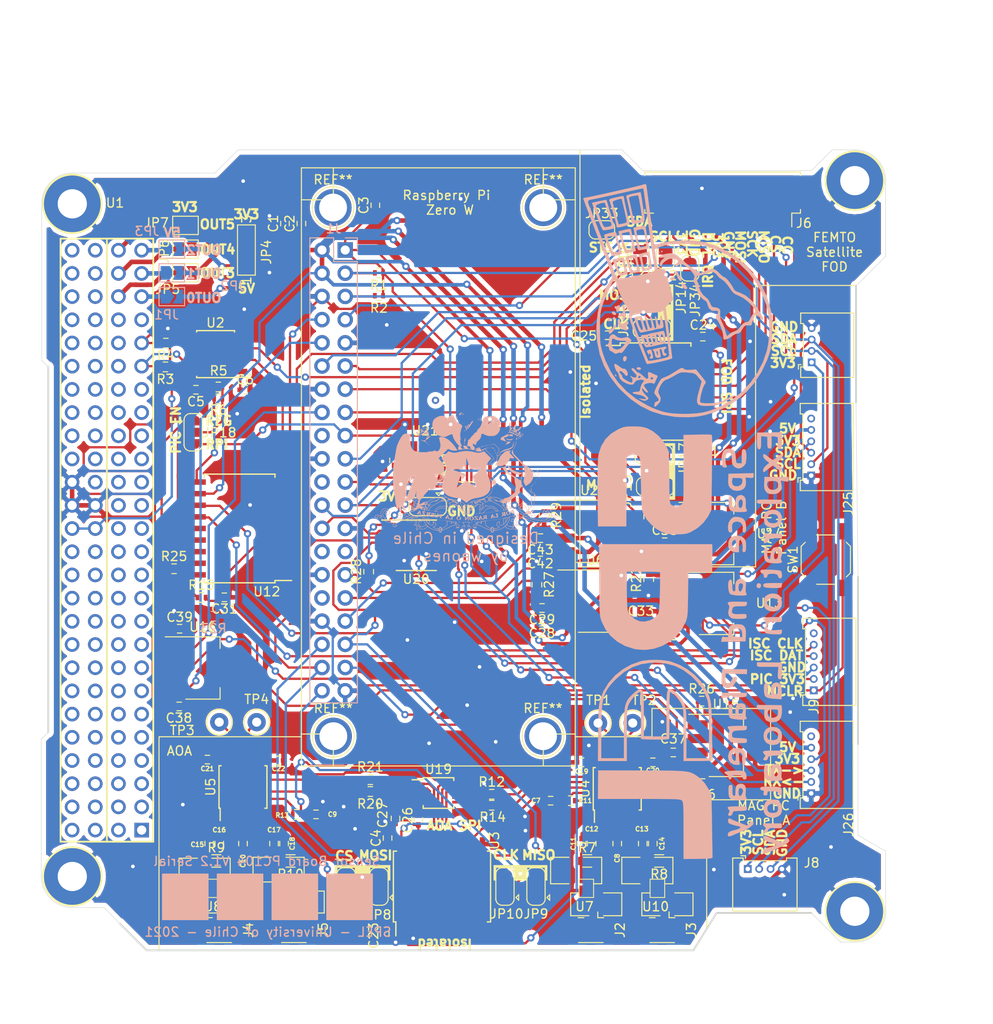
<source format=kicad_pcb>
(kicad_pcb (version 20171130) (host pcbnew "(5.1.2)-2")
  (layers (0 F.Cu signal) (31 B.Cu signal) (34 B.Paste user) (35 F.Paste user) (36 B.SilkS user) (37 F.SilkS user) (38 B.Mask user) (39 F.Mask user) (44 Edge.Cuts user))
  (net 0 "")
  (net 1 "Net-(U1-Pad46)")
  (net 2 "Net-(U1-Pad45)")
  (net 3 "Net-(U1-Pad44)")
  (net 4 "Net-(U1-Pad42)")
  (net 5 "Net-(U1-Pad40)")
  (net 6 "Net-(U1-Pad39)")
  (net 7 "Net-(U1-Pad38)")
  (net 8 "Net-(U1-Pad37)")
  (net 9 "Net-(U1-Pad36)")
  (net 10 "Net-(U1-Pad35)")
  (net 11 "Net-(U1-Pad34)")
  (net 12 "Net-(U1-Pad33)")
  (net 13 "Net-(U1-Pad32)")
  (net 14 "Net-(U1-Pad31)")
  (net 15 "Net-(U1-Pad30)")
  (net 16 "Net-(U1-Pad29)")
  (net 17 "Net-(U1-Pad28)")
  (net 18 "Net-(U1-Pad27)")
  (net 19 "Net-(U1-Pad26)")
  (net 20 "Net-(U1-Pad25)")
  (net 21 "Net-(U1-Pad24)")
  (net 22 "Net-(U1-Pad23)")
  (net 23 "Net-(U1-Pad22)")
  (net 24 "Net-(U1-Pad21)")
  (net 25 "Net-(U1-Pad20)")
  (net 26 "Net-(U1-Pad19)")
  (net 27 "Net-(U1-Pad18)")
  (net 28 "Net-(U1-Pad17)")
  (net 29 "Net-(U1-Pad16)")
  (net 30 "Net-(U1-Pad15)")
  (net 31 "Net-(U1-Pad14)")
  (net 32 "Net-(U1-Pad13)")
  (net 33 "Net-(U1-Pad12)")
  (net 34 "Net-(U1-Pad11)")
  (net 35 "Net-(U1-Pad10)")
  (net 36 "Net-(U1-Pad9)")
  (net 37 "Net-(U1-Pad8)")
  (net 38 "Net-(U1-Pad7)")
  (net 39 "Net-(U1-Pad6)")
  (net 40 "Net-(U1-Pad5)")
  (net 41 "Net-(U1-Pad4)")
  (net 42 "Net-(U1-Pad3)")
  (net 43 "Net-(U1-Pad2)")
  (net 44 "Net-(U1-Pad1)")
  (net 45 "Net-(U1-Pad104)")
  (net 46 "Net-(U1-Pad103)")
  (net 47 "Net-(U1-Pad102)")
  (net 48 "Net-(U1-Pad101)")
  (net 49 "Net-(U1-Pad100)")
  (net 50 "Net-(U1-Pad99)")
  (net 51 "Net-(U1-Pad98)")
  (net 52 "Net-(U1-Pad97)")
  (net 53 "Net-(U1-Pad96)")
  (net 54 "Net-(U1-Pad95)")
  (net 55 "Net-(U1-Pad94)")
  (net 56 "Net-(U1-Pad93)")
  (net 57 "Net-(U1-Pad92)")
  (net 58 "Net-(U1-Pad91)")
  (net 59 "Net-(U1-Pad90)")
  (net 60 "Net-(U1-Pad89)")
  (net 61 "Net-(U1-Pad88)")
  (net 62 "Net-(U1-Pad87)")
  (net 63 "Net-(U1-Pad86)")
  (net 64 "Net-(U1-Pad85)")
  (net 65 "Net-(U1-Pad83)")
  (net 66 "Net-(U1-Pad78)")
  (net 67 "Net-(U1-Pad77)")
  (net 68 "Net-(U1-Pad76)")
  (net 69 "Net-(U1-Pad75)")
  (net 70 "Net-(U1-Pad74)")
  (net 71 "Net-(U1-Pad73)")
  (net 72 "Net-(U1-Pad72)")
  (net 73 "Net-(U1-Pad71)")
  (net 74 "Net-(U1-Pad70)")
  (net 75 "Net-(U1-Pad69)")
  (net 76 "Net-(U1-Pad68)")
  (net 77 "Net-(U1-Pad67)")
  (net 78 "Net-(U1-Pad66)")
  (net 79 "Net-(U1-Pad65)")
  (net 80 "Net-(U1-Pad64)")
  (net 81 "Net-(U1-Pad63)")
  (net 82 "Net-(U1-Pad62)")
  (net 83 "Net-(U1-Pad61)")
  (net 84 "Net-(U1-Pad60)")
  (net 85 "Net-(U1-Pad59)")
  (net 86 "Net-(U1-Pad58)")
  (net 87 "Net-(U1-Pad57)")
  (net 88 "Net-(U1-Pad56)")
  (net 89 "Net-(U1-Pad55)")
  (net 90 "Net-(U1-Pad54)")
  (net 91 "Net-(U1-Pad53)")
  (net 92 OUT1_3V3)
  (net 93 3V3IN)
  (net 94 OUT2_3V3)
  (net 95 OUT3_3V3)
  (net 96 VIN)
  (net 97 5VIN)
  (net 98 OUT4_5V0)
  (net 99 OUT5_5V0)
  (net 100 OUT6_5V0)
  (net 101 "Net-(J1-Pad32)")
  (net 102 "Net-(J1-Pad28)")
  (net 103 "Net-(J1-Pad27)")
  (net 104 "Net-(J1-Pad22)")
  (net 105 "Net-(J1-Pad18)")
  (net 106 RPI_SCL)
  (net 107 RPI_SDA)
  (net 108 RPI_3V3)
  (net 109 CSP_SCL)
  (net 110 CSP_SDA)
  (net 111 SAT_3V3)
  (net 112 PIC_SDA)
  (net 113 PIC_3V3)
  (net 114 PIC_SCL)
  (net 115 GND)
  (net 116 AOA_SS)
  (net 117 AOA_MISO)
  (net 118 AOA_MOSI)
  (net 119 AOA_CLK)
  (net 120 "Net-(U4-Pad11)")
  (net 121 "Net-(U5-Pad11)")
  (net 122 "Net-(C8-Pad2)")
  (net 123 "Net-(C10-Pad2)")
  (net 124 ANT1_OUT)
  (net 125 "Net-(C11-Pad2)")
  (net 126 "Net-(C12-Pad2)")
  (net 127 "Net-(C13-Pad2)")
  (net 128 "Net-(C14-Pad2)")
  (net 129 ANT2_OUT)
  (net 130 "Net-(C15-Pad2)")
  (net 131 ANT3_OUT)
  (net 132 "Net-(C16-Pad2)")
  (net 133 "Net-(C17-Pad2)")
  (net 134 ANT4_OUT)
  (net 135 "Net-(C18-Pad2)")
  (net 136 "Net-(C19-Pad1)")
  (net 137 "Net-(C20-Pad1)")
  (net 138 "Net-(C21-Pad1)")
  (net 139 "Net-(C22-Pad1)")
  (net 140 ANT1_IN)
  (net 141 ANT2_IN)
  (net 142 ANT3_IN)
  (net 143 ANT4_IN)
  (net 144 VMAG1)
  (net 145 VPHS1)
  (net 146 VMAG2)
  (net 147 VPHS2)
  (net 148 AOA_5V)
  (net 149 FOD_SDA)
  (net 150 FOD_SCL)
  (net 151 FOD_3V3)
  (net 152 FOD_DPL)
  (net 153 FOD_MOSI)
  (net 154 FOD_SCK)
  (net 155 FOD_MISO)
  (net 156 FOD_CS)
  (net 157 FOD_CC)
  (net 158 MAG_3V3)
  (net 159 MCLR)
  (net 160 PIC_3V3J)
  (net 161 "Net-(U12-Pad1)")
  (net 162 "Net-(U12-Pad2)")
  (net 163 "Net-(U12-Pad3)")
  (net 164 "Net-(U12-Pad6)")
  (net 165 RPI_TX)
  (net 166 "Net-(U12-Pad9)")
  (net 167 RPI_RX)
  (net 168 ICSPCLK)
  (net 169 ICSPDAT)
  (net 170 "Net-(U12-Pad15)")
  (net 171 "Net-(U12-Pad16)")
  (net 172 "Net-(U12-Pad17)")
  (net 173 "Net-(U12-Pad18)")
  (net 174 "Net-(J9-Pad6)")
  (net 175 AOA_EN)
  (net 176 MAG_EN)
  (net 177 FOD_EN)
  (net 178 PIC_EN)
  (net 179 "Net-(U13-Pad2)")
  (net 180 "Net-(U14-Pad2)")
  (net 181 "Net-(U15-Pad2)")
  (net 182 "Net-(U16-Pad2)")
  (net 183 ifRPI_MOSI)
  (net 184 MOSI0)
  (net 185 ifRPI_MISO)
  (net 186 MISO0)
  (net 187 CLK0)
  (net 188 ifRPI_CLK)
  (net 189 SS00)
  (net 190 ifRPI_SS0)
  (net 191 MOSI1)
  (net 192 iaRPI_MOSI)
  (net 193 MISO1)
  (net 194 iaRPI_MISO)
  (net 195 iaRPI_CLK)
  (net 196 CLK1)
  (net 197 iaRPI_SS0)
  (net 198 SS10)
  (net 199 FOD_STS)
  (net 200 VMAG1A)
  (net 201 VPHS1A)
  (net 202 VMAG2A)
  (net 203 VPHS2A)
  (net 204 FOD_IRQ)
  (net 205 "Net-(J25-Pad6)")
  (net 206 PC_5V)
  (net 207 PC_EN)
  (net 208 "Net-(U6-Pad2)")
  (net 209 XTAL2)
  (net 210 XTAL1)
  (net 211 LP_5V)
  (net 212 LP_EN)
  (net 213 SS01)
  (net 214 "Net-(J26-Pad6)")
  (net 215 LP_RESET)
  (net 216 IRQ)
  (net 217 RX)
  (net 218 "Net-(U20-Pad11)")
  (net 219 "Net-(U20-Pad10)")
  (net 220 "Net-(U22-Pad2)")
  (net 221 TX)
  (module L86:escudo (layer B.Cu) (at 80.23 77.76 180)
    (fp_text reference G*** hide)
    (fp_text value LOGO hide)
  )
  (module Payload:PC104-Standard (layer F.Cu) (at 37.05 122.3)
    (fp_text reference U1 (at 4.68 -73.76) (layer F.SilkS))
    (fp_text value Payload)
    (fp_line (start 85.86 -64.67) (end 85.86 -51.92) (layer Edge.Cuts) (width 0.2))
    (fp_line (start 86.08 -32.8) (end 86.08 -14.51) (layer Edge.Cuts) (width 0.2))
    (fp_line (start 80.98 3.99) (end 70.59 3.99) (layer Edge.Cuts) (width 0.2))
    (fp_line (start 68.04 8.09) (end 8.14 8.09) (layer Edge.Cuts) (width 0.2))
    (fp_line (start 70.59 3.99) (end 68.04 8.09) (layer Edge.Cuts) (width 0.2))
    (fp_line (start -2.63 -15.8) (end -2.63 -55.8) (layer Edge.Cuts) (width 0.2))
    (fp_line (start 8.14 8.09) (end 5.18 5.13) (layer Edge.Cuts) (width 0.2))
    (pad 84 thru_hole circle (at 0 0) (size 6.35 6.35) (drill 3.2) (layers *.Cu *.Mask) (net 115 GND))
    (pad 84 thru_hole circle (at 0 -73.66) (size 6.35 6.35) (drill 3.2) (layers *.Cu *.Mask) (net 115 GND))
    (pad 52 thru_hole circle (at 5.06 -68.58) (size 1.6 1.6) (drill 1.016) (layers *.Cu *.Mask) (net 100 OUT6_5V0))
    (pad 51 thru_hole circle (at 7.6 -68.58) (size 1.6 1.6) (drill 1.016) (layers *.Cu *.Mask) (net 95 OUT3_3V3))
    (pad 50 thru_hole circle (at 5.06 -66.04) (size 1.6 1.6) (drill 1.016) (layers *.Cu *.Mask) (net 99 OUT5_5V0))
    (pad 49 thru_hole circle (at 7.6 -66.04) (size 1.6 1.6) (drill 1.016) (layers *.Cu *.Mask) (net 94 OUT2_3V3))
    (pad 48 thru_hole circle (at 5.06 -63.5) (size 1.6 1.6) (drill 1.016) (layers *.Cu *.Mask) (net 98 OUT4_5V0))
    (pad 47 thru_hole circle (at 7.6 -63.5) (size 1.6 1.6) (drill 1.016) (layers *.Cu *.Mask) (net 92 OUT1_3V3))
    (pad 46 thru_hole circle (at 5.06 -60.96) (size 1.6 1.6) (drill 1.016) (layers *.Cu *.Mask) (net 1 "Net-(U1-Pad46)"))
    (pad 45 thru_hole circle (at 7.6 -60.96) (size 1.6 1.6) (drill 1.016) (layers *.Cu *.Mask) (net 2 "Net-(U1-Pad45)"))
    (pad 44 thru_hole circle (at 5.06 -58.42) (size 1.6 1.6) (drill 1.016) (layers *.Cu *.Mask) (net 3 "Net-(U1-Pad44)"))
    (pad 43 thru_hole circle (at 7.6 -58.42) (size 1.6 1.6) (drill 1.016) (layers *.Cu *.Mask) (net 109 CSP_SCL))
    (pad 42 thru_hole circle (at 5.06 -55.88) (size 1.6 1.6) (drill 1.016) (layers *.Cu *.Mask) (net 4 "Net-(U1-Pad42)"))
    (pad 41 thru_hole circle (at 7.6 -55.88) (size 1.6 1.6) (drill 1.016) (layers *.Cu *.Mask) (net 110 CSP_SDA))
    (pad 40 thru_hole circle (at 5.06 -53.34) (size 1.6 1.6) (drill 1.016) (layers *.Cu *.Mask) (net 5 "Net-(U1-Pad40)"))
    (pad 39 thru_hole circle (at 7.6 -53.34) (size 1.6 1.6) (drill 1.016) (layers *.Cu *.Mask) (net 6 "Net-(U1-Pad39)"))
    (pad 38 thru_hole circle (at 5.06 -50.8) (size 1.6 1.6) (drill 1.016) (layers *.Cu *.Mask) (net 7 "Net-(U1-Pad38)"))
    (pad 37 thru_hole circle (at 7.6 -50.8) (size 1.6 1.6) (drill 1.016) (layers *.Cu *.Mask) (net 8 "Net-(U1-Pad37)"))
    (pad 36 thru_hole circle (at 5.06 -48.26) (size 1.6 1.6) (drill 1.016) (layers *.Cu *.Mask) (net 9 "Net-(U1-Pad36)"))
    (pad 35 thru_hole circle (at 7.6 -48.26) (size 1.6 1.6) (drill 1.016) (layers *.Cu *.Mask) (net 10 "Net-(U1-Pad35)"))
    (pad 34 thru_hole circle (at 5.06 -45.72) (size 1.6 1.6) (drill 1.016) (layers *.Cu *.Mask) (net 11 "Net-(U1-Pad34)"))
    (pad 33 thru_hole circle (at 7.6 -45.72) (size 1.6 1.6) (drill 1.016) (layers *.Cu *.Mask) (net 12 "Net-(U1-Pad33)"))
    (pad 32 thru_hole circle (at 5.06 -43.18) (size 1.6 1.6) (drill 1.016) (layers *.Cu *.Mask) (net 13 "Net-(U1-Pad32)"))
    (pad 31 thru_hole circle (at 7.6 -43.18) (size 1.6 1.6) (drill 1.016) (layers *.Cu *.Mask) (net 14 "Net-(U1-Pad31)"))
    (pad 30 thru_hole circle (at 5.06 -40.64) (size 1.6 1.6) (drill 1.016) (layers *.Cu *.Mask) (net 15 "Net-(U1-Pad30)"))
    (pad 29 thru_hole circle (at 7.6 -40.64) (size 1.6 1.6) (drill 1.016) (layers *.Cu *.Mask) (net 16 "Net-(U1-Pad29)"))
    (pad 28 thru_hole circle (at 5.06 -38.1) (size 1.6 1.6) (drill 1.016) (layers *.Cu *.Mask) (net 17 "Net-(U1-Pad28)"))
    (pad 27 thru_hole circle (at 7.6 -38.1) (size 1.6 1.6) (drill 1.016) (layers *.Cu *.Mask) (net 18 "Net-(U1-Pad27)"))
    (pad 26 thru_hole circle (at 5.06 -35.56) (size 1.6 1.6) (drill 1.016) (layers *.Cu *.Mask) (net 19 "Net-(U1-Pad26)"))
    (pad 25 thru_hole circle (at 7.6 -35.56) (size 1.6 1.6) (drill 1.016) (layers *.Cu *.Mask) (net 20 "Net-(U1-Pad25)"))
    (pad 24 thru_hole circle (at 5.06 -33.02) (size 1.6 1.6) (drill 1.016) (layers *.Cu *.Mask) (net 21 "Net-(U1-Pad24)"))
    (pad 23 thru_hole circle (at 7.6 -33.02) (size 1.6 1.6) (drill 1.016) (layers *.Cu *.Mask) (net 22 "Net-(U1-Pad23)"))
    (pad 22 thru_hole circle (at 5.06 -30.48) (size 1.6 1.6) (drill 1.016) (layers *.Cu *.Mask) (net 23 "Net-(U1-Pad22)"))
    (pad 21 thru_hole circle (at 7.6 -30.48) (size 1.6 1.6) (drill 1.016) (layers *.Cu *.Mask) (net 24 "Net-(U1-Pad21)"))
    (pad 20 thru_hole circle (at 5.06 -27.94) (size 1.6 1.6) (drill 1.016) (layers *.Cu *.Mask) (net 25 "Net-(U1-Pad20)"))
    (pad 19 thru_hole circle (at 7.6 -27.94) (size 1.6 1.6) (drill 1.016) (layers *.Cu *.Mask) (net 26 "Net-(U1-Pad19)"))
    (pad 18 thru_hole circle (at 5.06 -25.4) (size 1.6 1.6) (drill 1.016) (layers *.Cu *.Mask) (net 27 "Net-(U1-Pad18)"))
    (pad 17 thru_hole circle (at 7.6 -25.4) (size 1.6 1.6) (drill 1.016) (layers *.Cu *.Mask) (net 28 "Net-(U1-Pad17)"))
    (pad 16 thru_hole circle (at 5.06 -22.86) (size 1.6 1.6) (drill 1.016) (layers *.Cu *.Mask) (net 29 "Net-(U1-Pad16)"))
    (pad 15 thru_hole circle (at 7.6 -22.86) (size 1.6 1.6) (drill 1.016) (layers *.Cu *.Mask) (net 30 "Net-(U1-Pad15)"))
    (pad 14 thru_hole circle (at 5.06 -20.32) (size 1.6 1.6) (drill 1.016) (layers *.Cu *.Mask) (net 31 "Net-(U1-Pad14)"))
    (pad 13 thru_hole circle (at 7.6 -20.32) (size 1.6 1.6) (drill 1.016) (layers *.Cu *.Mask) (net 32 "Net-(U1-Pad13)"))
    (pad 12 thru_hole circle (at 5.06 -17.78) (size 1.6 1.6) (drill 1.016) (layers *.Cu *.Mask) (net 33 "Net-(U1-Pad12)"))
    (pad 11 thru_hole circle (at 7.6 -17.78) (size 1.6 1.6) (drill 1.016) (layers *.Cu *.Mask) (net 34 "Net-(U1-Pad11)"))
    (pad 10 thru_hole circle (at 5.06 -15.24) (size 1.6 1.6) (drill 1.016) (layers *.Cu *.Mask) (net 35 "Net-(U1-Pad10)"))
    (pad 9 thru_hole circle (at 7.6 -15.24) (size 1.6 1.6) (drill 1.016) (layers *.Cu *.Mask) (net 36 "Net-(U1-Pad9)"))
    (pad 8 thru_hole circle (at 5.06 -12.7) (size 1.6 1.6) (drill 1.016) (layers *.Cu *.Mask) (net 37 "Net-(U1-Pad8)"))
    (pad 7 thru_hole circle (at 7.6 -12.7) (size 1.6 1.6) (drill 1.016) (layers *.Cu *.Mask) (net 38 "Net-(U1-Pad7)"))
    (pad 6 thru_hole circle (at 5.06 -10.16) (size 1.6 1.6) (drill 1.016) (layers *.Cu *.Mask) (net 39 "Net-(U1-Pad6)"))
    (pad 5 thru_hole circle (at 7.6 -10.16) (size 1.6 1.6) (drill 1.016) (layers *.Cu *.Mask) (net 40 "Net-(U1-Pad5)"))
    (pad 4 thru_hole circle (at 5.06 -7.62) (size 1.6 1.6) (drill 1.016) (layers *.Cu *.Mask) (net 41 "Net-(U1-Pad4)"))
    (pad 3 thru_hole circle (at 7.6 -7.62) (size 1.6 1.6) (drill 1.016) (layers *.Cu *.Mask) (net 42 "Net-(U1-Pad3)"))
    (pad 2 thru_hole circle (at 5.06 -5.08) (size 1.6 1.6) (drill 1.016) (layers *.Cu *.Mask) (net 43 "Net-(U1-Pad2)"))
    (pad 1 thru_hole rect (at 7.6 -5.08) (size 1.6 1.6) (drill 1.016) (layers *.Cu *.Mask) (net 44 "Net-(U1-Pad1)"))
    (pad 104 thru_hole circle (at -0.02 -68.58) (size 1.6 1.6) (drill 1.016) (layers *.Cu *.Mask) (net 45 "Net-(U1-Pad104)"))
    (pad 103 thru_hole circle (at 2.52 -68.58) (size 1.6 1.6) (drill 1.016) (layers *.Cu *.Mask) (net 46 "Net-(U1-Pad103)"))
    (pad 102 thru_hole circle (at -0.02 -66.04) (size 1.6 1.6) (drill 1.016) (layers *.Cu *.Mask) (net 47 "Net-(U1-Pad102)"))
    (pad 101 thru_hole circle (at 2.52 -66.04) (size 1.6 1.6) (drill 1.016) (layers *.Cu *.Mask) (net 48 "Net-(U1-Pad101)"))
    (pad 100 thru_hole circle (at -0.02 -63.5) (size 1.6 1.6) (drill 1.016) (layers *.Cu *.Mask) (net 49 "Net-(U1-Pad100)"))
    (pad 99 thru_hole circle (at 2.52 -63.5) (size 1.6 1.6) (drill 1.016) (layers *.Cu *.Mask) (net 50 "Net-(U1-Pad99)"))
    (pad 98 thru_hole circle (at -0.02 -60.96) (size 1.6 1.6) (drill 1.016) (layers *.Cu *.Mask) (net 51 "Net-(U1-Pad98)"))
    (pad 97 thru_hole circle (at 2.52 -60.96) (size 1.6 1.6) (drill 1.016) (layers *.Cu *.Mask) (net 52 "Net-(U1-Pad97)"))
    (pad 96 thru_hole circle (at -0.02 -58.42) (size 1.6 1.6) (drill 1.016) (layers *.Cu *.Mask) (net 53 "Net-(U1-Pad96)"))
    (pad 95 thru_hole circle (at 2.52 -58.42) (size 1.6 1.6) (drill 1.016) (layers *.Cu *.Mask) (net 54 "Net-(U1-Pad95)"))
    (pad 94 thru_hole circle (at -0.02 -55.88) (size 1.6 1.6) (drill 1.016) (layers *.Cu *.Mask) (net 55 "Net-(U1-Pad94)"))
    (pad 93 thru_hole circle (at 2.52 -55.88) (size 1.6 1.6) (drill 1.016) (layers *.Cu *.Mask) (net 56 "Net-(U1-Pad93)"))
    (pad 92 thru_hole circle (at -0.02 -53.34) (size 1.6 1.6) (drill 1.016) (layers *.Cu *.Mask) (net 57 "Net-(U1-Pad92)"))
    (pad 91 thru_hole circle (at 2.52 -53.34) (size 1.6 1.6) (drill 1.016) (layers *.Cu *.Mask) (net 58 "Net-(U1-Pad91)"))
    (pad 90 thru_hole circle (at -0.02 -50.8) (size 1.6 1.6) (drill 1.016) (layers *.Cu *.Mask) (net 59 "Net-(U1-Pad90)"))
    (pad 89 thru_hole circle (at 2.52 -50.8) (size 1.6 1.6) (drill 1.016) (layers *.Cu *.Mask) (net 60 "Net-(U1-Pad89)"))
    (pad 88 thru_hole circle (at -0.02 -48.26) (size 1.6 1.6) (drill 1.016) (layers *.Cu *.Mask) (net 61 "Net-(U1-Pad88)"))
    (pad 87 thru_hole circle (at 2.52 -48.26) (size 1.6 1.6) (drill 1.016) (layers *.Cu *.Mask) (net 62 "Net-(U1-Pad87)"))
    (pad 86 thru_hole circle (at -0.02 -45.72) (size 1.6 1.6) (drill 1.016) (layers *.Cu *.Mask) (net 63 "Net-(U1-Pad86)"))
    (pad 85 thru_hole circle (at 2.52 -45.72) (size 1.6 1.6) (drill 1.016) (layers *.Cu *.Mask) (net 64 "Net-(U1-Pad85)"))
    (pad 84 thru_hole circle (at -0.02 -43.18) (size 1.6 1.6) (drill 1.016) (layers *.Cu *.Mask) (net 115 GND))
    (pad 83 thru_hole circle (at 2.52 -43.18) (size 1.6 1.6) (drill 1.016) (layers *.Cu *.Mask) (net 65 "Net-(U1-Pad83)"))
    (pad 82 thru_hole circle (at -0.02 -40.64) (size 1.6 1.6) (drill 1.016) (layers *.Cu *.Mask) (net 115 GND))
    (pad 81 thru_hole circle (at 2.52 -40.64) (size 1.6 1.6) (drill 1.016) (layers *.Cu *.Mask) (net 115 GND))
    (pad 80 thru_hole circle (at -0.02 -38.1) (size 1.6 1.6) (drill 1.016) (layers *.Cu *.Mask) (net 111 SAT_3V3))
    (pad 79 thru_hole circle (at 2.52 -38.1) (size 1.6 1.6) (drill 1.016) (layers *.Cu *.Mask) (net 111 SAT_3V3))
    (pad 78 thru_hole circle (at -0.02 -35.56) (size 1.6 1.6) (drill 1.016) (layers *.Cu *.Mask) (net 66 "Net-(U1-Pad78)"))
    (pad 77 thru_hole circle (at 2.52 -35.56) (size 1.6 1.6) (drill 1.016) (layers *.Cu *.Mask) (net 67 "Net-(U1-Pad77)"))
    (pad 76 thru_hole circle (at -0.02 -33.02) (size 1.6 1.6) (drill 1.016) (layers *.Cu *.Mask) (net 68 "Net-(U1-Pad76)"))
    (pad 75 thru_hole circle (at 2.52 -33.02) (size 1.6 1.6) (drill 1.016) (layers *.Cu *.Mask) (net 69 "Net-(U1-Pad75)"))
    (pad 74 thru_hole circle (at -0.02 -30.48) (size 1.6 1.6) (drill 1.016) (layers *.Cu *.Mask) (net 70 "Net-(U1-Pad74)"))
    (pad 73 thru_hole circle (at 2.52 -30.48) (size 1.6 1.6) (drill 1.016) (layers *.Cu *.Mask) (net 71 "Net-(U1-Pad73)"))
    (pad 72 thru_hole circle (at -0.02 -27.94) (size 1.6 1.6) (drill 1.016) (layers *.Cu *.Mask) (net 72 "Net-(U1-Pad72)"))
    (pad 71 thru_hole circle (at 2.52 -27.94) (size 1.6 1.6) (drill 1.016) (layers *.Cu *.Mask) (net 73 "Net-(U1-Pad71)"))
    (pad 70 thru_hole circle (at -0.02 -25.4) (size 1.6 1.6) (drill 1.016) (layers *.Cu *.Mask) (net 74 "Net-(U1-Pad70)"))
    (pad 69 thru_hole circle (at 2.52 -25.4) (size 1.6 1.6) (drill 1.016) (layers *.Cu *.Mask) (net 75 "Net-(U1-Pad69)"))
    (pad 68 thru_hole circle (at -0.02 -22.86) (size 1.6 1.6) (drill 1.016) (layers *.Cu *.Mask) (net 76 "Net-(U1-Pad68)"))
    (pad 67 thru_hole circle (at 2.52 -22.86) (size 1.6 1.6) (drill 1.016) (layers *.Cu *.Mask) (net 77 "Net-(U1-Pad67)"))
    (pad 66 thru_hole circle (at -0.02 -20.32) (size 1.6 1.6) (drill 1.016) (layers *.Cu *.Mask) (net 78 "Net-(U1-Pad66)"))
    (pad 65 thru_hole circle (at 2.52 -20.32) (size 1.6 1.6) (drill 1.016) (layers *.Cu *.Mask) (net 79 "Net-(U1-Pad65)"))
    (pad 64 thru_hole circle (at -0.02 -17.78) (size 1.6 1.6) (drill 1.016) (layers *.Cu *.Mask) (net 80 "Net-(U1-Pad64)"))
    (pad 63 thru_hole circle (at 2.52 -17.78) (size 1.6 1.6) (drill 1.016) (layers *.Cu *.Mask) (net 81 "Net-(U1-Pad63)"))
    (pad 62 thru_hole circle (at -0.02 -15.24) (size 1.6 1.6) (drill 1.016) (layers *.Cu *.Mask) (net 82 "Net-(U1-Pad62)"))
    (pad 61 thru_hole circle (at 2.52 -15.24) (size 1.6 1.6) (drill 1.016) (layers *.Cu *.Mask) (net 83 "Net-(U1-Pad61)"))
    (pad 60 thru_hole circle (at -0.02 -12.7) (size 1.6 1.6) (drill 1.016) (layers *.Cu *.Mask) (net 84 "Net-(U1-Pad60)"))
    (pad 59 thru_hole circle (at 2.52 -12.7) (size 1.6 1.6) (drill 1.016) (layers *.Cu *.Mask) (net 85 "Net-(U1-Pad59)"))
    (pad 58 thru_hole circle (at -0.02 -10.16) (size 1.6 1.6) (drill 1.016) (layers *.Cu *.Mask) (net 86 "Net-(U1-Pad58)"))
    (pad 57 thru_hole circle (at 2.52 -10.16 90) (size 1.6 1.6) (drill 1.016) (layers *.Cu *.Mask) (net 87 "Net-(U1-Pad57)"))
    (pad 56 thru_hole circle (at -0.02 -7.62) (size 1.6 1.6) (drill 1.016) (layers *.Cu *.Mask) (net 88 "Net-(U1-Pad56)"))
    (pad 55 thru_hole circle (at 2.52 -7.62) (size 1.6 1.6) (drill 1.016) (layers *.Cu *.Mask) (net 89 "Net-(U1-Pad55)"))
    (pad 54 thru_hole circle (at -0.02 -5.08) (size 1.6 1.6) (drill 1.016) (layers *.Cu *.Mask) (net 90 "Net-(U1-Pad54)"))
    (pad 53 thru_hole circle (at 2.52 -5.08) (size 1.6 1.6) (drill 1.016) (layers *.Cu *.Mask) (net 91 "Net-(U1-Pad53)"))
    (pad 84 thru_hole circle (at 85.73 3.81) (size 6.35 6.35) (drill 3.2) (layers *.Cu *.Mask) (net 115 GND))
    (pad 84 thru_hole circle (at 85.73 -76.2) (size 6.35 6.35) (drill 3.2) (layers *.Cu *.Mask) (net 115 GND))
  )
  (module Connectors_Molex:Molex_PicoBlade_53048-0610_06x1.25mm_Angled (layer F.Cu) (at 118 78.4 90)
    (fp_text reference J25 (at -3.075 4.075 90) (layer F.SilkS))
    (fp_text value Conn_01x06_Male)
    (pad 6 thru_hole circle (at 6.25 0 90) (size 0.85 0.85) (drill 0.5) (layers *.Cu *.Mask) (net 205 "Net-(J25-Pad6)"))
    (pad 5 thru_hole circle (at 5 0 90) (size 0.85 0.85) (drill 0.5) (layers *.Cu *.Mask) (net 206 PC_5V))
    (pad 4 thru_hole circle (at 3.75 0 90) (size 0.85 0.85) (drill 0.5) (layers *.Cu *.Mask) (net 158 MAG_3V3))
    (pad 3 thru_hole circle (at 2.5 0 90) (size 0.85 0.85) (drill 0.5) (layers *.Cu *.Mask) (net 107 RPI_SDA))
    (pad 2 thru_hole circle (at 1.25 0 90) (size 0.85 0.85) (drill 0.5) (layers *.Cu *.Mask) (net 106 RPI_SCL))
    (pad 1 thru_hole rect (at 0 0 90) (size 0.85 0.85) (drill 0.5) (layers *.Cu *.Mask) (net 115 GND))
  )
  (module Connectors_Molex:Molex_PicoBlade_53048-0410_04x1.25mm_Angled (layer F.Cu) (at 118.05 66 90)
    (fp_text reference J7 (at 1.875 -2.25 90) (layer F.SilkS))
    (fp_text value Conn_01x04_Male)
    (pad 4 thru_hole circle (at 3.75 0 90) (size 0.85 0.85) (drill 0.5) (layers *.Cu *.Mask) (net 115 GND))
    (pad 3 thru_hole circle (at 2.5 0 90) (size 0.85 0.85) (drill 0.5) (layers *.Cu *.Mask) (net 107 RPI_SDA))
    (pad 2 thru_hole circle (at 1.25 0 90) (size 0.85 0.85) (drill 0.5) (layers *.Cu *.Mask) (net 106 RPI_SCL))
    (pad 1 thru_hole rect (at 0 0 90) (size 0.85 0.85) (drill 0.5) (layers *.Cu *.Mask) (net 158 MAG_3V3))
  )
  (module L86:SPEL_logo (layer B.Cu) (at 104.33 83.43 270)
    (fp_text reference G*** hide)
    (fp_text value LOGO hide)
  )
  (module Connectors:1pin (layer F.Cu) (at 65.62 49.05)
    (fp_text reference REF** (at 0 -3.048) (layer F.SilkS))
    (fp_text value 1pin)
    (pad 1 thru_hole circle (at 0 0) (size 4.064 4.064) (drill 3.048) (layers *.Cu *.Mask))
  )
  (module Connectors:1pin (layer F.Cu) (at 65.65 106.94)
    (fp_text reference REF** (at 0 -3.048) (layer F.SilkS))
    (fp_text value 1pin)
    (pad 1 thru_hole circle (at 0 0) (size 4.064 4.064) (drill 3.048) (layers *.Cu *.Mask))
  )
  (module Connectors:1pin (layer F.Cu) (at 88.62 106.94)
    (fp_text reference REF** (at 0 -3.048) (layer F.SilkS))
    (fp_text value 1pin)
    (pad 1 thru_hole circle (at 0 0) (size 4.064 4.064) (drill 3.048) (layers *.Cu *.Mask))
  )
  (module Connectors:1pin (layer F.Cu) (at 88.65 49.05)
    (fp_text reference REF** (at 0 -3.048) (layer F.SilkS))
    (fp_text value 1pin)
    (pad 1 thru_hole circle (at 0 0) (size 4.064 4.064) (drill 3.048) (layers *.Cu *.Mask))
  )
  (module Jumper:SolderJumper-2_P1.3mm_Open_TrianglePad1.0x1.5mm (layer B.Cu) (at 47.95 58.8)
    (fp_text reference JP1 (at -0.58 1.99) (layer B.SilkS) (effects (justify mirror)))
    (fp_text value Jumper_2_Open)
    (pad 2 smd custom (at 0.725 0) (size 0.3 0.3) (layers B.Cu B.Mask) (net 93 3V3IN) (options (clearance outline) (anchor rect)) (primitives (gr_poly (pts (xy -0.65 0.75) (xy 0.5 0.75) (xy 0.5 -0.75) (xy -0.65 -0.75) (xy -0.15 0)) (width 0))))
    (pad 1 smd custom (at -0.725 0) (size 0.3 0.3) (layers B.Cu B.Mask) (net 92 OUT1_3V3) (options (clearance outline) (anchor rect)) (primitives (gr_poly (pts (xy -0.5 0.75) (xy 0.5 0.75) (xy 1 0) (xy 0.5 -0.75) (xy -0.5 -0.75)) (width 0))))
  )
  (module Jumper:SolderJumper-2_P1.3mm_Open_TrianglePad1.0x1.5mm (layer B.Cu) (at 47.95 56.2)
    (fp_text reference JP2 (at 6.68 1.44) (layer B.SilkS) (effects (justify mirror)))
    (fp_text value Jumper_2_Open)
    (pad 1 smd custom (at -0.725 0) (size 0.3 0.3) (layers B.Cu B.Mask) (net 94 OUT2_3V3) (options (clearance outline) (anchor rect)) (primitives (gr_poly (pts (xy -0.5 0.75) (xy 0.5 0.75) (xy 1 0) (xy 0.5 -0.75) (xy -0.5 -0.75)) (width 0))))
    (pad 2 smd custom (at 0.725 0) (size 0.3 0.3) (layers B.Cu B.Mask) (net 93 3V3IN) (options (clearance outline) (anchor rect)) (primitives (gr_poly (pts (xy -0.65 0.75) (xy 0.5 0.75) (xy 0.5 -0.75) (xy -0.65 -0.75) (xy -0.15 0)) (width 0))))
  )
  (module Jumper:SolderJumper-2_P1.3mm_Open_TrianglePad1.0x1.5mm (layer B.Cu) (at 47.95 53.6)
    (fp_text reference JP3 (at -2.72 -1.96) (layer B.SilkS) (effects (justify mirror)))
    (fp_text value Jumper_2_Open)
    (pad 2 smd custom (at 0.725 0) (size 0.3 0.3) (layers B.Cu B.Mask) (net 93 3V3IN) (options (clearance outline) (anchor rect)) (primitives (gr_poly (pts (xy -0.65 0.75) (xy 0.5 0.75) (xy 0.5 -0.75) (xy -0.65 -0.75) (xy -0.15 0)) (width 0))))
    (pad 1 smd custom (at -0.725 0) (size 0.3 0.3) (layers B.Cu B.Mask) (net 95 OUT3_3V3) (options (clearance outline) (anchor rect)) (primitives (gr_poly (pts (xy -0.5 0.75) (xy 0.5 0.75) (xy 1 0) (xy 0.5 -0.75) (xy -0.5 -0.75)) (width 0))))
  )
  (module Jumper:SolderJumper-3_P2.0mm_Open_TrianglePad1.0x1.5mm_NumberLabels (layer F.Cu) (at 56.15 53.7 90)
    (fp_text reference JP4 (at -0.23 2.17 90) (layer F.SilkS))
    (fp_text value Jumper_3_Open)
    (fp_text user 3 (at 3.4 0 90) (layer F.SilkS))
    (fp_text user 1 (at -3.35 0 90) (layer F.SilkS))
    (pad 1 smd custom (at -2 0 90) (size 0.3 0.3) (layers F.Cu F.Mask) (net 93 3V3IN) (options (clearance outline) (anchor rect)) (primitives (gr_poly (pts (xy -0.5 -0.75) (xy 0.5 -0.75) (xy 1 0) (xy 0.5 0.75) (xy -0.5 0.75)) (width 0))))
    (pad 2 smd custom (at 0 0 90) (size 0.3 0.3) (layers F.Cu) (net 96 VIN) (options (clearance outline) (anchor rect)) (primitives (gr_poly (pts (xy -1.2 -0.75) (xy 1.2 -0.75) (xy 0.7 0) (xy 1.2 0.75) (xy -1.2 0.75) (xy -0.7 0)) (width 0))))
    (pad 3 smd custom (at 2 0 270) (size 0.3 0.3) (layers F.Cu F.Mask) (net 97 5VIN) (options (clearance outline) (anchor rect)) (primitives (gr_poly (pts (xy -0.5 -0.75) (xy 0.5 -0.75) (xy 1 0) (xy 0.5 0.75) (xy -0.5 0.75)) (width 0))))
  )
  (module Jumper:SolderJumper-2_P1.3mm_Open_TrianglePad1.0x1.5mm (layer F.Cu) (at 49.45 56.2)
    (fp_text reference JP5 (at -1.95 1.79) (layer F.SilkS))
    (fp_text value Jumper_2_Open)
    (pad 1 smd custom (at -0.725 0) (size 0.3 0.3) (layers F.Cu F.Mask) (net 98 OUT4_5V0) (options (clearance outline) (anchor rect)) (primitives (gr_poly (pts (xy -0.5 -0.75) (xy 0.5 -0.75) (xy 1 0) (xy 0.5 0.75) (xy -0.5 0.75)) (width 0))))
    (pad 2 smd custom (at 0.725 0) (size 0.3 0.3) (layers F.Cu F.Mask) (net 97 5VIN) (options (clearance outline) (anchor rect)) (primitives (gr_poly (pts (xy -0.65 -0.75) (xy 0.5 -0.75) (xy 0.5 0.75) (xy -0.65 0.75) (xy -0.15 0)) (width 0))))
  )
  (module Jumper:SolderJumper-2_P1.3mm_Open_TrianglePad1.0x1.5mm (layer F.Cu) (at 49.45 53.6)
    (fp_text reference JP6 (at -2.33 0.27 90) (layer F.SilkS))
    (fp_text value Jumper_2_Open)
    (pad 2 smd custom (at 0.725 0) (size 0.3 0.3) (layers F.Cu F.Mask) (net 97 5VIN) (options (clearance outline) (anchor rect)) (primitives (gr_poly (pts (xy -0.65 -0.75) (xy 0.5 -0.75) (xy 0.5 0.75) (xy -0.65 0.75) (xy -0.15 0)) (width 0))))
    (pad 1 smd custom (at -0.725 0) (size 0.3 0.3) (layers F.Cu F.Mask) (net 99 OUT5_5V0) (options (clearance outline) (anchor rect)) (primitives (gr_poly (pts (xy -0.5 -0.75) (xy 0.5 -0.75) (xy 1 0) (xy 0.5 0.75) (xy -0.5 0.75)) (width 0))))
  )
  (module Jumper:SolderJumper-2_P1.3mm_Open_TrianglePad1.0x1.5mm (layer F.Cu) (at 49.45 51)
    (fp_text reference JP7 (at -3.19 -0.28) (layer F.SilkS))
    (fp_text value Jumper_2_Open)
    (pad 1 smd custom (at -0.725 0) (size 0.3 0.3) (layers F.Cu F.Mask) (net 100 OUT6_5V0) (options (clearance outline) (anchor rect)) (primitives (gr_poly (pts (xy -0.5 -0.75) (xy 0.5 -0.75) (xy 1 0) (xy 0.5 0.75) (xy -0.5 0.75)) (width 0))))
    (pad 2 smd custom (at 0.725 0) (size 0.3 0.3) (layers F.Cu F.Mask) (net 97 5VIN) (options (clearance outline) (anchor rect)) (primitives (gr_poly (pts (xy -0.65 -0.75) (xy 0.5 -0.75) (xy 0.5 0.75) (xy -0.65 0.75) (xy -0.15 0)) (width 0))))
  )
  (module Pin_Headers:Pin_Header_Straight_2x20_Pitch2.54mm (layer B.Cu) (at 66.95 53.7 180)
    (fp_text reference J1 (at 1.27 2.33) (layer B.SilkS) (effects (justify mirror)))
    (fp_text value RPi_GPIO)
    (pad 40 thru_hole oval (at 2.54 -48.26 180) (size 1.7 1.7) (drill 1) (layers *.Cu *.Mask) (net 196 CLK1))
    (pad 39 thru_hole oval (at 0 -48.26 180) (size 1.7 1.7) (drill 1) (layers *.Cu *.Mask) (net 115 GND))
    (pad 38 thru_hole oval (at 2.54 -45.72 180) (size 1.7 1.7) (drill 1) (layers *.Cu *.Mask) (net 191 MOSI1))
    (pad 37 thru_hole oval (at 0 -45.72 180) (size 1.7 1.7) (drill 1) (layers *.Cu *.Mask) (net 175 AOA_EN))
    (pad 36 thru_hole oval (at 2.54 -43.18 180) (size 1.7 1.7) (drill 1) (layers *.Cu *.Mask) (net 198 SS10))
    (pad 35 thru_hole oval (at 0 -43.18 180) (size 1.7 1.7) (drill 1) (layers *.Cu *.Mask) (net 193 MISO1))
    (pad 34 thru_hole oval (at 2.54 -40.64 180) (size 1.7 1.7) (drill 1) (layers *.Cu *.Mask) (net 115 GND))
    (pad 33 thru_hole oval (at 0 -40.64 180) (size 1.7 1.7) (drill 1) (layers *.Cu *.Mask) (net 212 LP_EN))
    (pad 32 thru_hole oval (at 2.54 -38.1 180) (size 1.7 1.7) (drill 1) (layers *.Cu *.Mask) (net 101 "Net-(J1-Pad32)"))
    (pad 31 thru_hole oval (at 0 -38.1 180) (size 1.7 1.7) (drill 1) (layers *.Cu *.Mask) (net 207 PC_EN))
    (pad 30 thru_hole oval (at 2.54 -35.56 180) (size 1.7 1.7) (drill 1) (layers *.Cu *.Mask) (net 115 GND))
    (pad 29 thru_hole oval (at 0 -35.56 180) (size 1.7 1.7) (drill 1) (layers *.Cu *.Mask) (net 176 MAG_EN))
    (pad 28 thru_hole oval (at 2.54 -33.02 180) (size 1.7 1.7) (drill 1) (layers *.Cu *.Mask) (net 102 "Net-(J1-Pad28)"))
    (pad 27 thru_hole oval (at 0 -33.02 180) (size 1.7 1.7) (drill 1) (layers *.Cu *.Mask) (net 103 "Net-(J1-Pad27)"))
    (pad 26 thru_hole oval (at 2.54 -30.48 180) (size 1.7 1.7) (drill 1) (layers *.Cu *.Mask) (net 213 SS01))
    (pad 25 thru_hole oval (at 0 -30.48 180) (size 1.7 1.7) (drill 1) (layers *.Cu *.Mask) (net 115 GND))
    (pad 24 thru_hole oval (at 2.54 -27.94 180) (size 1.7 1.7) (drill 1) (layers *.Cu *.Mask) (net 189 SS00))
    (pad 23 thru_hole oval (at 0 -27.94 180) (size 1.7 1.7) (drill 1) (layers *.Cu *.Mask) (net 187 CLK0))
    (pad 22 thru_hole oval (at 2.54 -25.4 180) (size 1.7 1.7) (drill 1) (layers *.Cu *.Mask) (net 104 "Net-(J1-Pad22)"))
    (pad 21 thru_hole oval (at 0 -25.4 180) (size 1.7 1.7) (drill 1) (layers *.Cu *.Mask) (net 186 MISO0))
    (pad 20 thru_hole oval (at 2.54 -22.86 180) (size 1.7 1.7) (drill 1) (layers *.Cu *.Mask) (net 115 GND))
    (pad 19 thru_hole oval (at 0 -22.86 180) (size 1.7 1.7) (drill 1) (layers *.Cu *.Mask) (net 184 MOSI0))
    (pad 18 thru_hole oval (at 2.54 -20.32 180) (size 1.7 1.7) (drill 1) (layers *.Cu *.Mask) (net 105 "Net-(J1-Pad18)"))
    (pad 17 thru_hole oval (at 0 -20.32 180) (size 1.7 1.7) (drill 1) (layers *.Cu *.Mask) (net 108 RPI_3V3))
    (pad 16 thru_hole oval (at 2.54 -17.78 180) (size 1.7 1.7) (drill 1) (layers *.Cu *.Mask) (net 178 PIC_EN))
    (pad 15 thru_hole oval (at 0 -17.78 180) (size 1.7 1.7) (drill 1) (layers *.Cu *.Mask) (net 157 FOD_CC))
    (pad 14 thru_hole oval (at 2.54 -15.24 180) (size 1.7 1.7) (drill 1) (layers *.Cu *.Mask) (net 115 GND))
    (pad 13 thru_hole oval (at 0 -15.24 180) (size 1.7 1.7) (drill 1) (layers *.Cu *.Mask) (net 177 FOD_EN))
    (pad 12 thru_hole oval (at 2.54 -12.7 180) (size 1.7 1.7) (drill 1) (layers *.Cu *.Mask) (net 204 FOD_IRQ))
    (pad 11 thru_hole oval (at 0 -12.7 180) (size 1.7 1.7) (drill 1) (layers *.Cu *.Mask) (net 152 FOD_DPL))
    (pad 10 thru_hole oval (at 2.54 -10.16 180) (size 1.7 1.7) (drill 1) (layers *.Cu *.Mask) (net 167 RPI_RX))
    (pad 9 thru_hole oval (at 0 -10.16 180) (size 1.7 1.7) (drill 1) (layers *.Cu *.Mask) (net 115 GND))
    (pad 8 thru_hole oval (at 2.54 -7.62 180) (size 1.7 1.7) (drill 1) (layers *.Cu *.Mask) (net 165 RPI_TX))
    (pad 7 thru_hole oval (at 0 -7.62 180) (size 1.7 1.7) (drill 1) (layers *.Cu *.Mask) (net 199 FOD_STS))
    (pad 6 thru_hole oval (at 2.54 -5.08 180) (size 1.7 1.7) (drill 1) (layers *.Cu *.Mask) (net 115 GND))
    (pad 5 thru_hole oval (at 0 -5.08 180) (size 1.7 1.7) (drill 1) (layers *.Cu *.Mask) (net 106 RPI_SCL))
    (pad 4 thru_hole oval (at 2.54 -2.54 180) (size 1.7 1.7) (drill 1) (layers *.Cu *.Mask) (net 96 VIN))
    (pad 3 thru_hole oval (at 0 -2.54 180) (size 1.7 1.7) (drill 1) (layers *.Cu *.Mask) (net 107 RPI_SDA))
    (pad 2 thru_hole oval (at 2.54 0 180) (size 1.7 1.7) (drill 1) (layers *.Cu *.Mask) (net 96 VIN))
    (pad 1 thru_hole rect (at 0 0 180) (size 1.7 1.7) (drill 1) (layers *.Cu *.Mask) (net 108 RPI_3V3))
  )
  (module Resistors_SMD:R_0402 (layer F.Cu) (at 70.65 56.2 180)
    (fp_text reference R1 (at 0 -1.35) (layer F.SilkS))
    (fp_text value R)
    (pad 2 smd rect (at 0.45 0 180) (size 0.4 0.6) (layers F.Cu F.Paste F.Mask) (net 107 RPI_SDA))
    (pad 1 smd rect (at -0.45 0 180) (size 0.4 0.6) (layers F.Cu F.Paste F.Mask) (net 108 RPI_3V3))
  )
  (module Resistors_SMD:R_0402 (layer F.Cu) (at 70.65 58.7 180)
    (fp_text reference R2 (at 0 -1.35) (layer F.SilkS))
    (fp_text value R)
    (pad 1 smd rect (at -0.45 0 180) (size 0.4 0.6) (layers F.Cu F.Paste F.Mask) (net 108 RPI_3V3))
    (pad 2 smd rect (at 0.45 0 180) (size 0.4 0.6) (layers F.Cu F.Paste F.Mask) (net 106 RPI_SCL))
  )
  (module Housings_SOIC:SOIC-8_3.9x4.9mm_Pitch1.27mm (layer F.Cu) (at 52.75 65.1 180)
    (fp_text reference U2 (at 0.02 3.43) (layer F.SilkS))
    (fp_text value ISO1540)
    (pad 8 smd rect (at 2.7 -1.905 180) (size 1.55 0.6) (layers F.Cu F.Paste F.Mask) (net 111 SAT_3V3))
    (pad 7 smd rect (at 2.7 -0.635 180) (size 1.55 0.6) (layers F.Cu F.Paste F.Mask) (net 110 CSP_SDA))
    (pad 6 smd rect (at 2.7 0.635 180) (size 1.55 0.6) (layers F.Cu F.Paste F.Mask) (net 109 CSP_SCL))
    (pad 5 smd rect (at 2.7 1.905 180) (size 1.55 0.6) (layers F.Cu F.Paste F.Mask) (net 115 GND))
    (pad 4 smd rect (at -2.7 1.905 180) (size 1.55 0.6) (layers F.Cu F.Paste F.Mask) (net 115 GND))
    (pad 3 smd rect (at -2.7 0.635 180) (size 1.55 0.6) (layers F.Cu F.Paste F.Mask) (net 114 PIC_SCL))
    (pad 2 smd rect (at -2.7 -0.635 180) (size 1.55 0.6) (layers F.Cu F.Paste F.Mask) (net 112 PIC_SDA))
    (pad 1 smd rect (at -2.7 -1.905 180) (size 1.55 0.6) (layers F.Cu F.Paste F.Mask) (net 160 PIC_3V3J))
  )
  (module Resistors_SMD:R_0402 (layer F.Cu) (at 47.25 66.5 180)
    (fp_text reference R3 (at 0 -1.35) (layer F.SilkS))
    (fp_text value R)
    (pad 2 smd rect (at 0.45 0 180) (size 0.4 0.6) (layers F.Cu F.Paste F.Mask) (net 110 CSP_SDA))
    (pad 1 smd rect (at -0.45 0 180) (size 0.4 0.6) (layers F.Cu F.Paste F.Mask) (net 111 SAT_3V3))
  )
  (module Resistors_SMD:R_0402 (layer F.Cu) (at 47.3 63.9 180)
    (fp_text reference R4 (at 0 -1.35) (layer F.SilkS))
    (fp_text value R)
    (pad 1 smd rect (at -0.45 0 180) (size 0.4 0.6) (layers F.Cu F.Paste F.Mask) (net 111 SAT_3V3))
    (pad 2 smd rect (at 0.45 0 180) (size 0.4 0.6) (layers F.Cu F.Paste F.Mask) (net 109 CSP_SCL))
  )
  (module Resistors_SMD:R_0402 (layer F.Cu) (at 53.05 68.7 180)
    (fp_text reference R5 (at -0.03 1.78 180) (layer F.SilkS))
    (fp_text value R)
    (pad 2 smd rect (at 0.45 0 180) (size 0.4 0.6) (layers F.Cu F.Paste F.Mask) (net 112 PIC_SDA))
    (pad 1 smd rect (at -0.45 0 180) (size 0.4 0.6) (layers F.Cu F.Paste F.Mask) (net 160 PIC_3V3J))
  )
  (module Resistors_SMD:R_0402 (layer F.Cu) (at 53.04 70 180)
    (fp_text reference R6 (at -0.03 -1.2) (layer F.SilkS))
    (fp_text value R)
    (pad 1 smd rect (at -0.45 0 180) (size 0.4 0.6) (layers F.Cu F.Paste F.Mask) (net 160 PIC_3V3J))
    (pad 2 smd rect (at 0.45 0 180) (size 0.4 0.6) (layers F.Cu F.Paste F.Mask) (net 114 PIC_SCL))
  )
  (module Capacitors_SMD:C_0402 (layer F.Cu) (at 60.35 50.8 90)
    (fp_text reference C1 (at 0 -1.27 90) (layer F.SilkS))
    (fp_text value C)
    (pad 2 smd rect (at 0.55 0 90) (size 0.6 0.5) (layers F.Cu F.Paste F.Mask) (net 115 GND))
    (pad 1 smd rect (at -0.55 0 90) (size 0.6 0.5) (layers F.Cu F.Paste F.Mask) (net 96 VIN))
  )
  (module Capacitors_SMD:C_0402 (layer F.Cu) (at 62.15 50.8 90)
    (fp_text reference C2 (at 0 -1.27 90) (layer F.SilkS))
    (fp_text value C)
    (pad 1 smd rect (at -0.55 0 90) (size 0.6 0.5) (layers F.Cu F.Paste F.Mask) (net 96 VIN))
    (pad 2 smd rect (at 0.55 0 90) (size 0.6 0.5) (layers F.Cu F.Paste F.Mask) (net 115 GND))
  )
  (module Capacitors_SMD:C_0402 (layer F.Cu) (at 70.25 48.8 90)
    (fp_text reference C3 (at 0 -1.27 90) (layer F.SilkS))
    (fp_text value C)
    (pad 2 smd rect (at 0.55 0 90) (size 0.6 0.5) (layers F.Cu F.Paste F.Mask) (net 115 GND))
    (pad 1 smd rect (at -0.55 0 90) (size 0.6 0.5) (layers F.Cu F.Paste F.Mask) (net 108 RPI_3V3))
  )
  (module Capacitors_SMD:C_0402 (layer F.Cu) (at 50.59 69)
    (fp_text reference C5 (at 0 1.3) (layer F.SilkS))
    (fp_text value C)
    (pad 2 smd rect (at 0.55 0) (size 0.6 0.5) (layers F.Cu F.Paste F.Mask) (net 115 GND))
    (pad 1 smd rect (at -0.55 0) (size 0.6 0.5) (layers F.Cu F.Paste F.Mask) (net 111 SAT_3V3))
  )
  (module Capacitors_SMD:C_0402 (layer F.Cu) (at 55.99 69)
    (fp_text reference C6 (at -0.01 -1.11) (layer F.SilkS))
    (fp_text value C)
    (pad 1 smd rect (at -0.55 0) (size 0.6 0.5) (layers F.Cu F.Paste F.Mask) (net 160 PIC_3V3J))
    (pad 2 smd rect (at 0.55 0) (size 0.6 0.5) (layers F.Cu F.Paste F.Mask) (net 115 GND))
  )
  (module Housings_SSOP:TSSOP-14_4.4x5mm_Pitch0.65mm (layer F.Cu) (at 96.75 112.7 90)
    (fp_text reference U4 (at 0 -3.55 90) (layer F.SilkS))
    (fp_text value AD8302)
    (pad 14 smd rect (at 2.95 -1.95 90) (size 1.45 0.45) (layers F.Cu F.Paste F.Mask) (net 136 "Net-(C19-Pad1)"))
    (pad 13 smd rect (at 2.95 -1.3 90) (size 1.45 0.45) (layers F.Cu F.Paste F.Mask) (net 144 VMAG1))
    (pad 12 smd rect (at 2.95 -0.65 90) (size 1.45 0.45) (layers F.Cu F.Paste F.Mask) (net 144 VMAG1))
    (pad 11 smd rect (at 2.95 0 90) (size 1.45 0.45) (layers F.Cu F.Paste F.Mask) (net 120 "Net-(U4-Pad11)"))
    (pad 10 smd rect (at 2.95 0.65 90) (size 1.45 0.45) (layers F.Cu F.Paste F.Mask) (net 145 VPHS1))
    (pad 9 smd rect (at 2.95 1.3 90) (size 1.45 0.45) (layers F.Cu F.Paste F.Mask) (net 145 VPHS1))
    (pad 8 smd rect (at 2.95 1.95 90) (size 1.45 0.45) (layers F.Cu F.Paste F.Mask) (net 137 "Net-(C20-Pad1)"))
    (pad 7 smd rect (at -2.95 1.95 90) (size 1.45 0.45) (layers F.Cu F.Paste F.Mask) (net 115 GND))
    (pad 6 smd rect (at -2.95 1.3 90) (size 1.45 0.45) (layers F.Cu F.Paste F.Mask) (net 128 "Net-(C14-Pad2)"))
    (pad 5 smd rect (at -2.95 0.65 90) (size 1.45 0.45) (layers F.Cu F.Paste F.Mask) (net 127 "Net-(C13-Pad2)"))
    (pad 4 smd rect (at -2.95 0 90) (size 1.45 0.45) (layers F.Cu F.Paste F.Mask) (net 122 "Net-(C8-Pad2)"))
    (pad 3 smd rect (at -2.95 -0.65 90) (size 1.45 0.45) (layers F.Cu F.Paste F.Mask) (net 126 "Net-(C12-Pad2)"))
    (pad 2 smd rect (at -2.95 -1.3 90) (size 1.45 0.45) (layers F.Cu F.Paste F.Mask) (net 125 "Net-(C11-Pad2)"))
    (pad 1 smd rect (at -2.95 -1.95 90) (size 1.45 0.45) (layers F.Cu F.Paste F.Mask) (net 115 GND))
  )
  (module Connector_Coaxial:U.FL_Hirose_U.FL-R-SMT-1_Vertical (layer F.Cu) (at 93.86 127.7 270)
    (fp_text reference J2 (at 0.475 -3.2 90) (layer F.SilkS))
    (fp_text value "U.FL-R-SMT(01)")
    (pad 2 smd rect (at 0.475 1.475 270) (size 2.2 1.05) (layers F.Cu F.Paste F.Mask) (net 115 GND))
    (pad 1 smd rect (at -1.05 0 270) (size 1.05 1) (layers F.Cu F.Paste F.Mask) (net 140 ANT1_IN))
    (pad 2 smd rect (at 0.475 -1.475 270) (size 2.2 1.05) (layers F.Cu F.Paste F.Mask) (net 115 GND))
  )
  (module Connector_Coaxial:U.FL_Hirose_U.FL-R-SMT-1_Vertical (layer F.Cu) (at 101.67 127.7 270)
    (fp_text reference J3 (at 0.475 -3.2 90) (layer F.SilkS))
    (fp_text value "U.FL-R-SMT(01)")
    (pad 2 smd rect (at 0.475 -1.475 270) (size 2.2 1.05) (layers F.Cu F.Paste F.Mask) (net 115 GND))
    (pad 1 smd rect (at -1.05 0 270) (size 1.05 1) (layers F.Cu F.Paste F.Mask) (net 141 ANT2_IN))
    (pad 2 smd rect (at 0.475 1.475 270) (size 2.2 1.05) (layers F.Cu F.Paste F.Mask) (net 115 GND))
  )
  (module Connector_Coaxial:U.FL_Hirose_U.FL-R-SMT-1_Vertical (layer F.Cu) (at 53.15 127.7 270)
    (fp_text reference J4 (at 0.475 -3.2 90) (layer F.SilkS))
    (fp_text value "U.FL-R-SMT(01)")
    (pad 2 smd rect (at 0.475 1.475 270) (size 2.2 1.05) (layers F.Cu F.Paste F.Mask) (net 115 GND))
    (pad 1 smd rect (at -1.05 0 270) (size 1.05 1) (layers F.Cu F.Paste F.Mask) (net 142 ANT3_IN))
    (pad 2 smd rect (at 0.475 -1.475 270) (size 2.2 1.05) (layers F.Cu F.Paste F.Mask) (net 115 GND))
  )
  (module Connector_Coaxial:U.FL_Hirose_U.FL-R-SMT-1_Vertical (layer F.Cu) (at 61.33 127.7 270)
    (fp_text reference J5 (at 0.475 -3.2 90) (layer F.SilkS))
    (fp_text value "U.FL-R-SMT(01)")
    (pad 2 smd rect (at 0.475 -1.475 270) (size 2.2 1.05) (layers F.Cu F.Paste F.Mask) (net 115 GND))
    (pad 1 smd rect (at -1.05 0 270) (size 1.05 1) (layers F.Cu F.Paste F.Mask) (net 143 ANT4_IN))
    (pad 2 smd rect (at 0.475 1.475 270) (size 2.2 1.05) (layers F.Cu F.Paste F.Mask) (net 115 GND))
  )
  (module Capacitors_SMD:C_0402 (layer F.Cu) (at 89.45 114)
    (fp_text reference C7 (at -1.6 0) (layer F.SilkS) (effects (font (size 0.5 0.5) (thickness 0.125))))
    (fp_text value C_Small)
    (pad 1 smd rect (at -0.55 0) (size 0.6 0.5) (layers F.Cu F.Paste F.Mask) (net 115 GND))
    (pad 2 smd rect (at 0.55 0) (size 0.6 0.5) (layers F.Cu F.Paste F.Mask) (net 148 AOA_5V))
  )
  (module Capacitors_SMD:C_0402 (layer F.Cu) (at 96.75 118.7 90)
    (fp_text reference C8 (at -1.6 0 90) (layer F.SilkS) (effects (font (size 0.5 0.5) (thickness 0.125))))
    (fp_text value C_Small)
    (pad 1 smd rect (at -0.55 0 90) (size 0.6 0.5) (layers F.Cu F.Paste F.Mask) (net 115 GND))
    (pad 2 smd rect (at 0.55 0 90) (size 0.6 0.5) (layers F.Cu F.Paste F.Mask) (net 122 "Net-(C8-Pad2)"))
  )
  (module Capacitors_SMD:C_0402 (layer F.Cu) (at 63.75 115.5 180)
    (fp_text reference C9 (at -1.8 0) (layer F.SilkS) (effects (font (size 0.5 0.5) (thickness 0.125))))
    (fp_text value C_Small)
    (pad 2 smd rect (at 0.55 0 180) (size 0.6 0.5) (layers F.Cu F.Paste F.Mask) (net 148 AOA_5V))
    (pad 1 smd rect (at -0.55 0 180) (size 0.6 0.5) (layers F.Cu F.Paste F.Mask) (net 115 GND))
  )
  (module Capacitors_SMD:C_0402 (layer F.Cu) (at 55.75 118.7 90)
    (fp_text reference C10 (at -1.9 0 90) (layer F.SilkS) (effects (font (size 0.5 0.5) (thickness 0.125))))
    (fp_text value C_Small)
    (pad 2 smd rect (at 0.55 0 90) (size 0.6 0.5) (layers F.Cu F.Paste F.Mask) (net 123 "Net-(C10-Pad2)"))
    (pad 1 smd rect (at -0.55 0 90) (size 0.6 0.5) (layers F.Cu F.Paste F.Mask) (net 115 GND))
  )
  (module Capacitors_SMD:C_0402 (layer F.Cu) (at 92.85 118.7 90)
    (fp_text reference C11 (at 0 -0.9 90) (layer F.SilkS) (effects (font (size 0.5 0.5) (thickness 0.125))))
    (fp_text value C_Small)
    (pad 1 smd rect (at -0.55 0 90) (size 0.6 0.5) (layers F.Cu F.Paste F.Mask) (net 124 ANT1_OUT))
    (pad 2 smd rect (at 0.55 0 90) (size 0.6 0.5) (layers F.Cu F.Paste F.Mask) (net 125 "Net-(C11-Pad2)"))
  )
  (module Capacitors_SMD:C_0402 (layer F.Cu) (at 93.95 118.7 90)
    (fp_text reference C12 (at 1.6 0 180) (layer F.SilkS) (effects (font (size 0.5 0.5) (thickness 0.125))))
    (fp_text value C_Small)
    (pad 2 smd rect (at 0.55 0 90) (size 0.6 0.5) (layers F.Cu F.Paste F.Mask) (net 126 "Net-(C12-Pad2)"))
    (pad 1 smd rect (at -0.55 0 90) (size 0.6 0.5) (layers F.Cu F.Paste F.Mask) (net 115 GND))
  )
  (module Capacitors_SMD:C_0402 (layer F.Cu) (at 99.55 118.7 90)
    (fp_text reference C13 (at 1.6 -0.1 180) (layer F.SilkS) (effects (font (size 0.5 0.5) (thickness 0.125))))
    (fp_text value C_Small)
    (pad 1 smd rect (at -0.55 0 90) (size 0.6 0.5) (layers F.Cu F.Paste F.Mask) (net 115 GND))
    (pad 2 smd rect (at 0.55 0 90) (size 0.6 0.5) (layers F.Cu F.Paste F.Mask) (net 127 "Net-(C13-Pad2)"))
  )
  (module Capacitors_SMD:C_0402 (layer F.Cu) (at 100.65 118.7 90)
    (fp_text reference C14 (at 0 1 90) (layer F.SilkS) (effects (font (size 0.5 0.5) (thickness 0.125))))
    (fp_text value C_Small)
    (pad 2 smd rect (at 0.55 0 90) (size 0.6 0.5) (layers F.Cu F.Paste F.Mask) (net 128 "Net-(C14-Pad2)"))
    (pad 1 smd rect (at -0.55 0 90) (size 0.6 0.5) (layers F.Cu F.Paste F.Mask) (net 129 ANT2_OUT))
  )
  (module Capacitors_SMD:C_0402 (layer F.Cu) (at 52.05 118.7 90)
    (fp_text reference C15 (at -0.1 -1.3 180) (layer F.SilkS) (effects (font (size 0.5 0.5) (thickness 0.125))))
    (fp_text value C_Small)
    (pad 2 smd rect (at 0.55 0 90) (size 0.6 0.5) (layers F.Cu F.Paste F.Mask) (net 130 "Net-(C15-Pad2)"))
    (pad 1 smd rect (at -0.55 0 90) (size 0.6 0.5) (layers F.Cu F.Paste F.Mask) (net 131 ANT3_OUT))
  )
  (module Capacitors_SMD:C_0402 (layer F.Cu) (at 53.15 118.7 90)
    (fp_text reference C16 (at 1.5 0 180) (layer F.SilkS) (effects (font (size 0.5 0.5) (thickness 0.125))))
    (fp_text value C_Small)
    (pad 1 smd rect (at -0.55 0 90) (size 0.6 0.5) (layers F.Cu F.Paste F.Mask) (net 115 GND))
    (pad 2 smd rect (at 0.55 0 90) (size 0.6 0.5) (layers F.Cu F.Paste F.Mask) (net 132 "Net-(C16-Pad2)"))
  )
  (module Capacitors_SMD:C_0402 (layer F.Cu) (at 59.15 118.7 90)
    (fp_text reference C17 (at 1.5 0 180) (layer F.SilkS) (effects (font (size 0.5 0.5) (thickness 0.125))))
    (fp_text value C_Small)
    (pad 2 smd rect (at 0.55 0 90) (size 0.6 0.5) (layers F.Cu F.Paste F.Mask) (net 133 "Net-(C17-Pad2)"))
    (pad 1 smd rect (at -0.55 0 90) (size 0.6 0.5) (layers F.Cu F.Paste F.Mask) (net 115 GND))
  )
  (module Capacitors_SMD:C_0402 (layer F.Cu) (at 60.25 118.7 90)
    (fp_text reference C18 (at 0 0.9 90) (layer F.SilkS) (effects (font (size 0.5 0.5) (thickness 0.125))))
    (fp_text value C_Small)
    (pad 1 smd rect (at -0.55 0 90) (size 0.6 0.5) (layers F.Cu F.Paste F.Mask) (net 134 ANT4_OUT))
    (pad 2 smd rect (at 0.55 0 90) (size 0.6 0.5) (layers F.Cu F.Paste F.Mask) (net 135 "Net-(C18-Pad2)"))
  )
  (module Capacitors_SMD:C_0402 (layer F.Cu) (at 92.85 109.8 180)
    (fp_text reference C19 (at 0 -1) (layer F.SilkS) (effects (font (size 0.5 0.5) (thickness 0.125))))
    (fp_text value C_Small)
    (pad 1 smd rect (at -0.55 0 180) (size 0.6 0.5) (layers F.Cu F.Paste F.Mask) (net 136 "Net-(C19-Pad1)"))
    (pad 2 smd rect (at 0.55 0 180) (size 0.6 0.5) (layers F.Cu F.Paste F.Mask) (net 115 GND))
  )
  (module Capacitors_SMD:C_0402 (layer F.Cu) (at 100.65 109.8)
    (fp_text reference C20 (at 0 0.9) (layer F.SilkS) (effects (font (size 0.5 0.5) (thickness 0.125))))
    (fp_text value C_Small)
    (pad 2 smd rect (at 0.55 0) (size 0.6 0.5) (layers F.Cu F.Paste F.Mask) (net 115 GND))
    (pad 1 smd rect (at -0.55 0) (size 0.6 0.5) (layers F.Cu F.Paste F.Mask) (net 137 "Net-(C20-Pad1)"))
  )
  (module Capacitors_SMD:C_0402 (layer F.Cu) (at 51.85 109.5 180)
    (fp_text reference C21 (at 0 -1) (layer F.SilkS) (effects (font (size 0.5 0.5) (thickness 0.125))))
    (fp_text value C_Small)
    (pad 2 smd rect (at 0.55 0 180) (size 0.6 0.5) (layers F.Cu F.Paste F.Mask) (net 115 GND))
    (pad 1 smd rect (at -0.55 0 180) (size 0.6 0.5) (layers F.Cu F.Paste F.Mask) (net 138 "Net-(C21-Pad1)"))
  )
  (module Capacitors_SMD:C_0402 (layer F.Cu) (at 59.65 109.6)
    (fp_text reference C22 (at 0 0.9) (layer F.SilkS) (effects (font (size 0.5 0.5) (thickness 0.125))))
    (fp_text value C_Small)
    (pad 1 smd rect (at -0.55 0) (size 0.6 0.5) (layers F.Cu F.Paste F.Mask) (net 139 "Net-(C22-Pad1)"))
    (pad 2 smd rect (at 0.55 0) (size 0.6 0.5) (layers F.Cu F.Paste F.Mask) (net 115 GND))
  )
  (module Resistors_SMD:R_0402 (layer F.Cu) (at 91.65 114)
    (fp_text reference R11 (at 1.6 0) (layer F.SilkS) (effects (font (size 0.5 0.5) (thickness 0.125))))
    (fp_text value R_Small)
    (pad 1 smd rect (at -0.45 0) (size 0.4 0.6) (layers F.Cu F.Paste F.Mask) (net 148 AOA_5V))
    (pad 2 smd rect (at 0.45 0) (size 0.4 0.6) (layers F.Cu F.Paste F.Mask) (net 122 "Net-(C8-Pad2)"))
  )
  (module Resistors_SMD:R_0402 (layer F.Cu) (at 61.65 115.5 180)
    (fp_text reference R13 (at 1.6 -0.1) (layer F.SilkS) (effects (font (size 0.5 0.5) (thickness 0.125))))
    (fp_text value R_Small)
    (pad 1 smd rect (at -0.45 0 180) (size 0.4 0.6) (layers F.Cu F.Paste F.Mask) (net 148 AOA_5V))
    (pad 2 smd rect (at 0.45 0 180) (size 0.4 0.6) (layers F.Cu F.Paste F.Mask) (net 123 "Net-(C10-Pad2)"))
  )
  (module Measurement_Points:Test_Point_Keystone_5000-5004_Miniature (layer F.Cu) (at 94.65 105.5)
    (fp_text reference TP1 (at 0.05 -2.5) (layer F.SilkS))
    (fp_text value TestPoint)
    (pad 1 thru_hole circle (at 0 0) (size 2 2) (drill 1) (layers *.Cu *.Mask) (net 144 VMAG1))
  )
  (module Measurement_Points:Test_Point_Keystone_5000-5004_Miniature (layer F.Cu) (at 98.45 105.5)
    (fp_text reference TP2 (at 1.25 -2.5) (layer F.SilkS))
    (fp_text value TestPoint)
    (pad 1 thru_hole circle (at 0 0) (size 2 2) (drill 1) (layers *.Cu *.Mask) (net 145 VPHS1))
  )
  (module Measurement_Points:Test_Point_Keystone_5000-5004_Miniature (layer F.Cu) (at 53.15 105.4)
    (fp_text reference TP3 (at -4.05 0.9) (layer F.SilkS))
    (fp_text value TestPoint)
    (pad 1 thru_hole circle (at 0 0) (size 2 2) (drill 1) (layers *.Cu *.Mask) (net 146 VMAG2))
  )
  (module Measurement_Points:Test_Point_Keystone_5000-5004_Miniature (layer F.Cu) (at 57.25 105.4)
    (fp_text reference TP4 (at 0 -2.5) (layer F.SilkS))
    (fp_text value TestPoint)
    (pad 1 thru_hole circle (at 0 0) (size 2 2) (drill 1) (layers *.Cu *.Mask) (net 147 VPHS2))
  )
  (module Housings_SSOP:TSSOP-14_4.4x5mm_Pitch0.65mm (layer F.Cu) (at 55.75 112.5 90)
    (fp_text reference U5 (at 0 -3.55 90) (layer F.SilkS))
    (fp_text value AD8302)
    (pad 14 smd rect (at 2.95 -1.95 90) (size 1.45 0.45) (layers F.Cu F.Paste F.Mask) (net 138 "Net-(C21-Pad1)"))
    (pad 13 smd rect (at 2.95 -1.3 90) (size 1.45 0.45) (layers F.Cu F.Paste F.Mask) (net 146 VMAG2))
    (pad 12 smd rect (at 2.95 -0.65 90) (size 1.45 0.45) (layers F.Cu F.Paste F.Mask) (net 146 VMAG2))
    (pad 11 smd rect (at 2.95 0 90) (size 1.45 0.45) (layers F.Cu F.Paste F.Mask) (net 121 "Net-(U5-Pad11)"))
    (pad 10 smd rect (at 2.95 0.65 90) (size 1.45 0.45) (layers F.Cu F.Paste F.Mask) (net 147 VPHS2))
    (pad 9 smd rect (at 2.95 1.3 90) (size 1.45 0.45) (layers F.Cu F.Paste F.Mask) (net 147 VPHS2))
    (pad 8 smd rect (at 2.95 1.95 90) (size 1.45 0.45) (layers F.Cu F.Paste F.Mask) (net 139 "Net-(C22-Pad1)"))
    (pad 7 smd rect (at -2.95 1.95 90) (size 1.45 0.45) (layers F.Cu F.Paste F.Mask) (net 115 GND))
    (pad 6 smd rect (at -2.95 1.3 90) (size 1.45 0.45) (layers F.Cu F.Paste F.Mask) (net 135 "Net-(C18-Pad2)"))
    (pad 5 smd rect (at -2.95 0.65 90) (size 1.45 0.45) (layers F.Cu F.Paste F.Mask) (net 133 "Net-(C17-Pad2)"))
    (pad 4 smd rect (at -2.95 0 90) (size 1.45 0.45) (layers F.Cu F.Paste F.Mask) (net 123 "Net-(C10-Pad2)"))
    (pad 3 smd rect (at -2.95 -0.65 90) (size 1.45 0.45) (layers F.Cu F.Paste F.Mask) (net 132 "Net-(C16-Pad2)"))
    (pad 2 smd rect (at -2.95 -1.3 90) (size 1.45 0.45) (layers F.Cu F.Paste F.Mask) (net 130 "Net-(C15-Pad2)"))
    (pad 1 smd rect (at -2.95 -1.95 90) (size 1.45 0.45) (layers F.Cu F.Paste F.Mask) (net 115 GND))
  )
  (module Connectors_Molex:Molex_PicoBlade_53261-1271_12x1.25mm_Angled (layer F.Cu) (at 108.3 48.86 180)
    (fp_text reference J6 (at -8.9 -1.9) (layer F.SilkS))
    (fp_text value Conn_01x12_Male)
    (pad "" smd rect (at 9.375 1.45 180) (size 2.2 3.1) (layers F.Cu F.Paste F.Mask))
    (pad "" smd rect (at -9.375 1.45 180) (size 2.2 3.1) (layers F.Cu F.Paste F.Mask))
    (pad 12 smd rect (at 6.875 -1.45 180) (size 0.8 1.7) (layers F.Cu F.Paste F.Mask) (net 149 FOD_SDA))
    (pad 11 smd rect (at 5.625 -1.45 180) (size 0.8 1.7) (layers F.Cu F.Paste F.Mask) (net 150 FOD_SCL))
    (pad 10 smd rect (at 4.375 -1.45 180) (size 0.8 1.7) (layers F.Cu F.Paste F.Mask) (net 151 FOD_3V3))
    (pad 9 smd rect (at 3.125 -1.45 180) (size 0.8 1.7) (layers F.Cu F.Paste F.Mask) (net 115 GND))
    (pad 8 smd rect (at 1.875 -1.45 180) (size 0.8 1.7) (layers F.Cu F.Paste F.Mask) (net 152 FOD_DPL))
    (pad 7 smd rect (at 0.625 -1.45 180) (size 0.8 1.7) (layers F.Cu F.Paste F.Mask) (net 151 FOD_3V3))
    (pad 6 smd rect (at -0.625 -1.45 180) (size 0.8 1.7) (layers F.Cu F.Paste F.Mask) (net 115 GND))
    (pad 5 smd rect (at -1.875 -1.45 180) (size 0.8 1.7) (layers F.Cu F.Paste F.Mask) (net 153 FOD_MOSI))
    (pad 4 smd rect (at -3.125 -1.45 180) (size 0.8 1.7) (layers F.Cu F.Paste F.Mask) (net 154 FOD_SCK))
    (pad 3 smd rect (at -4.375 -1.45 180) (size 0.8 1.7) (layers F.Cu F.Paste F.Mask) (net 155 FOD_MISO))
    (pad 2 smd rect (at -5.625 -1.45 180) (size 0.8 1.7) (layers F.Cu F.Paste F.Mask) (net 156 FOD_CS))
    (pad 1 smd rect (at -6.875 -1.45 180) (size 0.8 1.7) (layers F.Cu F.Paste F.Mask) (net 157 FOD_CC))
  )
  (module Jumper:SolderJumper-2_P1.3mm_Open_RoundedPad1.0x1.5mm (layer F.Cu) (at 102.05 54.35 90)
    (fp_text reference JP12 (at -2.15 -0.55 180) (layer F.SilkS))
    (fp_text value Jumper_2_Open)
    (pad 1 smd custom (at -0.65 0 90) (size 1 0.5) (layers F.Cu F.Mask) (net 114 PIC_SCL) (options (clearance outline) (anchor rect)) (primitives (gr_circle (center 0 0.25) (end 0.5 0.25) (width 0)) (gr_circle (center 0 -0.25) (end 0.5 -0.25) (width 0)) (gr_poly (pts (xy 0 -0.75) (xy 0.5 -0.75) (xy 0.5 0.75) (xy 0 0.75)) (width 0))))
    (pad 2 smd custom (at 0.65 0 90) (size 1 0.5) (layers F.Cu F.Mask) (net 150 FOD_SCL) (options (clearance outline) (anchor rect)) (primitives (gr_circle (center 0 0.25) (end 0.5 0.25) (width 0)) (gr_circle (center 0 -0.25) (end 0.5 -0.25) (width 0)) (gr_poly (pts (xy 0 -0.75) (xy -0.5 -0.75) (xy -0.5 0.75) (xy 0 0.75)) (width 0))))
  )
  (module Jumper:SolderJumper-2_P1.3mm_Open_RoundedPad1.0x1.5mm (layer F.Cu) (at 99.25 54.3 90)
    (fp_text reference JP13 (at -2.3 -1.25 180) (layer F.SilkS))
    (fp_text value Jumper_2_Open)
    (pad 2 smd custom (at 0.65 0 90) (size 1 0.5) (layers F.Cu F.Mask) (net 149 FOD_SDA) (options (clearance outline) (anchor rect)) (primitives (gr_circle (center 0 0.25) (end 0.5 0.25) (width 0)) (gr_circle (center 0 -0.25) (end 0.5 -0.25) (width 0)) (gr_poly (pts (xy 0 -0.75) (xy -0.5 -0.75) (xy -0.5 0.75) (xy 0 0.75)) (width 0))))
    (pad 1 smd custom (at -0.65 0 90) (size 1 0.5) (layers F.Cu F.Mask) (net 112 PIC_SDA) (options (clearance outline) (anchor rect)) (primitives (gr_circle (center 0 0.25) (end 0.5 0.25) (width 0)) (gr_circle (center 0 -0.25) (end 0.5 -0.25) (width 0)) (gr_poly (pts (xy 0 -0.75) (xy 0.5 -0.75) (xy 0.5 0.75) (xy 0 0.75)) (width 0))))
  )
  (module Jumper:SolderJumper-3_P1.3mm_Open_RoundedPad1.0x1.5mm (layer F.Cu) (at 70.65 123.4 90)
    (fp_text reference JP8 (at -3.1 0 180) (layer F.SilkS))
    (fp_text value Jumper_3_Open)
    (pad 2 smd rect (at 0 0 90) (size 1 1.5) (layers F.Cu F.Mask) (net 191 MOSI1))
    (pad 3 smd custom (at 1.3 0 90) (size 1 0.5) (layers F.Cu F.Mask) (net 118 AOA_MOSI) (options (clearance outline) (anchor rect)) (primitives (gr_circle (center 0 0.25) (end 0.5 0.25) (width 0)) (gr_circle (center 0 -0.25) (end 0.5 -0.25) (width 0)) (gr_poly (pts (xy -0.55 -0.75) (xy 0 -0.75) (xy 0 0.75) (xy -0.55 0.75)) (width 0))))
    (pad 1 smd custom (at -1.3 0 90) (size 1 0.5) (layers F.Cu F.Mask) (net 192 iaRPI_MOSI) (options (clearance outline) (anchor rect)) (primitives (gr_circle (center 0 0.25) (end 0.5 0.25) (width 0)) (gr_circle (center 0 -0.25) (end 0.5 -0.25) (width 0)) (gr_poly (pts (xy 0.55 -0.75) (xy 0 -0.75) (xy 0 0.75) (xy 0.55 0.75)) (width 0))))
  )
  (module Jumper:SolderJumper-3_P1.3mm_Open_RoundedPad1.0x1.5mm (layer F.Cu) (at 87.85 123.4 90)
    (fp_text reference JP9 (at -3 0 180) (layer F.SilkS))
    (fp_text value Jumper_3_Open)
    (pad 2 smd rect (at 0 0 90) (size 1 1.5) (layers F.Cu F.Mask) (net 193 MISO1))
    (pad 3 smd custom (at 1.3 0 90) (size 1 0.5) (layers F.Cu F.Mask) (net 117 AOA_MISO) (options (clearance outline) (anchor rect)) (primitives (gr_circle (center 0 0.25) (end 0.5 0.25) (width 0)) (gr_circle (center 0 -0.25) (end 0.5 -0.25) (width 0)) (gr_poly (pts (xy -0.55 -0.75) (xy 0 -0.75) (xy 0 0.75) (xy -0.55 0.75)) (width 0))))
    (pad 1 smd custom (at -1.3 0 90) (size 1 0.5) (layers F.Cu F.Mask) (net 194 iaRPI_MISO) (options (clearance outline) (anchor rect)) (primitives (gr_circle (center 0 0.25) (end 0.5 0.25) (width 0)) (gr_circle (center 0 -0.25) (end 0.5 -0.25) (width 0)) (gr_poly (pts (xy 0.55 -0.75) (xy 0 -0.75) (xy 0 0.75) (xy 0.55 0.75)) (width 0))))
  )
  (module Jumper:SolderJumper-3_P1.3mm_Open_RoundedPad1.0x1.5mm (layer F.Cu) (at 84.45 123.4 90)
    (fp_text reference JP10 (at -3 0.2 180) (layer F.SilkS))
    (fp_text value Jumper_3_Open)
    (pad 1 smd custom (at -1.3 0 90) (size 1 0.5) (layers F.Cu F.Mask) (net 195 iaRPI_CLK) (options (clearance outline) (anchor rect)) (primitives (gr_circle (center 0 0.25) (end 0.5 0.25) (width 0)) (gr_circle (center 0 -0.25) (end 0.5 -0.25) (width 0)) (gr_poly (pts (xy 0.55 -0.75) (xy 0 -0.75) (xy 0 0.75) (xy 0.55 0.75)) (width 0))))
    (pad 3 smd custom (at 1.3 0 90) (size 1 0.5) (layers F.Cu F.Mask) (net 119 AOA_CLK) (options (clearance outline) (anchor rect)) (primitives (gr_circle (center 0 0.25) (end 0.5 0.25) (width 0)) (gr_circle (center 0 -0.25) (end 0.5 -0.25) (width 0)) (gr_poly (pts (xy -0.55 -0.75) (xy 0 -0.75) (xy 0 0.75) (xy -0.55 0.75)) (width 0))))
    (pad 2 smd rect (at 0 0 90) (size 1 1.5) (layers F.Cu F.Mask) (net 196 CLK1))
  )
  (module Jumper:SolderJumper-3_P1.3mm_Open_RoundedPad1.0x1.5mm (layer F.Cu) (at 67.05 123.4 90)
    (fp_text reference JP11 (at -3.1 0 180) (layer F.SilkS))
    (fp_text value Jumper_3_Open)
    (pad 1 smd custom (at -1.3 0 90) (size 1 0.5) (layers F.Cu F.Mask) (net 197 iaRPI_SS0) (options (clearance outline) (anchor rect)) (primitives (gr_circle (center 0 0.25) (end 0.5 0.25) (width 0)) (gr_circle (center 0 -0.25) (end 0.5 -0.25) (width 0)) (gr_poly (pts (xy 0.55 -0.75) (xy 0 -0.75) (xy 0 0.75) (xy 0.55 0.75)) (width 0))))
    (pad 3 smd custom (at 1.3 0 90) (size 1 0.5) (layers F.Cu F.Mask) (net 116 AOA_SS) (options (clearance outline) (anchor rect)) (primitives (gr_circle (center 0 0.25) (end 0.5 0.25) (width 0)) (gr_circle (center 0 -0.25) (end 0.5 -0.25) (width 0)) (gr_poly (pts (xy -0.55 -0.75) (xy 0 -0.75) (xy 0 0.75) (xy -0.55 0.75)) (width 0))))
    (pad 2 smd rect (at 0 0 90) (size 1 1.5) (layers F.Cu F.Mask) (net 198 SS10))
  )
  (module Housings_SOIC:SOIC-16W_7.5x10.3mm_Pitch1.27mm (layer F.Cu) (at 77.55 123.4 90)
    (fp_text reference U3 (at 5.03 5.75 90) (layer F.SilkS))
    (fp_text value ISO7341C)
    (pad 16 smd rect (at 4.65 -4.445 90) (size 1.5 0.6) (layers F.Cu F.Paste F.Mask) (net 148 AOA_5V))
    (pad 15 smd rect (at 4.65 -3.175 90) (size 1.5 0.6) (layers F.Cu F.Paste F.Mask) (net 115 GND))
    (pad 14 smd rect (at 4.65 -1.905 90) (size 1.5 0.6) (layers F.Cu F.Paste F.Mask) (net 116 AOA_SS))
    (pad 13 smd rect (at 4.65 -0.635 90) (size 1.5 0.6) (layers F.Cu F.Paste F.Mask) (net 118 AOA_MOSI))
    (pad 12 smd rect (at 4.65 0.635 90) (size 1.5 0.6) (layers F.Cu F.Paste F.Mask) (net 119 AOA_CLK))
    (pad 11 smd rect (at 4.65 1.905 90) (size 1.5 0.6) (layers F.Cu F.Paste F.Mask) (net 117 AOA_MISO))
    (pad 10 smd rect (at 4.65 3.175 90) (size 1.5 0.6) (layers F.Cu F.Paste F.Mask) (net 148 AOA_5V))
    (pad 9 smd rect (at 4.65 4.445 90) (size 1.5 0.6) (layers F.Cu F.Paste F.Mask) (net 115 GND))
    (pad 8 smd rect (at -4.65 4.445 90) (size 1.5 0.6) (layers F.Cu F.Paste F.Mask) (net 115 GND))
    (pad 7 smd rect (at -4.65 3.175 90) (size 1.5 0.6) (layers F.Cu F.Paste F.Mask) (net 108 RPI_3V3))
    (pad 6 smd rect (at -4.65 1.905 90) (size 1.5 0.6) (layers F.Cu F.Paste F.Mask) (net 194 iaRPI_MISO))
    (pad 5 smd rect (at -4.65 0.635 90) (size 1.5 0.6) (layers F.Cu F.Paste F.Mask) (net 195 iaRPI_CLK))
    (pad 4 smd rect (at -4.65 -0.635 90) (size 1.5 0.6) (layers F.Cu F.Paste F.Mask) (net 192 iaRPI_MOSI))
    (pad 3 smd rect (at -4.65 -1.905 90) (size 1.5 0.6) (layers F.Cu F.Paste F.Mask) (net 197 iaRPI_SS0))
    (pad 2 smd rect (at -4.65 -3.175 90) (size 1.5 0.6) (layers F.Cu F.Paste F.Mask) (net 115 GND))
    (pad 1 smd rect (at -4.65 -4.445 90) (size 1.5 0.6) (layers F.Cu F.Paste F.Mask) (net 108 RPI_3V3))
  )
  (module Jumper:SolderJumper-3_P1.3mm_Open_RoundedPad1.0x1.5mm (layer F.Cu) (at 100.55 58.7)
    (fp_text reference JP14 (at 3.2 0.2 90) (layer F.SilkS))
    (fp_text value Jumper_3_Open)
    (pad 1 smd custom (at -1.3 0) (size 1 0.5) (layers F.Cu F.Mask) (net 183 ifRPI_MOSI) (options (clearance outline) (anchor rect)) (primitives (gr_circle (center 0 0.25) (end 0.5 0.25) (width 0)) (gr_circle (center 0 -0.25) (end 0.5 -0.25) (width 0)) (gr_poly (pts (xy 0.55 -0.75) (xy 0 -0.75) (xy 0 0.75) (xy 0.55 0.75)) (width 0))))
    (pad 3 smd custom (at 1.3 0) (size 1 0.5) (layers F.Cu F.Mask) (net 153 FOD_MOSI) (options (clearance outline) (anchor rect)) (primitives (gr_circle (center 0 0.25) (end 0.5 0.25) (width 0)) (gr_circle (center 0 -0.25) (end 0.5 -0.25) (width 0)) (gr_poly (pts (xy -0.55 -0.75) (xy 0 -0.75) (xy 0 0.75) (xy -0.55 0.75)) (width 0))))
    (pad 2 smd rect (at 0 0) (size 1 1.5) (layers F.Cu F.Mask) (net 184 MOSI0))
  )
  (module Jumper:SolderJumper-3_P1.3mm_Open_RoundedPad1.0x1.5mm (layer F.Cu) (at 100.91 79.59)
    (fp_text reference JP15 (at -3.1 0.5 90) (layer F.SilkS))
    (fp_text value Jumper_3_Open)
    (pad 1 smd custom (at -1.3 0) (size 1 0.5) (layers F.Cu F.Mask) (net 185 ifRPI_MISO) (options (clearance outline) (anchor rect)) (primitives (gr_circle (center 0 0.25) (end 0.5 0.25) (width 0)) (gr_circle (center 0 -0.25) (end 0.5 -0.25) (width 0)) (gr_poly (pts (xy 0.55 -0.75) (xy 0 -0.75) (xy 0 0.75) (xy 0.55 0.75)) (width 0))))
    (pad 3 smd custom (at 1.3 0) (size 1 0.5) (layers F.Cu F.Mask) (net 155 FOD_MISO) (options (clearance outline) (anchor rect)) (primitives (gr_circle (center 0 0.25) (end 0.5 0.25) (width 0)) (gr_circle (center 0 -0.25) (end 0.5 -0.25) (width 0)) (gr_poly (pts (xy -0.55 -0.75) (xy 0 -0.75) (xy 0 0.75) (xy -0.55 0.75)) (width 0))))
    (pad 2 smd rect (at 0 0) (size 1 1.5) (layers F.Cu F.Mask) (net 186 MISO0))
  )
  (module Jumper:SolderJumper-3_P1.3mm_Open_RoundedPad1.0x1.5mm (layer F.Cu) (at 100.55 62.3)
    (fp_text reference JP16 (at -3.1 -0.9 90) (layer F.SilkS))
    (fp_text value Jumper_3_Open)
    (pad 2 smd rect (at 0 0) (size 1 1.5) (layers F.Cu F.Mask) (net 187 CLK0))
    (pad 3 smd custom (at 1.3 0) (size 1 0.5) (layers F.Cu F.Mask) (net 154 FOD_SCK) (options (clearance outline) (anchor rect)) (primitives (gr_circle (center 0 0.25) (end 0.5 0.25) (width 0)) (gr_circle (center 0 -0.25) (end 0.5 -0.25) (width 0)) (gr_poly (pts (xy -0.55 -0.75) (xy 0 -0.75) (xy 0 0.75) (xy -0.55 0.75)) (width 0))))
    (pad 1 smd custom (at -1.3 0) (size 1 0.5) (layers F.Cu F.Mask) (net 188 ifRPI_CLK) (options (clearance outline) (anchor rect)) (primitives (gr_circle (center 0 0.25) (end 0.5 0.25) (width 0)) (gr_circle (center 0 -0.25) (end 0.5 -0.25) (width 0)) (gr_poly (pts (xy 0.55 -0.75) (xy 0 -0.75) (xy 0 0.75) (xy 0.55 0.75)) (width 0))))
  )
  (module Jumper:SolderJumper-3_P1.3mm_Open_RoundedPad1.0x1.5mm (layer F.Cu) (at 100.75 76.1)
    (fp_text reference JP17 (at 3.3 0.5 90) (layer F.SilkS))
    (fp_text value Jumper_3_Open)
    (pad 2 smd rect (at 0 0) (size 1 1.5) (layers F.Cu F.Mask) (net 189 SS00))
    (pad 3 smd custom (at 1.3 0) (size 1 0.5) (layers F.Cu F.Mask) (net 156 FOD_CS) (options (clearance outline) (anchor rect)) (primitives (gr_circle (center 0 0.25) (end 0.5 0.25) (width 0)) (gr_circle (center 0 -0.25) (end 0.5 -0.25) (width 0)) (gr_poly (pts (xy -0.55 -0.75) (xy 0 -0.75) (xy 0 0.75) (xy -0.55 0.75)) (width 0))))
    (pad 1 smd custom (at -1.3 0) (size 1 0.5) (layers F.Cu F.Mask) (net 190 ifRPI_SS0) (options (clearance outline) (anchor rect)) (primitives (gr_circle (center 0 0.25) (end 0.5 0.25) (width 0)) (gr_circle (center 0 -0.25) (end 0.5 -0.25) (width 0)) (gr_poly (pts (xy 0.55 -0.75) (xy 0 -0.75) (xy 0 0.75) (xy 0.55 0.75)) (width 0))))
  )
  (module Housings_SOIC:SOIC-16W_7.5x10.3mm_Pitch1.27mm (layer F.Cu) (at 100.95 69.2)
    (fp_text reference U11 (at 5.5 6.5) (layer F.SilkS))
    (fp_text value ISO7341C)
    (pad 16 smd rect (at 4.65 -4.445) (size 1.5 0.6) (layers F.Cu F.Paste F.Mask) (net 151 FOD_3V3))
    (pad 15 smd rect (at 4.65 -3.175) (size 1.5 0.6) (layers F.Cu F.Paste F.Mask) (net 115 GND))
    (pad 14 smd rect (at 4.65 -1.905) (size 1.5 0.6) (layers F.Cu F.Paste F.Mask) (net 153 FOD_MOSI))
    (pad 13 smd rect (at 4.65 -0.635) (size 1.5 0.6) (layers F.Cu F.Paste F.Mask) (net 154 FOD_SCK))
    (pad 12 smd rect (at 4.65 0.635) (size 1.5 0.6) (layers F.Cu F.Paste F.Mask) (net 156 FOD_CS))
    (pad 11 smd rect (at 4.65 1.905) (size 1.5 0.6) (layers F.Cu F.Paste F.Mask) (net 155 FOD_MISO))
    (pad 10 smd rect (at 4.65 3.175) (size 1.5 0.6) (layers F.Cu F.Paste F.Mask) (net 151 FOD_3V3))
    (pad 9 smd rect (at 4.65 4.445) (size 1.5 0.6) (layers F.Cu F.Paste F.Mask) (net 115 GND))
    (pad 8 smd rect (at -4.65 4.445) (size 1.5 0.6) (layers F.Cu F.Paste F.Mask) (net 115 GND))
    (pad 7 smd rect (at -4.65 3.175) (size 1.5 0.6) (layers F.Cu F.Paste F.Mask) (net 108 RPI_3V3))
    (pad 6 smd rect (at -4.65 1.905) (size 1.5 0.6) (layers F.Cu F.Paste F.Mask) (net 185 ifRPI_MISO))
    (pad 5 smd rect (at -4.65 0.635) (size 1.5 0.6) (layers F.Cu F.Paste F.Mask) (net 190 ifRPI_SS0))
    (pad 4 smd rect (at -4.65 -0.635) (size 1.5 0.6) (layers F.Cu F.Paste F.Mask) (net 188 ifRPI_CLK))
    (pad 3 smd rect (at -4.65 -1.905) (size 1.5 0.6) (layers F.Cu F.Paste F.Mask) (net 183 ifRPI_MOSI))
    (pad 2 smd rect (at -4.65 -3.175) (size 1.5 0.6) (layers F.Cu F.Paste F.Mask) (net 115 GND))
    (pad 1 smd rect (at -4.65 -4.445) (size 1.5 0.6) (layers F.Cu F.Paste F.Mask) (net 108 RPI_3V3))
  )
  (module Capacitors_SMD:C_0402 (layer F.Cu) (at 74.96 116.11 270)
    (fp_text reference C26 (at 0.02 1.16 90) (layer F.SilkS))
    (fp_text value C)
    (pad 2 smd rect (at 0.55 0 270) (size 0.6 0.5) (layers F.Cu F.Paste F.Mask) (net 115 GND))
    (pad 1 smd rect (at -0.55 0 270) (size 0.6 0.5) (layers F.Cu F.Paste F.Mask) (net 148 AOA_5V))
  )
  (module Capacitors_SMD:C_0402 (layer F.Cu) (at 72.46 115.94 270)
    (fp_text reference C27 (at -0.39 1.41 90) (layer F.SilkS))
    (fp_text value C)
    (pad 1 smd rect (at -0.55 0 270) (size 0.6 0.5) (layers F.Cu F.Paste F.Mask) (net 148 AOA_5V))
    (pad 2 smd rect (at 0.55 0 270) (size 0.6 0.5) (layers F.Cu F.Paste F.Mask) (net 115 GND))
  )
  (module Connectors_Molex:Molex_PicoBlade_53048-0410_04x1.25mm_Angled (layer F.Cu) (at 111.05 121.48)
    (fp_text reference J8 (at 7 -0.67) (layer F.SilkS))
    (fp_text value Conn_01x04_Male)
    (pad 4 thru_hole circle (at 3.75 0) (size 0.85 0.85) (drill 0.5) (layers *.Cu *.Mask) (net 115 GND))
    (pad 3 thru_hole circle (at 2.5 0) (size 0.85 0.85) (drill 0.5) (layers *.Cu *.Mask) (net 107 RPI_SDA))
    (pad 2 thru_hole circle (at 1.25 0) (size 0.85 0.85) (drill 0.5) (layers *.Cu *.Mask) (net 106 RPI_SCL))
    (pad 1 thru_hole rect (at 0 0) (size 0.85 0.85) (drill 0.5) (layers *.Cu *.Mask) (net 158 MAG_3V3))
  )
  (module Capacitors_SMD:C_0402 (layer F.Cu) (at 71.59 118.09 90)
    (fp_text reference C4 (at 0 -1.27 90) (layer F.SilkS))
    (fp_text value C)
    (pad 1 smd rect (at -0.55 0 90) (size 0.6 0.5) (layers F.Cu F.Paste F.Mask) (net 148 AOA_5V))
    (pad 2 smd rect (at 0.55 0 90) (size 0.6 0.5) (layers F.Cu F.Paste F.Mask) (net 115 GND))
  )
  (module Capacitors_SMD:C_0402 (layer F.Cu) (at 71.28 128.61 270)
    (fp_text reference C23 (at 0.17 1.22 90) (layer F.SilkS))
    (fp_text value C)
    (pad 2 smd rect (at 0.55 0 270) (size 0.6 0.5) (layers F.Cu F.Paste F.Mask) (net 115 GND))
    (pad 1 smd rect (at -0.55 0 270) (size 0.6 0.5) (layers F.Cu F.Paste F.Mask) (net 108 RPI_3V3))
  )
  (module Capacitors_SMD:C_0402 (layer F.Cu) (at 106.13 63.18)
    (fp_text reference C24 (at 0 -1.27) (layer F.SilkS))
    (fp_text value C)
    (pad 2 smd rect (at 0.55 0) (size 0.6 0.5) (layers F.Cu F.Paste F.Mask) (net 115 GND))
    (pad 1 smd rect (at -0.55 0) (size 0.6 0.5) (layers F.Cu F.Paste F.Mask) (net 151 FOD_3V3))
  )
  (module Capacitors_SMD:C_0402 (layer F.Cu) (at 95.69 63.03 180)
    (fp_text reference C25 (at 2.6 -0.07) (layer F.SilkS))
    (fp_text value C)
    (pad 1 smd rect (at -0.55 0 180) (size 0.6 0.5) (layers F.Cu F.Paste F.Mask) (net 108 RPI_3V3))
    (pad 2 smd rect (at 0.55 0 180) (size 0.6 0.5) (layers F.Cu F.Paste F.Mask) (net 115 GND))
  )
  (module Capacitors_SMD:C_0402 (layer F.Cu) (at 53.71 91.73 180)
    (fp_text reference C31 (at 0 -1.27) (layer F.SilkS))
    (fp_text value C)
    (pad 2 smd rect (at 0.55 0 180) (size 0.6 0.5) (layers F.Cu F.Paste F.Mask) (net 159 MCLR))
    (pad 1 smd rect (at -0.55 0 180) (size 0.6 0.5) (layers F.Cu F.Paste F.Mask) (net 115 GND))
  )
  (module Resistors_SMD:R_0402 (layer F.Cu) (at 51.2 91.75)
    (fp_text reference R15 (at 0 -1.35) (layer F.SilkS))
    (fp_text value R)
    (pad 2 smd rect (at 0.45 0) (size 0.4 0.6) (layers F.Cu F.Paste F.Mask) (net 159 MCLR))
    (pad 1 smd rect (at -0.45 0) (size 0.4 0.6) (layers F.Cu F.Paste F.Mask) (net 160 PIC_3V3J))
  )
  (module Buttons_Switches_SMD:SW_SPST_SKQG (layer F.Cu) (at 119.6 87.6 90)
    (fp_text reference SW1 (at 0 -3.6 90) (layer F.SilkS))
    (fp_text value SW_Push)
    (pad 2 smd rect (at 3.1 1.85 90) (size 1.8 1.1) (layers F.Cu F.Paste F.Mask) (net 159 MCLR))
    (pad 2 smd rect (at -3.1 1.85 90) (size 1.8 1.1) (layers F.Cu F.Paste F.Mask) (net 159 MCLR))
    (pad 1 smd rect (at 3.1 -1.85 90) (size 1.8 1.1) (layers F.Cu F.Paste F.Mask) (net 115 GND))
    (pad 1 smd rect (at -3.1 -1.85 90) (size 1.8 1.1) (layers F.Cu F.Paste F.Mask) (net 115 GND))
  )
  (module Connectors_Molex:Molex_PicoBlade_53048-0610_06x1.25mm_Angled (layer F.Cu) (at 118.28 101.92 90)
    (fp_text reference J9 (at -1.78 0.02 90) (layer F.SilkS))
    (fp_text value Conn_01x06_Male)
    (pad 6 thru_hole circle (at 6.25 0 90) (size 0.85 0.85) (drill 0.5) (layers *.Cu *.Mask) (net 174 "Net-(J9-Pad6)"))
    (pad 5 thru_hole circle (at 5 0 90) (size 0.85 0.85) (drill 0.5) (layers *.Cu *.Mask) (net 168 ICSPCLK))
    (pad 4 thru_hole circle (at 3.75 0 90) (size 0.85 0.85) (drill 0.5) (layers *.Cu *.Mask) (net 169 ICSPDAT))
    (pad 3 thru_hole circle (at 2.5 0 90) (size 0.85 0.85) (drill 0.5) (layers *.Cu *.Mask) (net 115 GND))
    (pad 2 thru_hole circle (at 1.25 0 90) (size 0.85 0.85) (drill 0.5) (layers *.Cu *.Mask) (net 113 PIC_3V3))
    (pad 1 thru_hole rect (at 0 0 90) (size 0.85 0.85) (drill 0.5) (layers *.Cu *.Mask) (net 159 MCLR))
  )
  (module Housings_SOIC:SOIC-18W_7.5x11.6mm_Pitch1.27mm (layer F.Cu) (at 55.38 84.19 180)
    (fp_text reference U12 (at -2.98 -6.92) (layer F.SilkS))
    (fp_text value PIC16F1847-I_SO)
    (pad 18 smd rect (at 4.7 -5.08 180) (size 2 0.6) (layers F.Cu F.Paste F.Mask) (net 173 "Net-(U12-Pad18)"))
    (pad 17 smd rect (at 4.7 -3.81 180) (size 2 0.6) (layers F.Cu F.Paste F.Mask) (net 172 "Net-(U12-Pad17)"))
    (pad 16 smd rect (at 4.7 -2.54 180) (size 2 0.6) (layers F.Cu F.Paste F.Mask) (net 171 "Net-(U12-Pad16)"))
    (pad 15 smd rect (at 4.7 -1.27 180) (size 2 0.6) (layers F.Cu F.Paste F.Mask) (net 170 "Net-(U12-Pad15)"))
    (pad 14 smd rect (at 4.7 0 180) (size 2 0.6) (layers F.Cu F.Paste F.Mask) (net 160 PIC_3V3J))
    (pad 13 smd rect (at 4.7 1.27 180) (size 2 0.6) (layers F.Cu F.Paste F.Mask) (net 169 ICSPDAT))
    (pad 12 smd rect (at 4.7 2.54 180) (size 2 0.6) (layers F.Cu F.Paste F.Mask) (net 168 ICSPCLK))
    (pad 11 smd rect (at 4.7 3.81 180) (size 2 0.6) (layers F.Cu F.Paste F.Mask) (net 167 RPI_RX))
    (pad 10 smd rect (at 4.7 5.08 180) (size 2 0.6) (layers F.Cu F.Paste F.Mask) (net 114 PIC_SCL))
    (pad 9 smd rect (at -4.7 5.08 180) (size 2 0.6) (layers F.Cu F.Paste F.Mask) (net 166 "Net-(U12-Pad9)"))
    (pad 8 smd rect (at -4.7 3.81 180) (size 2 0.6) (layers F.Cu F.Paste F.Mask) (net 165 RPI_TX))
    (pad 7 smd rect (at -4.7 2.54 180) (size 2 0.6) (layers F.Cu F.Paste F.Mask) (net 112 PIC_SDA))
    (pad 6 smd rect (at -4.7 1.27 180) (size 2 0.6) (layers F.Cu F.Paste F.Mask) (net 164 "Net-(U12-Pad6)"))
    (pad 5 smd rect (at -4.7 0 180) (size 2 0.6) (layers F.Cu F.Paste F.Mask) (net 115 GND))
    (pad 4 smd rect (at -4.7 -1.27 180) (size 2 0.6) (layers F.Cu F.Paste F.Mask) (net 159 MCLR))
    (pad 3 smd rect (at -4.7 -2.54 180) (size 2 0.6) (layers F.Cu F.Paste F.Mask) (net 163 "Net-(U12-Pad3)"))
    (pad 2 smd rect (at -4.7 -3.81 180) (size 2 0.6) (layers F.Cu F.Paste F.Mask) (net 162 "Net-(U12-Pad2)"))
    (pad 1 smd rect (at -4.7 -5.08 180) (size 2 0.6) (layers F.Cu F.Paste F.Mask) (net 161 "Net-(U12-Pad1)"))
  )
  (module Capacitors_SMD:C_0402 (layer F.Cu) (at 101.85 94.65 180)
    (fp_text reference C32 (at 0 -1.27) (layer F.SilkS))
    (fp_text value C)
    (pad 2 smd rect (at 0.55 0 180) (size 0.6 0.5) (layers F.Cu F.Paste F.Mask) (net 115 GND))
    (pad 1 smd rect (at -0.55 0 180) (size 0.6 0.5) (layers F.Cu F.Paste F.Mask) (net 96 VIN))
  )
  (module Capacitors_SMD:C_0402 (layer F.Cu) (at 101.85 93.25 180)
    (fp_text reference C33 (at 2.51 0.02) (layer F.SilkS))
    (fp_text value C)
    (pad 1 smd rect (at -0.55 0 180) (size 0.6 0.5) (layers F.Cu F.Paste F.Mask) (net 158 MAG_3V3))
    (pad 2 smd rect (at 0.55 0 180) (size 0.6 0.5) (layers F.Cu F.Paste F.Mask) (net 115 GND))
  )
  (module Capacitors_SMD:C_0402 (layer F.Cu) (at 101.9 87.05 180)
    (fp_text reference C34 (at 0 -1.27) (layer F.SilkS))
    (fp_text value C)
    (pad 2 smd rect (at 0.55 0 180) (size 0.6 0.5) (layers F.Cu F.Paste F.Mask) (net 115 GND))
    (pad 1 smd rect (at -0.55 0 180) (size 0.6 0.5) (layers F.Cu F.Paste F.Mask) (net 96 VIN))
  )
  (module Capacitors_SMD:C_0402 (layer F.Cu) (at 101.95 85.7 180)
    (fp_text reference C35 (at -0.01 1.32) (layer F.SilkS))
    (fp_text value C)
    (pad 1 smd rect (at -0.55 0 180) (size 0.6 0.5) (layers F.Cu F.Paste F.Mask) (net 151 FOD_3V3))
    (pad 2 smd rect (at 0.55 0 180) (size 0.6 0.5) (layers F.Cu F.Paste F.Mask) (net 115 GND))
  )
  (module Capacitors_SMD:C_0402 (layer F.Cu) (at 106.11 112.07)
    (fp_text reference C36 (at 0 1.25) (layer F.SilkS))
    (fp_text value C)
    (pad 2 smd rect (at 0.55 0) (size 0.6 0.5) (layers F.Cu F.Paste F.Mask) (net 115 GND))
    (pad 1 smd rect (at -0.55 0) (size 0.6 0.5) (layers F.Cu F.Paste F.Mask) (net 96 VIN))
  )
  (module Capacitors_SMD:C_0402 (layer F.Cu) (at 102.9 108.72 180)
    (fp_text reference C37 (at 0.02 1.49) (layer F.SilkS))
    (fp_text value C)
    (pad 2 smd rect (at 0.55 0 180) (size 0.6 0.5) (layers F.Cu F.Paste F.Mask) (net 115 GND))
    (pad 1 smd rect (at -0.55 0 180) (size 0.6 0.5) (layers F.Cu F.Paste F.Mask) (net 148 AOA_5V))
  )
  (module Capacitors_SMD:C_0402 (layer F.Cu) (at 48.76 103.68)
    (fp_text reference C38 (at -0.03 1.27) (layer F.SilkS))
    (fp_text value C)
    (pad 1 smd rect (at -0.55 0) (size 0.6 0.5) (layers F.Cu F.Paste F.Mask) (net 96 VIN))
    (pad 2 smd rect (at 0.55 0) (size 0.6 0.5) (layers F.Cu F.Paste F.Mask) (net 115 GND))
  )
  (module Capacitors_SMD:C_0402 (layer F.Cu) (at 48.81 95.17)
    (fp_text reference C39 (at 0 -1.27) (layer F.SilkS))
    (fp_text value C)
    (pad 1 smd rect (at -0.55 0) (size 0.6 0.5) (layers F.Cu F.Paste F.Mask) (net 113 PIC_3V3))
    (pad 2 smd rect (at 0.55 0) (size 0.6 0.5) (layers F.Cu F.Paste F.Mask) (net 115 GND))
  )
  (module TO_SOT_Packages_SMD:SOT-223-5 (layer F.Cu) (at 107.55 92.4)
    (fp_text reference U13 (at 5.86 -0.04) (layer F.SilkS))
    (fp_text value LP38693MP-3.3)
    (pad 4 smd rect (at -3.05 2.25) (size 2.2 1) (layers F.Cu F.Paste F.Mask) (net 96 VIN))
    (pad 2 smd rect (at -3.05 -0.75) (size 2.2 1) (layers F.Cu F.Paste F.Mask) (net 179 "Net-(U13-Pad2)"))
    (pad 5 smd rect (at 3.25 0) (size 1.8 3.4) (layers F.Cu F.Paste F.Mask) (net 115 GND))
    (pad 3 smd rect (at -3.05 0.75) (size 2.2 1) (layers F.Cu F.Paste F.Mask) (net 158 MAG_3V3))
    (pad 1 smd rect (at -3.05 -2.25) (size 2.2 1) (layers F.Cu F.Paste F.Mask) (net 176 MAG_EN))
  )
  (module TO_SOT_Packages_SMD:SOT-223-5 (layer F.Cu) (at 107.55 84.75)
    (fp_text reference U14 (at 5.95 0.02) (layer F.SilkS))
    (fp_text value LP38693MP-3.3)
    (pad 1 smd rect (at -3.05 -2.25) (size 2.2 1) (layers F.Cu F.Paste F.Mask) (net 177 FOD_EN))
    (pad 3 smd rect (at -3.05 0.75) (size 2.2 1) (layers F.Cu F.Paste F.Mask) (net 151 FOD_3V3))
    (pad 5 smd rect (at 3.25 0) (size 1.8 3.4) (layers F.Cu F.Paste F.Mask) (net 115 GND))
    (pad 2 smd rect (at -3.05 -0.75) (size 2.2 1) (layers F.Cu F.Paste F.Mask) (net 180 "Net-(U14-Pad2)"))
    (pad 4 smd rect (at -3.05 2.25) (size 2.2 1) (layers F.Cu F.Paste F.Mask) (net 96 VIN))
  )
  (module TO_SOT_Packages_SMD:SOT-223-5 (layer F.Cu) (at 108.61 107.95)
    (fp_text reference U15 (at 0.0625 -4.5) (layer F.SilkS))
    (fp_text value LP38693MP-5.0)
    (pad 4 smd rect (at -3.05 2.25) (size 2.2 1) (layers F.Cu F.Paste F.Mask) (net 96 VIN))
    (pad 2 smd rect (at -3.05 -0.75) (size 2.2 1) (layers F.Cu F.Paste F.Mask) (net 181 "Net-(U15-Pad2)"))
    (pad 5 smd rect (at 3.25 0) (size 1.8 3.4) (layers F.Cu F.Paste F.Mask) (net 115 GND))
    (pad 3 smd rect (at -3.05 0.75) (size 2.2 1) (layers F.Cu F.Paste F.Mask) (net 148 AOA_5V))
    (pad 1 smd rect (at -3.05 -2.25) (size 2.2 1) (layers F.Cu F.Paste F.Mask) (net 175 AOA_EN))
  )
  (module TO_SOT_Packages_SMD:SOT-223-5 (layer F.Cu) (at 51.27 99.47)
    (fp_text reference U16 (at 0.0625 -4.5) (layer F.SilkS))
    (fp_text value LP38693MP-3.3)
    (pad 1 smd rect (at -3.05 -2.25) (size 2.2 1) (layers F.Cu F.Paste F.Mask) (net 178 PIC_EN))
    (pad 3 smd rect (at -3.05 0.75) (size 2.2 1) (layers F.Cu F.Paste F.Mask) (net 113 PIC_3V3))
    (pad 5 smd rect (at 3.25 0) (size 1.8 3.4) (layers F.Cu F.Paste F.Mask) (net 115 GND))
    (pad 2 smd rect (at -3.05 -0.75) (size 2.2 1) (layers F.Cu F.Paste F.Mask) (net 182 "Net-(U16-Pad2)"))
    (pad 4 smd rect (at -3.05 2.25) (size 2.2 1) (layers F.Cu F.Paste F.Mask) (net 96 VIN))
  )
  (module Housings_SSOP:MSOP-10_3x3mm_Pitch0.5mm (layer F.Cu) (at 77.17 113.16)
    (fp_text reference U19 (at 0 -2.6) (layer F.SilkS))
    (fp_text value ADC084S051)
    (pad 10 smd rect (at 2.2 -1) (size 1.4 0.3) (layers F.Cu F.Paste F.Mask) (net 119 AOA_CLK))
    (pad 9 smd rect (at 2.2 -0.5) (size 1.4 0.3) (layers F.Cu F.Paste F.Mask) (net 117 AOA_MISO))
    (pad 8 smd rect (at 2.2 0) (size 1.4 0.3) (layers F.Cu F.Paste F.Mask) (net 118 AOA_MOSI))
    (pad 7 smd rect (at 2.2 0.5) (size 1.4 0.3) (layers F.Cu F.Paste F.Mask) (net 200 VMAG1A))
    (pad 6 smd rect (at 2.2 1) (size 1.4 0.3) (layers F.Cu F.Paste F.Mask) (net 201 VPHS1A))
    (pad 5 smd rect (at -2.2 1) (size 1.4 0.3) (layers F.Cu F.Paste F.Mask) (net 202 VMAG2A))
    (pad 4 smd rect (at -2.2 0.5) (size 1.4 0.3) (layers F.Cu F.Paste F.Mask) (net 203 VPHS2A))
    (pad 3 smd rect (at -2.2 0) (size 1.4 0.3) (layers F.Cu F.Paste F.Mask) (net 115 GND))
    (pad 2 smd rect (at -2.2 -0.5) (size 1.4 0.3) (layers F.Cu F.Paste F.Mask) (net 148 AOA_5V))
    (pad 1 smd rect (at -2.2 -1) (size 1.4 0.3) (layers F.Cu F.Paste F.Mask) (net 116 AOA_SS))
  )
  (module Jumper:SolderJumper-2_P1.3mm_Open_RoundedPad1.0x1.5mm (layer F.Cu) (at 95.06 51.49)
    (fp_text reference JP33 (at 0 -1.8) (layer F.SilkS))
    (fp_text value Jumper_2_Open)
    (pad 1 smd custom (at -0.65 0) (size 1 0.5) (layers F.Cu F.Mask) (net 199 FOD_STS) (options (clearance outline) (anchor rect)) (primitives (gr_circle (center 0 0.25) (end 0.5 0.25) (width 0)) (gr_circle (center 0 -0.25) (end 0.5 -0.25) (width 0)) (gr_poly (pts (xy 0 -0.75) (xy 0.5 -0.75) (xy 0.5 0.75) (xy 0 0.75)) (width 0))))
    (pad 2 smd custom (at 0.65 0) (size 1 0.5) (layers F.Cu F.Mask) (net 149 FOD_SDA) (options (clearance outline) (anchor rect)) (primitives (gr_circle (center 0 0.25) (end 0.5 0.25) (width 0)) (gr_circle (center 0 -0.25) (end 0.5 -0.25) (width 0)) (gr_poly (pts (xy 0 -0.75) (xy -0.5 -0.75) (xy -0.5 0.75) (xy 0 0.75)) (width 0))))
  )
  (module AD7904:QPQ1906SR2 (layer F.Cu) (at 93.36 123.6)
    (fp_text reference U7 (at -0.2 2) (layer F.SilkS))
    (fp_text value QPQ1906SR)
    (fp_poly (pts (xy 0.7 0.3) (xy 0.85 0.3) (xy 0.85 -0.9) (xy 0.7 -0.9)) (layer F.Cu) (width 0))
    (fp_poly (pts (xy -0.22 -0.3) (xy -0.1 -0.42) (xy -0.1 -0.3)) (layer F.Cu) (width 0.01))
    (pad 3 smd custom (at -0.3 0.3) (size 0.8 1.2) (layers F.Cu F.Paste F.Mask) (net 115 GND) (options (clearance outline) (anchor rect)) (primitives (gr_poly (pts (xy 0.4 0.6) (xy 0.4 0) (xy 1 0) (xy 1 -1.2) (xy 0.2 -1.2) (xy 0.2 -0.7) (xy 0.1 -0.6) (xy -0.4 -0.6) (xy -0.4 0.6)) (width 0.01)) (gr_poly (pts (xy -0.4 0.6) (xy -0.55 0.6) (xy -0.55 -0.59) (xy -0.4 -0.59)) (width 0))))
    (pad 2 smd custom (at -0.53 -0.73) (size 0.35 0.35) (layers F.Cu F.Paste F.Mask) (net 124 ANT1_OUT) (options (clearance outline) (anchor rect)) (primitives (gr_poly (pts (xy -0.16 -0.17) (xy -0.16 -0.32) (xy 0.17 -0.32) (xy 0.17 -0.17)) (width 0))))
    (pad 1 smd custom (at 0.53 0.73) (size 0.35 0.35) (layers F.Cu F.Paste F.Mask) (net 140 ANT1_IN) (options (clearance outline) (anchor rect)) (primitives (gr_poly (pts (xy -0.16 0.17) (xy 0.16 0.17) (xy 0.16 0.32) (xy -0.16 0.32)) (width 0))))
  )
  (module AD7904:QPQ1906SR2 (layer F.Cu) (at 52.64 123.6)
    (fp_text reference U8 (at -0.2 2) (layer F.SilkS))
    (fp_text value QPQ1906SR)
    (fp_poly (pts (xy -0.22 -0.3) (xy -0.1 -0.42) (xy -0.1 -0.3)) (layer F.Cu) (width 0.01))
    (fp_poly (pts (xy 0.7 0.3) (xy 0.85 0.3) (xy 0.85 -0.9) (xy 0.7 -0.9)) (layer F.Cu) (width 0))
    (pad 1 smd custom (at 0.53 0.73) (size 0.35 0.35) (layers F.Cu F.Paste F.Mask) (net 142 ANT3_IN) (options (clearance outline) (anchor rect)) (primitives (gr_poly (pts (xy -0.16 0.17) (xy 0.16 0.17) (xy 0.16 0.32) (xy -0.16 0.32)) (width 0))))
    (pad 2 smd custom (at -0.53 -0.73) (size 0.35 0.35) (layers F.Cu F.Paste F.Mask) (net 131 ANT3_OUT) (options (clearance outline) (anchor rect)) (primitives (gr_poly (pts (xy -0.16 -0.17) (xy -0.16 -0.32) (xy 0.17 -0.32) (xy 0.17 -0.17)) (width 0))))
    (pad 3 smd custom (at -0.3 0.3) (size 0.8 1.2) (layers F.Cu F.Paste F.Mask) (net 115 GND) (options (clearance outline) (anchor rect)) (primitives (gr_poly (pts (xy 0.4 0.6) (xy 0.4 0) (xy 1 0) (xy 1 -1.2) (xy 0.2 -1.2) (xy 0.2 -0.7) (xy 0.1 -0.6) (xy -0.4 -0.6) (xy -0.4 0.6)) (width 0.01)) (gr_poly (pts (xy -0.4 0.6) (xy -0.55 0.6) (xy -0.55 -0.59) (xy -0.4 -0.59)) (width 0))))
  )
  (module AD7904:QPQ1906SR2 (layer F.Cu) (at 60.74 123.3)
    (fp_text reference U9 (at -0.2 2) (layer F.SilkS))
    (fp_text value QPQ1906SR)
    (fp_poly (pts (xy 0.7 0.3) (xy 0.85 0.3) (xy 0.85 -0.9) (xy 0.7 -0.9)) (layer F.Cu) (width 0))
    (fp_poly (pts (xy -0.22 -0.3) (xy -0.1 -0.42) (xy -0.1 -0.3)) (layer F.Cu) (width 0.01))
    (pad 3 smd custom (at -0.3 0.3) (size 0.8 1.2) (layers F.Cu F.Paste F.Mask) (net 115 GND) (options (clearance outline) (anchor rect)) (primitives (gr_poly (pts (xy 0.4 0.6) (xy 0.4 0) (xy 1 0) (xy 1 -1.2) (xy 0.2 -1.2) (xy 0.2 -0.7) (xy 0.1 -0.6) (xy -0.4 -0.6) (xy -0.4 0.6)) (width 0.01)) (gr_poly (pts (xy -0.4 0.6) (xy -0.55 0.6) (xy -0.55 -0.59) (xy -0.4 -0.59)) (width 0))))
    (pad 2 smd custom (at -0.53 -0.73) (size 0.35 0.35) (layers F.Cu F.Paste F.Mask) (net 134 ANT4_OUT) (options (clearance outline) (anchor rect)) (primitives (gr_poly (pts (xy -0.16 -0.17) (xy -0.16 -0.32) (xy 0.17 -0.32) (xy 0.17 -0.17)) (width 0))))
    (pad 1 smd custom (at 0.53 0.73) (size 0.35 0.35) (layers F.Cu F.Paste F.Mask) (net 143 ANT4_IN) (options (clearance outline) (anchor rect)) (primitives (gr_poly (pts (xy -0.16 0.17) (xy 0.16 0.17) (xy 0.16 0.32) (xy -0.16 0.32)) (width 0))))
  )
  (module AD7904:QPQ1906SR2 (layer F.Cu) (at 101.15 123.6)
    (fp_text reference U10 (at -0.2 2) (layer F.SilkS))
    (fp_text value QPQ1906SR)
    (fp_poly (pts (xy -0.22 -0.3) (xy -0.1 -0.42) (xy -0.1 -0.3)) (layer F.Cu) (width 0.01))
    (fp_poly (pts (xy 0.7 0.3) (xy 0.85 0.3) (xy 0.85 -0.9) (xy 0.7 -0.9)) (layer F.Cu) (width 0))
    (pad 1 smd custom (at 0.53 0.73) (size 0.35 0.35) (layers F.Cu F.Paste F.Mask) (net 141 ANT2_IN) (options (clearance outline) (anchor rect)) (primitives (gr_poly (pts (xy -0.16 0.17) (xy 0.16 0.17) (xy 0.16 0.32) (xy -0.16 0.32)) (width 0))))
    (pad 2 smd custom (at -0.53 -0.73) (size 0.35 0.35) (layers F.Cu F.Paste F.Mask) (net 129 ANT2_OUT) (options (clearance outline) (anchor rect)) (primitives (gr_poly (pts (xy -0.16 -0.17) (xy -0.16 -0.32) (xy 0.17 -0.32) (xy 0.17 -0.17)) (width 0))))
    (pad 3 smd custom (at -0.3 0.3) (size 0.8 1.2) (layers F.Cu F.Paste F.Mask) (net 115 GND) (options (clearance outline) (anchor rect)) (primitives (gr_poly (pts (xy 0.4 0.6) (xy 0.4 0) (xy 1 0) (xy 1 -1.2) (xy 0.2 -1.2) (xy 0.2 -0.7) (xy 0.1 -0.6) (xy -0.4 -0.6) (xy -0.4 0.6)) (width 0.01)) (gr_poly (pts (xy -0.4 0.6) (xy -0.55 0.6) (xy -0.55 -0.59) (xy -0.4 -0.59)) (width 0))))
  )
  (module Resistors_SMD:R_0402 (layer F.Cu) (at 83 113.3)
    (fp_text reference R12 (at 0 -1.35) (layer F.SilkS))
    (fp_text value R)
    (pad 1 smd rect (at -0.45 0) (size 0.4 0.6) (layers F.Cu F.Paste F.Mask) (net 200 VMAG1A))
    (pad 2 smd rect (at 0.45 0) (size 0.4 0.6) (layers F.Cu F.Paste F.Mask) (net 144 VMAG1))
  )
  (module Resistors_SMD:R_0402 (layer F.Cu) (at 83 114.5)
    (fp_text reference R14 (at 0.1 1.3) (layer F.SilkS))
    (fp_text value R)
    (pad 2 smd rect (at 0.45 0) (size 0.4 0.6) (layers F.Cu F.Paste F.Mask) (net 145 VPHS1))
    (pad 1 smd rect (at -0.45 0) (size 0.4 0.6) (layers F.Cu F.Paste F.Mask) (net 201 VPHS1A))
  )
  (module Resistors_SMD:R_0402 (layer F.Cu) (at 69.7 113 180)
    (fp_text reference R20 (at 0 -1.35) (layer F.SilkS))
    (fp_text value R)
    (pad 1 smd rect (at -0.45 0 180) (size 0.4 0.6) (layers F.Cu F.Paste F.Mask) (net 202 VMAG2A))
    (pad 2 smd rect (at 0.45 0 180) (size 0.4 0.6) (layers F.Cu F.Paste F.Mask) (net 146 VMAG2))
  )
  (module Resistors_SMD:R_0402 (layer F.Cu) (at 69.7 111.7 180)
    (fp_text reference R21 (at 0 1.4) (layer F.SilkS))
    (fp_text value R)
    (pad 2 smd rect (at 0.45 0 180) (size 0.4 0.6) (layers F.Cu F.Paste F.Mask) (net 147 VPHS2))
    (pad 1 smd rect (at -0.45 0 180) (size 0.4 0.6) (layers F.Cu F.Paste F.Mask) (net 203 VPHS2A))
  )
  (module Resistors_SMD:R_0603 (layer F.Cu) (at 93.46 120.6)
    (fp_text reference R7 (at 0 -1.45) (layer F.SilkS))
    (fp_text value R_Small)
    (pad 1 smd rect (at -0.75 0) (size 0.5 0.9) (layers F.Cu F.Paste F.Mask) (net 124 ANT1_OUT))
    (pad 2 smd rect (at 0.75 0) (size 0.5 0.9) (layers F.Cu F.Paste F.Mask) (net 115 GND))
  )
  (module Resistors_SMD:R_0603 (layer F.Cu) (at 101.346 120.6 180)
    (fp_text reference R8 (at 0 -1.45) (layer F.SilkS))
    (fp_text value R_Small)
    (pad 2 smd rect (at 0.75 0 180) (size 0.5 0.9) (layers F.Cu F.Paste F.Mask) (net 129 ANT2_OUT))
    (pad 1 smd rect (at -0.75 0 180) (size 0.5 0.9) (layers F.Cu F.Paste F.Mask) (net 115 GND))
  )
  (module Resistors_SMD:R_0603 (layer F.Cu) (at 52.832 120.6)
    (fp_text reference R9 (at 0 -1.45) (layer F.SilkS))
    (fp_text value R_Small)
    (pad 2 smd rect (at 0.75 0) (size 0.5 0.9) (layers F.Cu F.Paste F.Mask) (net 115 GND))
    (pad 1 smd rect (at -0.75 0) (size 0.5 0.9) (layers F.Cu F.Paste F.Mask) (net 131 ANT3_OUT))
  )
  (module Resistors_SMD:R_0603 (layer F.Cu) (at 60.96 120.6 180)
    (fp_text reference R10 (at 0 -1.45) (layer F.SilkS))
    (fp_text value R_Small)
    (pad 1 smd rect (at -0.75 0 180) (size 0.5 0.9) (layers F.Cu F.Paste F.Mask) (net 115 GND))
    (pad 2 smd rect (at 0.75 0 180) (size 0.5 0.9) (layers F.Cu F.Paste F.Mask) (net 134 ANT4_OUT))
  )
  (module Jumper:SolderJumper-3_P1.3mm_Open_RoundedPad1.0x1.5mm (layer F.Cu) (at 50.292 73.66 270)
    (fp_text reference JP18 (at 0.04 -2.908 180) (layer F.SilkS))
    (fp_text value Jumper_3_Open)
    (pad 1 smd custom (at -1.3 0 270) (size 1 0.5) (layers F.Cu F.Mask) (net 113 PIC_3V3) (options (clearance outline) (anchor rect)) (primitives (gr_circle (center 0 0.25) (end 0.5 0.25) (width 0)) (gr_circle (center 0 -0.25) (end 0.5 -0.25) (width 0)) (gr_poly (pts (xy 0.55 -0.75) (xy 0 -0.75) (xy 0 0.75) (xy 0.55 0.75)) (width 0))))
    (pad 3 smd custom (at 1.3 0 270) (size 1 0.5) (layers F.Cu F.Mask) (net 108 RPI_3V3) (options (clearance outline) (anchor rect)) (primitives (gr_circle (center 0 0.25) (end 0.5 0.25) (width 0)) (gr_circle (center 0 -0.25) (end 0.5 -0.25) (width 0)) (gr_poly (pts (xy -0.55 -0.75) (xy 0 -0.75) (xy 0 0.75) (xy -0.55 0.75)) (width 0))))
    (pad 2 smd rect (at 0 0 270) (size 1 1.5) (layers F.Cu F.Mask) (net 160 PIC_3V3J))
  )
  (module Resistors_SMD:R_0402 (layer F.Cu) (at 100.2 89.75 90)
    (fp_text reference R22 (at 0 -1.35 90) (layer F.SilkS))
    (fp_text value R)
    (pad 2 smd rect (at 0.45 0 90) (size 0.4 0.6) (layers F.Cu F.Paste F.Mask) (net 115 GND))
    (pad 1 smd rect (at -0.45 0 90) (size 0.4 0.6) (layers F.Cu F.Paste F.Mask) (net 176 MAG_EN))
  )
  (module Resistors_SMD:R_0402 (layer B.Cu) (at 52.5 93.8)
    (fp_text reference R23 (at 0 1.35) (layer B.SilkS) (effects (justify mirror)))
    (fp_text value R)
    (pad 1 smd rect (at -0.45 0) (size 0.4 0.6) (layers B.Cu B.Paste B.Mask) (net 178 PIC_EN))
    (pad 2 smd rect (at 0.45 0) (size 0.4 0.6) (layers B.Cu B.Paste B.Mask) (net 115 GND))
  )
  (module Resistors_SMD:R_0402 (layer F.Cu) (at 100.2 82.9 270)
    (fp_text reference R24 (at 0 -1.35 90) (layer F.SilkS))
    (fp_text value R)
    (pad 1 smd rect (at -0.45 0 270) (size 0.4 0.6) (layers F.Cu F.Paste F.Mask) (net 177 FOD_EN))
    (pad 2 smd rect (at 0.45 0 270) (size 0.4 0.6) (layers F.Cu F.Paste F.Mask) (net 115 GND))
  )
  (module Resistors_SMD:R_0402 (layer F.Cu) (at 48.2 88.6)
    (fp_text reference R25 (at 0 -1.35) (layer F.SilkS))
    (fp_text value R)
    (pad 2 smd rect (at 0.45 0) (size 0.4 0.6) (layers F.Cu F.Paste F.Mask) (net 160 PIC_3V3J))
    (pad 1 smd rect (at -0.45 0) (size 0.4 0.6) (layers F.Cu F.Paste F.Mask) (net 178 PIC_EN))
  )
  (module Resistors_SMD:R_0402 (layer F.Cu) (at 106 103.1)
    (fp_text reference R26 (at 0 -1.35) (layer F.SilkS))
    (fp_text value R)
    (pad 2 smd rect (at 0.45 0) (size 0.4 0.6) (layers F.Cu F.Paste F.Mask) (net 115 GND))
    (pad 1 smd rect (at -0.45 0) (size 0.4 0.6) (layers F.Cu F.Paste F.Mask) (net 175 AOA_EN))
  )
  (module Jumper:SolderJumper-2_P1.3mm_Open_RoundedPad1.0x1.5mm (layer F.Cu) (at 104.7 55.7 90)
    (fp_text reference JP34 (at -3.5 0.6 90) (layer F.SilkS))
    (fp_text value Jumper_2_Open)
    (pad 1 smd custom (at -0.65 0 90) (size 1 0.5) (layers F.Cu F.Mask) (net 204 FOD_IRQ) (options (clearance outline) (anchor rect)) (primitives (gr_circle (center 0 0.25) (end 0.5 0.25) (width 0)) (gr_circle (center 0 -0.25) (end 0.5 -0.25) (width 0)) (gr_poly (pts (xy 0 -0.75) (xy 0.5 -0.75) (xy 0.5 0.75) (xy 0 0.75)) (width 0))))
    (pad 2 smd custom (at 0.65 0 90) (size 1 0.5) (layers F.Cu F.Mask) (net 150 FOD_SCL) (options (clearance outline) (anchor rect)) (primitives (gr_circle (center 0 0.25) (end 0.5 0.25) (width 0)) (gr_circle (center 0 -0.25) (end 0.5 -0.25) (width 0)) (gr_poly (pts (xy 0 -0.75) (xy -0.5 -0.75) (xy -0.5 0.75) (xy 0 0.75)) (width 0))))
  )
  (module Capacitors_SMD:C_0402 (layer F.Cu) (at 88.5 94.4 180)
    (fp_text reference C28 (at 0 -1.27) (layer F.SilkS))
    (fp_text value C)
    (pad 1 smd rect (at -0.55 0 180) (size 0.6 0.5) (layers F.Cu F.Paste F.Mask) (net 96 VIN))
    (pad 2 smd rect (at 0.55 0 180) (size 0.6 0.5) (layers F.Cu F.Paste F.Mask) (net 115 GND))
  )
  (module Capacitors_SMD:C_0402 (layer F.Cu) (at 88.51 92.9 180)
    (fp_text reference C29 (at 0 -1.27) (layer F.SilkS))
    (fp_text value C)
    (pad 2 smd rect (at 0.55 0 180) (size 0.6 0.5) (layers F.Cu F.Paste F.Mask) (net 115 GND))
    (pad 1 smd rect (at -0.55 0 180) (size 0.6 0.5) (layers F.Cu F.Paste F.Mask) (net 206 PC_5V))
  )
  (module Resistors_SMD:R_0402 (layer F.Cu) (at 87.95 90.35 270)
    (fp_text reference R27 (at 0 -1.35 90) (layer F.SilkS))
    (fp_text value R)
    (pad 2 smd rect (at 0.45 0 270) (size 0.4 0.6) (layers F.Cu F.Paste F.Mask) (net 115 GND))
    (pad 1 smd rect (at -0.45 0 270) (size 0.4 0.6) (layers F.Cu F.Paste F.Mask) (net 207 PC_EN))
  )
  (module TO_SOT_Packages_SMD:SOT-223-5 (layer F.Cu) (at 94.275 92.15)
    (fp_text reference U6 (at 0.0625 -4.5) (layer F.SilkS))
    (fp_text value LP38693MP-5.0)
    (pad 1 smd rect (at -3.05 -2.25) (size 2.2 1) (layers F.Cu F.Paste F.Mask) (net 207 PC_EN))
    (pad 3 smd rect (at -3.05 0.75) (size 2.2 1) (layers F.Cu F.Paste F.Mask) (net 206 PC_5V))
    (pad 5 smd rect (at 3.25 0) (size 1.8 3.4) (layers F.Cu F.Paste F.Mask) (net 115 GND))
    (pad 2 smd rect (at -3.05 -0.75) (size 2.2 1) (layers F.Cu F.Paste F.Mask) (net 208 "Net-(U6-Pad2)"))
    (pad 4 smd rect (at -3.05 2.25) (size 2.2 1) (layers F.Cu F.Paste F.Mask) (net 96 VIN))
  )
  (module Capacitors_SMD:C_0402 (layer F.Cu) (at 72.3 76.73 270)
    (fp_text reference C30 (at 0 -1.27 90) (layer F.SilkS))
    (fp_text value 15pF)
    (pad 2 smd rect (at 0.55 0 270) (size 0.6 0.5) (layers F.Cu F.Paste F.Mask) (net 209 XTAL2))
    (pad 1 smd rect (at -0.55 0 270) (size 0.6 0.5) (layers F.Cu F.Paste F.Mask) (net 115 GND))
  )
  (module Capacitors_SMD:C_0402 (layer F.Cu) (at 76.79 78.84)
    (fp_text reference C40 (at 0 -1.27) (layer F.SilkS))
    (fp_text value C)
    (pad 2 smd rect (at 0.55 0) (size 0.6 0.5) (layers F.Cu F.Paste F.Mask) (net 115 GND))
    (pad 1 smd rect (at -0.55 0) (size 0.6 0.5) (layers F.Cu F.Paste F.Mask) (net 158 MAG_3V3))
  )
  (module Capacitors_SMD:C_0402 (layer F.Cu) (at 79.19 77.11 90)
    (fp_text reference C41 (at 0 -1.27 90) (layer F.SilkS))
    (fp_text value 15pF)
    (pad 1 smd rect (at -0.55 0 90) (size 0.6 0.5) (layers F.Cu F.Paste F.Mask) (net 115 GND))
    (pad 2 smd rect (at 0.55 0 90) (size 0.6 0.5) (layers F.Cu F.Paste F.Mask) (net 210 XTAL1))
  )
  (module Capacitors_SMD:C_0402 (layer F.Cu) (at 88.33 86.76 180)
    (fp_text reference C42 (at 0 -1.27) (layer F.SilkS))
    (fp_text value C)
    (pad 2 smd rect (at 0.55 0 180) (size 0.6 0.5) (layers F.Cu F.Paste F.Mask) (net 115 GND))
    (pad 1 smd rect (at -0.55 0 180) (size 0.6 0.5) (layers F.Cu F.Paste F.Mask) (net 96 VIN))
  )
  (module Capacitors_SMD:C_0402 (layer F.Cu) (at 88.34 85.25 180)
    (fp_text reference C43 (at 0 -1.27) (layer F.SilkS))
    (fp_text value C)
    (pad 1 smd rect (at -0.55 0 180) (size 0.6 0.5) (layers F.Cu F.Paste F.Mask) (net 211 LP_5V))
    (pad 2 smd rect (at 0.55 0 180) (size 0.6 0.5) (layers F.Cu F.Paste F.Mask) (net 115 GND))
  )
  (module Connectors_Molex:Molex_PicoBlade_53048-0610_06x1.25mm_Angled (layer F.Cu) (at 118 113.2 90)
    (fp_text reference J26 (at -3.44 4.1 90) (layer F.SilkS))
    (fp_text value Conn_01x06_Male)
    (pad 6 thru_hole circle (at 6.25 0 90) (size 0.85 0.85) (drill 0.5) (layers *.Cu *.Mask) (net 214 "Net-(J26-Pad6)"))
    (pad 5 thru_hole circle (at 5 0 90) (size 0.85 0.85) (drill 0.5) (layers *.Cu *.Mask) (net 211 LP_5V))
    (pad 4 thru_hole circle (at 3.75 0 90) (size 0.85 0.85) (drill 0.5) (layers *.Cu *.Mask) (net 158 MAG_3V3))
    (pad 3 thru_hole circle (at 2.5 0 90) (size 0.85 0.85) (drill 0.5) (layers *.Cu *.Mask) (net 221 TX))
    (pad 2 thru_hole circle (at 1.25 0 90) (size 0.85 0.85) (drill 0.5) (layers *.Cu *.Mask) (net 217 RX))
    (pad 1 thru_hole rect (at 0 0 90) (size 0.85 0.85) (drill 0.5) (layers *.Cu *.Mask) (net 115 GND))
  )
  (module Resistors_SMD:R_0402 (layer F.Cu) (at 69.52 88.92 90)
    (fp_text reference R28 (at 0 -1.35 90) (layer F.SilkS))
    (fp_text value R)
    (pad 1 smd rect (at -0.45 0 90) (size 0.4 0.6) (layers F.Cu F.Paste F.Mask) (net 216 IRQ))
    (pad 2 smd rect (at 0.45 0 90) (size 0.4 0.6) (layers F.Cu F.Paste F.Mask) (net 158 MAG_3V3))
  )
  (module Resistors_SMD:R_0402 (layer F.Cu) (at 88.74 82.74 270)
    (fp_text reference R29 (at 0 -1.35 90) (layer F.SilkS))
    (fp_text value R)
    (pad 2 smd rect (at 0.45 0 270) (size 0.4 0.6) (layers F.Cu F.Paste F.Mask) (net 115 GND))
    (pad 1 smd rect (at -0.45 0 270) (size 0.4 0.6) (layers F.Cu F.Paste F.Mask) (net 212 LP_EN))
  )
  (module Housings_SSOP:TSSOP-16_4.4x5mm_Pitch0.65mm (layer F.Cu) (at 74.74 86.07)
    (fp_text reference U20 (at -0.01 3.67) (layer F.SilkS))
    (fp_text value SC16IS741AIPWJ)
    (pad 16 smd rect (at 2.95 -2.275) (size 1.5 0.45) (layers F.Cu F.Paste F.Mask) (net 209 XTAL2))
    (pad 15 smd rect (at 2.95 -1.625) (size 1.5 0.45) (layers F.Cu F.Paste F.Mask) (net 210 XTAL1))
    (pad 14 smd rect (at 2.95 -0.975) (size 1.5 0.45) (layers F.Cu F.Paste F.Mask) (net 215 LP_RESET))
    (pad 13 smd rect (at 2.95 -0.325) (size 1.5 0.45) (layers F.Cu F.Paste F.Mask) (net 217 RX))
    (pad 12 smd rect (at 2.95 0.325) (size 1.5 0.45) (layers F.Cu F.Paste F.Mask) (net 221 TX))
    (pad 11 smd rect (at 2.95 0.975) (size 1.5 0.45) (layers F.Cu F.Paste F.Mask) (net 218 "Net-(U20-Pad11)"))
    (pad 10 smd rect (at 2.95 1.625) (size 1.5 0.45) (layers F.Cu F.Paste F.Mask) (net 219 "Net-(U20-Pad10)"))
    (pad 9 smd rect (at 2.95 2.275) (size 1.5 0.45) (layers F.Cu F.Paste F.Mask) (net 115 GND))
    (pad 8 smd rect (at -2.95 2.275) (size 1.5 0.45) (layers F.Cu F.Paste F.Mask) (net 115 GND))
    (pad 7 smd rect (at -2.95 1.625) (size 1.5 0.45) (layers F.Cu F.Paste F.Mask) (net 216 IRQ))
    (pad 6 smd rect (at -2.95 0.975) (size 1.5 0.45) (layers F.Cu F.Paste F.Mask) (net 115 GND))
    (pad 5 smd rect (at -2.95 0.325) (size 1.5 0.45) (layers F.Cu F.Paste F.Mask) (net 187 CLK0))
    (pad 4 smd rect (at -2.95 -0.325) (size 1.5 0.45) (layers F.Cu F.Paste F.Mask) (net 193 MISO1))
    (pad 3 smd rect (at -2.95 -0.975) (size 1.5 0.45) (layers F.Cu F.Paste F.Mask) (net 191 MOSI1))
    (pad 2 smd rect (at -2.95 -1.625) (size 1.5 0.45) (layers F.Cu F.Paste F.Mask) (net 213 SS01))
    (pad 1 smd rect (at -2.95 -2.275) (size 1.5 0.45) (layers F.Cu F.Paste F.Mask) (net 158 MAG_3V3))
  )
  (module Crystals:Crystal_SMD_5032-4pin_5.0x3.2mm (layer F.Cu) (at 75.7 76.29)
    (fp_text reference U21 (at 0 -2.8) (layer F.SilkS))
    (fp_text value Xtal)
    (pad 4 smd rect (at -1.65 -1) (size 1.6 1.3) (layers F.Cu F.Paste F.Mask) (net 158 MAG_3V3))
    (pad 3 smd rect (at 1.65 -1) (size 1.6 1.3) (layers F.Cu F.Paste F.Mask) (net 210 XTAL1))
    (pad 2 smd rect (at 1.65 1) (size 1.6 1.3) (layers F.Cu F.Paste F.Mask) (net 115 GND))
    (pad 1 smd rect (at -1.65 1) (size 1.6 1.3) (layers F.Cu F.Paste F.Mask) (net 209 XTAL2))
  )
  (module TO_SOT_Packages_SMD:SOT-223-5 (layer F.Cu) (at 94.1 84.5)
    (fp_text reference U22 (at 0.0625 -4.5) (layer F.SilkS))
    (fp_text value LP38693MP-5.0)
    (pad 1 smd rect (at -3.05 -2.25) (size 2.2 1) (layers F.Cu F.Paste F.Mask) (net 212 LP_EN))
    (pad 3 smd rect (at -3.05 0.75) (size 2.2 1) (layers F.Cu F.Paste F.Mask) (net 211 LP_5V))
    (pad 5 smd rect (at 3.25 0) (size 1.8 3.4) (layers F.Cu F.Paste F.Mask) (net 115 GND))
    (pad 2 smd rect (at -3.05 -0.75) (size 2.2 1) (layers F.Cu F.Paste F.Mask) (net 220 "Net-(U22-Pad2)"))
    (pad 4 smd rect (at -3.05 2.25) (size 2.2 1) (layers F.Cu F.Paste F.Mask) (net 96 VIN))
  )
  (module Jumper:SolderJumper-3_P1.3mm_Open_RoundedPad1.0x1.5mm (layer F.Cu) (at 75.99 81.8 180)
    (fp_text reference JP35 (at -3.38 2.17) (layer F.SilkS))
    (fp_text value SolderJumper_3_Open)
    (pad 1 smd custom (at -1.3 0 180) (size 1 0.5) (layers F.Cu F.Mask) (net 115 GND) (options (clearance outline) (anchor rect)) (primitives (gr_circle (center 0 0.25) (end 0.5 0.25) (width 0)) (gr_circle (center 0 -0.25) (end 0.5 -0.25) (width 0)) (gr_poly (pts (xy 0.55 -0.75) (xy 0 -0.75) (xy 0 0.75) (xy 0.55 0.75)) (width 0))))
    (pad 3 smd custom (at 1.3 0 180) (size 1 0.5) (layers F.Cu F.Mask) (net 158 MAG_3V3) (options (clearance outline) (anchor rect)) (primitives (gr_circle (center 0 0.25) (end 0.5 0.25) (width 0)) (gr_circle (center 0 -0.25) (end 0.5 -0.25) (width 0)) (gr_poly (pts (xy -0.55 -0.75) (xy 0 -0.75) (xy 0 0.75) (xy -0.55 0.75)) (width 0))))
    (pad 2 smd rect (at 0 0 180) (size 1 1.5) (layers F.Cu F.Mask) (net 215 LP_RESET))
  )
  (gr_text GND (at 79.68 82.31) (layer F.SilkS) (effects (font (size 1 1) (thickness 0.25))))
  (gr_text 3V3 (at 72 80.68) (layer F.SilkS) (effects (font (size 1 1) (thickness 0.25))))
  (gr_text 5V (at 115.42 108.15) (layer F.SilkS) (effects (font (size 1 1) (thickness 0.25))))
  (gr_text 3V3 (at 115.39 109.42) (layer F.SilkS) (effects (font (size 1 1) (thickness 0.25))))
  (gr_text TX-> (at 115.05 110.64) (layer F.SilkS) (effects (font (size 1 1) (thickness 0.25))))
  (gr_text RX<- (at 114.97 111.88) (layer F.SilkS) (effects (font (size 1 1) (thickness 0.25))))
  (gr_text GND (at 115.34 113.22) (layer F.SilkS) (effects (font (size 1 1) (thickness 0.25))))
  (gr_text "Designed in Chile\nby weones" (at 80.17 86.23) (layer B.SilkS) (effects (font (size 1.2 1.2)) (justify mirror)))
  (gr_line (start 123.13 117.79) (end 123.13 107.79) (layer Edge.Cuts) (width 0.05))
  (gr_text 5V (at 115.405 73.25) (layer F.SilkS) (effects (font (size 1 1) (thickness 0.25))))
  (gr_text "SCL\n" (at 115.455 77.125) (layer F.SilkS) (effects (font (size 1 1) (thickness 0.25))))
  (gr_text SDA (at 115.445 75.86) (layer F.SilkS) (effects (font (size 1 1) (thickness 0.25))))
  (gr_text GND (at 114.925 78.375) (layer F.SilkS) (effects (font (size 1 1) (thickness 0.25))))
  (gr_text 3V3 (at 115.46 74.595) (layer F.SilkS) (effects (font (size 1 1) (thickness 0.25))))
  (gr_text IRQ (at 106.7 56.6 90) (layer F.SilkS) (effects (font (size 1 1) (thickness 0.25))))
  (gr_text RPI (at 52.9 75) (layer F.SilkS) (effects (font (size 1 1) (thickness 0.25))))
  (gr_text REG (at 53.1 72.4) (layer F.SilkS) (effects (font (size 1 1) (thickness 0.25))))
  (gr_text "ISC CLK" (at 114.1 96.8) (layer F.SilkS) (effects (font (size 1 1) (thickness 0.25))))
  (gr_text "ISC DAT" (at 114.2 98.1) (layer F.SilkS) (effects (font (size 1 1) (thickness 0.25))))
  (gr_text GND (at 115.9 99.4) (layer F.SilkS) (effects (font (size 1 1) (thickness 0.25))))
  (gr_text "PIC 3V3" (at 114.3 100.7) (layer F.SilkS) (effects (font (size 1 1) (thickness 0.25))))
  (gr_text MCLR (at 115.1 102) (layer F.SilkS) (effects (font (size 1 1) (thickness 0.25))))
  (gr_poly (pts (xy 94.92 119.35) (xy 94.91 120.5) (xy 93.98 120.49) (xy 93.98 119.38)) (layer F.Cu) (width 0.1))
  (gr_text STS (at 94.99 53.43) (layer F.SilkS) (effects (font (size 1 1) (thickness 0.25))))
  (gr_text "PIC EN" (at 48.4 73.4 90) (layer F.SilkS) (effects (font (size 1 1) (thickness 0.25))))
  (gr_text 5V (at 48.006 51.816) (layer B.SilkS) (effects (font (size 1 1) (thickness 0.25)) (justify mirror)))
  (gr_text OUT2 (at 51.49 53.72) (layer B.SilkS) (effects (font (size 1 1) (thickness 0.25)) (justify mirror)))
  (gr_text "OUT1\n" (at 51.46 56.31) (layer B.SilkS) (effects (font (size 1 1) (thickness 0.25)) (justify mirror)))
  (gr_text OUT0 (at 51.46 58.94) (layer B.SilkS) (effects (font (size 1 1) (thickness 0.25)) (justify mirror)))
  (gr_text OUT4 (at 52.98 53.64) (layer F.SilkS) (effects (font (size 1 1) (thickness 0.25))))
  (gr_text 3V3 (at 56.134 49.784) (layer F.SilkS) (effects (font (size 1 1) (thickness 0.25))))
  (gr_text 5V (at 56.134 57.912) (layer F.SilkS) (effects (font (size 1 1) (thickness 0.25))))
  (gr_text "OUT3\n" (at 52.95 56.22) (layer F.SilkS) (effects (font (size 1 1) (thickness 0.25))))
  (gr_text 3V3 (at 49.39 49) (layer F.SilkS) (effects (font (size 1 1) (thickness 0.25))))
  (gr_text OUT5 (at 52.95 50.89) (layer F.SilkS) (effects (font (size 1 1) (thickness 0.25))))
  (gr_text MISO (at 88.15 119.96) (layer F.SilkS) (effects (font (size 1 1) (thickness 0.25))))
  (gr_text CLK (at 84.57 119.93) (layer F.SilkS) (effects (font (size 1 1) (thickness 0.25))))
  (gr_text MOSI (at 70.28 120) (layer F.SilkS) (effects (font (size 1 1) (thickness 0.25))))
  (gr_text CS (at 66.85 120.06) (layer F.SilkS) (effects (font (size 1 1) (thickness 0.25))))
  (gr_text Isolated (at 77.85 129.66 180) (layer F.SilkS) (effects (font (size 1 1) (thickness 0.25))))
  (gr_text "AOA SPI" (at 78.88 116.73) (layer F.SilkS) (effects (font (size 1 1) (thickness 0.25))))
  (gr_text "FOD SPI" (at 108.68 68.61 270) (layer F.SilkS) (effects (font (size 1 1) (thickness 0.25))))
  (gr_text Isolated (at 93.26 69.22 90) (layer F.SilkS) (effects (font (size 1 1) (thickness 0.25))))
  (gr_text MISO (at 95.15 79.46) (layer F.SilkS) (effects (font (size 1 1) (thickness 0.25))))
  (gr_text CS (at 96.75 76.09) (layer F.SilkS) (effects (font (size 1 1) (thickness 0.25))))
  (gr_text CLK (at 96.65 61.82) (layer F.SilkS) (effects (font (size 1 1) (thickness 0.25))))
  (gr_text MOSI (at 96.56 58.62) (layer F.SilkS) (effects (font (size 1 1) (thickness 0.25))))
  (gr_text CC (at 115.37 53.16 270) (layer F.SilkS) (effects (font (size 1 1) (thickness 0.25))))
  (gr_text CS (at 114.07 53.04 270) (layer F.SilkS) (effects (font (size 1 1) (thickness 0.25))))
  (gr_text MISO (at 112.79 53.35 270) (layer F.SilkS) (effects (font (size 1 1) (thickness 0.25))))
  (gr_text SCK (at 111.51 53.04 270) (layer F.SilkS) (effects (font (size 1 1) (thickness 0.25))))
  (gr_text MOSI (at 110.22 53.37 270) (layer F.SilkS) (effects (font (size 1 1) (thickness 0.25))))
  (gr_text 3V3 (at 107.75 53.19 270) (layer F.SilkS) (effects (font (size 1 1) (thickness 0.25))))
  (gr_text DPL (at 106.62 53.14 270) (layer F.SilkS) (effects (font (size 1 1) (thickness 0.25))))
  (gr_text SDA (at 97.49 54.27 90) (layer F.SilkS) (effects (font (size 1 1) (thickness 0.25))))
  (gr_text SCL (at 101.68 52.24) (layer F.SilkS) (effects (font (size 1 1) (thickness 0.25))))
  (gr_text SDA (at 99.17 50.6) (layer F.SilkS) (effects (font (size 1 1) (thickness 0.25))))
  (gr_text 3V3 (at 103.82 52.9 270) (layer F.SilkS) (effects (font (size 1 1) (thickness 0.25))))
  (gr_text GND (at 105.2 52.9 270) (layer F.SilkS) (effects (font (size 1 1) (thickness 0.25))))
  (gr_text GND (at 108.96 53.16 270) (layer F.SilkS) (effects (font (size 1 1) (thickness 0.25))))
  (gr_text SDA (at 115.02 63.46) (layer F.SilkS) (effects (font (size 1 1) (thickness 0.25))))
  (gr_text 3V3 (at 114.91 66.07) (layer F.SilkS) (effects (font (size 1 1) (thickness 0.25))))
  (gr_text "SCL\n" (at 114.98 64.75) (layer F.SilkS) (effects (font (size 1 1) (thickness 0.25))))
  (gr_text GND (at 115.04 62.13) (layer F.SilkS) (effects (font (size 1 1) (thickness 0.25))))
  (gr_text 3V3 (at 110.88 118.5 90) (layer F.SilkS) (effects (font (size 1 1) (thickness 0.25))))
  (gr_text "SCL\n" (at 112.2 118.57 90) (layer F.SilkS) (effects (font (size 1 1) (thickness 0.25))))
  (gr_text SDA (at 113.49 118.61 90) (layer F.SilkS) (effects (font (size 1 1) (thickness 0.25))))
  (gr_text GND (at 114.82 118.63 90) (layer F.SilkS) (effects (font (size 1 1) (thickness 0.25))))
  (gr_line (start 62.15 110.2) (end 92.15 110.2) (layer F.SilkS) (width 0.12))
  (gr_text "SPEL - University of Chile - 2021" (at 58.48 128.38) (layer B.SilkS) (effects (font (size 1 1)) (justify mirror)))
  (gr_poly (pts (xy 51.93 127.03) (xy 51.93 122.03) (xy 46.93 122.03) (xy 46.93 127.03)) (layer B.SilkS) (width 0.1))
  (gr_poly (pts (xy 57.93 127.03) (xy 57.93 122.03) (xy 52.93 122.03) (xy 52.93 127.03)) (layer B.SilkS) (width 0.1))
  (gr_poly (pts (xy 63.93 127.03) (xy 63.93 122.03) (xy 58.93 122.03) (xy 58.93 127.03)) (layer B.SilkS) (width 0.1))
  (gr_poly (pts (xy 69.93 127.03) (xy 69.93 122.03) (xy 64.93 122.03) (xy 64.93 127.03)) (layer B.SilkS) (width 0.1))
  (gr_text "Sensor Board PC104 V1.2 Serial" (at 58.38 120.63) (layer B.SilkS) (effects (font (size 1 1)) (justify mirror)))
  (gr_line (start 121.22 129.48) (end 122.84 129.48) (layer Edge.Cuts) (width 0.05))
  (gr_line (start 118.03 126.29) (end 121.22 129.48) (layer Edge.Cuts) (width 0.05))
  (gr_line (start 52.67 45.27) (end 55.21 42.73) (layer Edge.Cuts) (width 0.05))
  (gr_line (start 33.65 107.27) (end 34.42 106.5) (layer Edge.Cuts) (width 0.05))
  (gr_line (start 33.7 65.78) (end 34.42 66.5) (layer Edge.Cuts) (width 0.05))
  (gr_line (start 97.28 42.73) (end 99.55 45) (layer Edge.Cuts) (width 0.05))
  (gr_line (start 40.54 125.7) (end 37.05 125.7) (layer Edge.Cuts) (width 0.05))
  (gr_line (start 42.23 127.43) (end 40.54 125.7) (layer Edge.Cuts) (width 0.05))
  (gr_line (start 120.3 42.73) (end 118.03 45) (layer Edge.Cuts) (width 0.05))
  (gr_line (start 97.28 42.73) (end 55.21 42.73) (layer Edge.Cuts) (width 0.05))
  (gr_line (start 52.67 45.27) (end 37.05 45.27) (layer Edge.Cuts) (width 0.05))
  (gr_line (start 123.13 117.79) (end 126.16 119.54) (layer Edge.Cuts) (width 0.05))
  (gr_line (start 122.91 57.63) (end 126.16 54.38) (layer Edge.Cuts) (width 0.05))
  (gr_line (start 122.79 42.73) (end 120.3 42.73) (layer Edge.Cuts) (width 0.05))
  (gr_line (start 126.16 46.1) (end 126.16 54.38) (layer Edge.Cuts) (width 0.05))
  (gr_line (start 126.159986 126.150292) (end 126.16 119.54) (layer Edge.Cuts) (width 0.05))
  (gr_line (start 33.65 122.3) (end 33.65 107.27) (layer Edge.Cuts) (width 0.05))
  (gr_line (start 33.7 48.62) (end 33.7 65.78) (layer Edge.Cuts) (width 0.05))
  (gr_arc (start 37.05 48.62) (end 37.05 45.27) (angle -90) (layer Edge.Cuts) (width 0.05))
  (gr_arc (start 122.79 46.1) (end 126.16 46.1) (angle -90) (layer Edge.Cuts) (width 0.05))
  (gr_arc (start 122.84 126.16) (end 122.84 129.48) (angle -90.16753104) (layer Edge.Cuts) (width 0.05))
  (gr_arc (start 37.05 122.3) (end 33.65 122.3) (angle -90) (layer Edge.Cuts) (width 0.05))
  (gr_line (start 123.13 89.5) (end 122.91 70.38) (layer Edge.Cuts) (width 0.05))
  (gr_text "Raspberry Pi \nZero W" (at 78.43 48.51) (layer F.SilkS) (effects (font (size 1 1))))
  (gr_text AOA (at 48.79 108.55) (layer F.SilkS) (effects (font (size 1 1))))
  (gr_line (start 106.55 113.9) (end 106.55 128.06) (layer F.SilkS) (width 0.12))
  (gr_line (start 113.55 113.9) (end 106.55 113.9) (layer F.SilkS) (width 0.12))
  (gr_line (start 113.55 103.9) (end 113.55 113.9) (layer F.SilkS) (width 0.12))
  (gr_line (start 100.56 103.9) (end 113.55 103.9) (layer F.SilkS) (width 0.12))
  (gr_line (start 100.56 104.23) (end 100.56 103.9) (layer F.SilkS) (width 0.12))
  (gr_line (start 100.56 107) (end 100.56 104.23) (layer F.SilkS) (width 0.12))
  (gr_line (start 92.14 107) (end 100.56 107) (layer F.SilkS) (width 0.12))
  (gr_line (start 46.56 107) (end 62.13 107) (layer F.SilkS) (width 0.12))
  (gr_line (start 46.55 107.62) (end 46.56 107) (layer F.SilkS) (width 0.12))
  (gr_line (start 46.55 109.44) (end 46.55 107.62) (layer F.SilkS) (width 0.12))
  (gr_line (start 46.55 130.37) (end 46.55 109.44) (layer F.SilkS) (width 0.12))
  (gr_text "FEMTO\nSatellite\nFOD" (at 120.56 53.93) (layer F.SilkS) (effects (font (size 1 1))))
  (gr_line (start 111.91 57.58) (end 122.95 57.58) (layer F.SilkS) (width 0.12))
  (gr_line (start 111.91 88.39) (end 111.91 57.58) (layer F.SilkS) (width 0.12))
  (gr_line (start 92.66 88.39) (end 111.91 88.39) (layer F.SilkS) (width 0.12))
  (gr_line (start 92.67 42.75) (end 92.66 88.39) (layer F.SilkS) (width 0.12))
  (gr_text "MAG PC\nPanel B" (at 113.95 84.125 90) (layer F.SilkS) (effects (font (size 1 1))))
  (gr_text "MAG PC\nPanel A" (at 112.79 115.34) (layer F.SilkS) (effects (font (size 1 1))))
  (gr_poly (pts (xy 83.25 122.7) (xy 83.25 121.1) (xy 89.05 121.1) (xy 89.05 122.7) (xy 88.85 122.7) (xy 88.85 121.3) (xy 86.85 121.3) (xy 86.85 122.7) (xy 85.45 122.7) (xy 85.45 121.3) (xy 83.45 121.3) (xy 83.45 122.7)) (layer F.SilkS) (width 0.1))
  (gr_poly (pts (xy 65.85 122.7) (xy 65.85 121.1) (xy 71.85 121.1) (xy 71.85 122.7) (xy 71.65 122.7) (xy 71.65 121.3) (xy 69.65 121.3) (xy 69.65 122.7) (xy 68.05 122.7) (xy 68.05 121.3) (xy 66.05 121.3) (xy 66.05 122.7)) (layer F.SilkS) (width 0.1))
  (gr_poly (pts (xy 101.25 63.6) (xy 101.25 63.3) (xy 102.65 63.3) (xy 102.65 61.3) (xy 101.25 61.3) (xy 101.25 59.7) (xy 102.65 59.7) (xy 102.65 57.7) (xy 101.25 57.7) (xy 101.25 57.5) (xy 102.85 57.5) (xy 102.85 63.6)) (layer F.SilkS) (width 0.1))
  (gr_poly (pts (xy 101.45 81) (xy 101.45 80.7) (xy 102.85 80.7) (xy 102.85 78.7) (xy 101.45 78.7) (xy 101.45 77.1) (xy 102.85 77.1) (xy 102.85 75.1) (xy 101.45 75.1) (xy 101.45 74.9) (xy 103.05 74.9) (xy 103.05 81)) (layer F.SilkS) (width 0.1))
  (gr_line (start 65.65 106.7) (end 62.15 106.7) (layer F.SilkS) (width 0.12))
  (gr_line (start 65.65 110.2) (end 65.65 106.7) (layer F.SilkS) (width 0.12))
  (gr_line (start 88.65 106.7) (end 88.65 110.2) (layer F.SilkS) (width 0.12))
  (gr_line (start 92.15 106.7) (end 88.65 106.7) (layer F.SilkS) (width 0.12))
  (gr_line (start 65.65 48.2) (end 65.65 44.7) (layer F.SilkS) (width 0.12))
  (gr_line (start 62.15 48.2) (end 65.65 48.2) (layer F.SilkS) (width 0.12))
  (gr_line (start 88.65 48.2) (end 88.65 44.7) (layer F.SilkS) (width 0.12))
  (gr_line (start 92.15 48.2) (end 88.65 48.2) (layer F.SilkS) (width 0.12))
  (gr_line (start 97.25 120.2) (end 99.25 120.2) (layer F.SilkS) (width 0.12))
  (gr_line (start 97.25 123.1) (end 97.25 120.2) (layer F.SilkS) (width 0.12))
  (gr_line (start 99.25 123.1) (end 97.25 123.1) (layer F.SilkS) (width 0.12))
  (gr_line (start 102.85 123.1) (end 101.95 123.1) (layer F.SilkS) (width 0.12))
  (gr_line (start 102.85 120.2) (end 102.85 123.1) (layer F.SilkS) (width 0.12))
  (gr_line (start 100.85 120.2) (end 102.85 120.2) (layer F.SilkS) (width 0.12))
  (gr_line (start 89.45 120.2) (end 91.45 120.2) (layer F.SilkS) (width 0.12))
  (gr_line (start 89.45 123.1) (end 89.45 120.2) (layer F.SilkS) (width 0.12))
  (gr_line (start 91.45 123.1) (end 89.45 123.1) (layer F.SilkS) (width 0.12))
  (gr_line (start 95.05 123.1) (end 94.15 123.1) (layer F.SilkS) (width 0.12))
  (gr_line (start 95.05 120.2) (end 95.05 123.1) (layer F.SilkS) (width 0.12))
  (gr_line (start 93.05 120.2) (end 95.05 120.2) (layer F.SilkS) (width 0.12))
  (gr_line (start 91.65 124.1) (end 92.55 124.1) (layer F.SilkS) (width 0.12))
  (gr_line (start 91.65 126.6) (end 91.65 124.1) (layer F.SilkS) (width 0.12))
  (gr_line (start 93.65 126.6) (end 91.65 126.6) (layer F.SilkS) (width 0.12))
  (gr_line (start 97.25 124.1) (end 95.25 124.1) (layer F.SilkS) (width 0.12))
  (gr_line (start 97.25 126.6) (end 97.25 124.1) (layer F.SilkS) (width 0.12))
  (gr_line (start 95.25 126.6) (end 97.25 126.6) (layer F.SilkS) (width 0.12))
  (gr_line (start 99.45 124.1) (end 100.35 124.1) (layer F.SilkS) (width 0.12))
  (gr_line (start 99.45 126.6) (end 99.45 124.1) (layer F.SilkS) (width 0.12))
  (gr_line (start 101.45 126.6) (end 99.45 126.6) (layer F.SilkS) (width 0.12))
  (gr_line (start 105.05 124.1) (end 103.05 124.1) (layer F.SilkS) (width 0.12))
  (gr_line (start 105.05 126.6) (end 105.05 124.1) (layer F.SilkS) (width 0.12))
  (gr_line (start 103.05 126.6) (end 105.05 126.6) (layer F.SilkS) (width 0.12))
  (gr_line (start 62.45 122.9) (end 61.55 122.9) (layer F.SilkS) (width 0.12))
  (gr_line (start 62.45 120.2) (end 62.45 122.9) (layer F.SilkS) (width 0.12))
  (gr_line (start 60.45 120.2) (end 62.45 120.2) (layer F.SilkS) (width 0.12))
  (gr_line (start 56.85 120.2) (end 58.85 120.2) (layer F.SilkS) (width 0.12))
  (gr_line (start 56.85 122.9) (end 56.85 120.2) (layer F.SilkS) (width 0.12))
  (gr_line (start 58.85 122.9) (end 56.85 122.9) (layer F.SilkS) (width 0.12))
  (gr_line (start 59.05 126.3) (end 61.05 126.3) (layer F.SilkS) (width 0.12))
  (gr_line (start 59.05 123.9) (end 59.05 126.3) (layer F.SilkS) (width 0.12))
  (gr_line (start 61.05 123.9) (end 59.05 123.9) (layer F.SilkS) (width 0.12))
  (gr_line (start 64.65 123.9) (end 62.65 123.9) (layer F.SilkS) (width 0.12))
  (gr_line (start 64.65 126.3) (end 64.65 123.9) (layer F.SilkS) (width 0.12))
  (gr_line (start 62.65 126.3) (end 64.65 126.3) (layer F.SilkS) (width 0.12))
  (gr_line (start 48.75 120.3) (end 50.75 120.3) (layer F.SilkS) (width 0.12))
  (gr_line (start 48.75 122.9) (end 48.75 120.3) (layer F.SilkS) (width 0.12))
  (gr_line (start 50.75 122.9) (end 48.75 122.9) (layer F.SilkS) (width 0.12))
  (gr_line (start 54.35 122.9) (end 53.45 122.9) (layer F.SilkS) (width 0.12))
  (gr_line (start 54.35 120.3) (end 54.35 122.9) (layer F.SilkS) (width 0.12))
  (gr_line (start 52.35 120.3) (end 54.35 120.3) (layer F.SilkS) (width 0.12))
  (gr_line (start 50.95 123.9) (end 51.85 123.9) (layer F.SilkS) (width 0.12))
  (gr_line (start 50.95 126.3) (end 50.95 123.9) (layer F.SilkS) (width 0.12))
  (gr_line (start 52.95 126.3) (end 50.95 126.3) (layer F.SilkS) (width 0.12))
  (gr_line (start 56.55 123.9) (end 53.45 123.9) (layer F.SilkS) (width 0.12))
  (gr_line (start 56.55 126.3) (end 56.55 123.9) (layer F.SilkS) (width 0.12))
  (gr_line (start 54.55 126.3) (end 56.55 126.3) (layer F.SilkS) (width 0.12))
  (gr_line (start 118.03 45) (end 99.55 45) (layer Edge.Cuts) (width 0.05))
  (gr_line (start 92.15 106.7) (end 92.15 48.7) (layer F.SilkS) (width 0.12))
  (gr_line (start 92.15 110.2) (end 92.15 106.7) (layer F.SilkS) (width 0.12))
  (gr_line (start 62.15 44.7) (end 62.15 110.2) (layer F.SilkS) (width 0.12))
  (gr_line (start 92.15 44.7) (end 62.15 44.7) (layer F.SilkS) (width 0.12))
  (gr_line (start 92.15 48.7) (end 92.15 44.7) (layer F.SilkS) (width 0.12))
  (via (at 76.84 70.16) (size 0.8) (drill 0.4) (layers F.Cu B.Cu) (net 0))
  (segment (start 46.825 58.8) (end 47.225 59.2) (width 0.25) (layer B.Cu) (net 92))
  (segment (start 44.65 58.8) (end 46.825 58.8) (width 0.5) (layer B.Cu) (net 92))
  (via (at 53.45 55.5) (size 0.8) (drill 0.4) (layers F.Cu B.Cu) (net 93))
  (segment (start 48.675 53.6) (end 51.55 53.6) (width 0.5) (layer B.Cu) (net 93))
  (segment (start 51.55 53.6) (end 53.45 55.5) (width 0.5) (layer B.Cu) (net 93))
  (segment (start 55.95 55.5) (end 56.15 55.7) (width 0.25) (layer F.Cu) (net 93))
  (segment (start 53.45 55.5) (end 55.95 55.5) (width 0.5) (layer F.Cu) (net 93))
  (via (at 53.35 56.7) (size 0.8) (drill 0.4) (layers F.Cu B.Cu) (net 93))
  (segment (start 48.675 56.2) (end 52.85 56.2) (width 0.5) (layer B.Cu) (net 93))
  (segment (start 52.85 56.2) (end 53.35 56.7) (width 0.5) (layer B.Cu) (net 93))
  (segment (start 55.15 56.7) (end 56.15 55.7) (width 0.5) (layer F.Cu) (net 93))
  (segment (start 53.35 56.7) (end 55.15 56.7) (width 0.5) (layer F.Cu) (net 93))
  (via (at 53.25 57.9) (size 0.8) (drill 0.4) (layers F.Cu B.Cu) (net 93))
  (segment (start 48.675 58.8) (end 52.35 58.8) (width 0.5) (layer B.Cu) (net 93))
  (segment (start 52.35 58.8) (end 53.25 57.9) (width 0.5) (layer B.Cu) (net 93))
  (segment (start 53.25 57.9) (end 53.815685 57.9) (width 0.5) (layer F.Cu) (net 93))
  (segment (start 53.815685 57.9) (end 55.15 57.9) (width 0.5) (layer F.Cu) (net 93))
  (segment (start 56.15 55.7) (end 56.15 56.9) (width 0.5) (layer F.Cu) (net 93))
  (segment (start 55.15 57.9) (end 56.15 56.9) (width 0.5) (layer F.Cu) (net 93))
  (segment (start 47.085 56.26) (end 47.225 56.4) (width 0.25) (layer B.Cu) (net 94))
  (segment (start 44.65 56.26) (end 47.085 56.26) (width 0.5) (layer B.Cu) (net 94))
  (segment (start 47.105 53.72) (end 47.225 53.6) (width 0.25) (layer B.Cu) (net 95))
  (segment (start 44.65 53.72) (end 47.105 53.72) (width 0.5) (layer B.Cu) (net 95))
  (segment (start 64.41 56.24) (end 64.41 53.7) (width 0.5) (layer F.Cu) (net 96))
  (segment (start 56.15 53.4) (end 56.52499 53.02501) (width 0.25) (layer F.Cu) (net 96))
  (segment (start 56.52499 53.02501) (end 56.534626 53.02501) (width 0.25) (layer F.Cu) (net 96))
  (segment (start 56.15 53.7) (end 56.15 53.4) (width 0.25) (layer F.Cu) (net 96))
  (segment (start 56.15 53.7) (end 56.75 53.1) (width 0.25) (layer F.Cu) (net 96))
  (segment (start 59.85 53.7) (end 64.41 53.7) (width 0.5) (layer F.Cu) (net 96))
  (segment (start 60.35 51.5) (end 60.35 51.35) (width 0.25) (layer F.Cu) (net 96))
  (segment (start 62.15 51.4) (end 62.15 51.35) (width 0.25) (layer F.Cu) (net 96))
  (segment (start 59.85 53.7) (end 62.15 51.4) (width 0.25) (layer F.Cu) (net 96))
  (segment (start 56.15 53.7) (end 58.35 53.7) (width 0.5) (layer F.Cu) (net 96))
  (segment (start 58.35 53.7) (end 60.15 53.7) (width 0.5) (layer F.Cu) (net 96))
  (segment (start 58.05 53.7) (end 57.55 53.7) (width 0.25) (layer F.Cu) (net 96))
  (segment (start 60.35 51.35) (end 60.35 51.4) (width 0.25) (layer F.Cu) (net 96))
  (segment (start 60.35 51.4) (end 58.05 53.7) (width 0.25) (layer F.Cu) (net 96))
  (segment (start 48.21 101.73) (end 48.22 101.72) (width 0.25) (layer F.Cu) (net 96))
  (segment (start 48.21 103.68) (end 48.21 101.73) (width 0.25) (layer F.Cu) (net 96))
  (segment (start 105.56 110.2) (end 105.56 112.07) (width 0.25) (layer F.Cu) (net 96))
  (via (at 85.39 64.25) (size 0.8) (drill 0.4) (layers F.Cu B.Cu) (net 96))
  (via (at 72.775 51.635) (size 0.8) (drill 0.4) (layers F.Cu B.Cu) (net 96))
  (segment (start 85.39 64.25) (end 72.775 51.635) (width 0.5) (layer F.Cu) (net 96))
  (via (at 50.594999 100.874999) (size 0.8) (drill 0.4) (layers F.Cu B.Cu) (net 96))
  (segment (start 50.195 101.274998) (end 50.594999 100.874999) (width 0.25) (layer F.Cu) (net 96))
  (segment (start 49.749998 101.72) (end 50.195 101.274998) (width 0.25) (layer F.Cu) (net 96))
  (segment (start 48.22 101.72) (end 49.749998 101.72) (width 0.25) (layer F.Cu) (net 96))
  (segment (start 64.41 56.24) (end 62.98 56.24) (width 0.25) (layer B.Cu) (net 96))
  (segment (start 57.56 61.66) (end 57.56 65.78) (width 0.25) (layer B.Cu) (net 96))
  (segment (start 62.98 56.24) (end 57.56 61.66) (width 0.25) (layer B.Cu) (net 96))
  (segment (start 51.1 99.804313) (end 51.1 72.24) (width 0.25) (layer B.Cu) (net 96))
  (segment (start 50.594999 100.874999) (end 50.594999 100.309314) (width 0.25) (layer B.Cu) (net 96))
  (segment (start 50.594999 100.309314) (end 51.1 99.804313) (width 0.25) (layer B.Cu) (net 96))
  (segment (start 51.1 72.24) (end 57.56 65.78) (width 0.25) (layer B.Cu) (net 96))
  (via (at 72.22 52.56) (size 0.8) (drill 0.4) (layers F.Cu B.Cu) (net 96))
  (segment (start 72.02 52.36) (end 72.22 52.56) (width 0.5) (layer B.Cu) (net 96))
  (segment (start 64.41 53.7) (end 65.75 52.36) (width 0.5) (layer B.Cu) (net 96))
  (segment (start 65.75 52.36) (end 72.02 52.36) (width 0.5) (layer B.Cu) (net 96))
  (segment (start 104.45 87.05) (end 104.5 87) (width 0.25) (layer F.Cu) (net 96))
  (segment (start 102.45 87.05) (end 104.45 87.05) (width 0.25) (layer F.Cu) (net 96))
  (via (at 108.780001 81.419999) (size 0.8) (drill 0.4) (layers F.Cu B.Cu) (net 96))
  (segment (start 102.4 94.65) (end 104.5 94.65) (width 0.25) (layer F.Cu) (net 96))
  (segment (start 109 81.639998) (end 108.780001 81.419999) (width 0.5) (layer F.Cu) (net 96))
  (segment (start 109 85.7) (end 109 81.639998) (width 0.5) (layer F.Cu) (net 96))
  (segment (start 104.5 87) (end 107.7 87) (width 0.5) (layer F.Cu) (net 96))
  (segment (start 107.7 87) (end 109 85.7) (width 0.5) (layer F.Cu) (net 96))
  (via (at 73.599998 55.48499) (size 0.8) (drill 0.4) (layers F.Cu B.Cu) (net 96))
  (via (at 84.265 64.605) (size 0.8) (drill 0.4) (layers F.Cu B.Cu) (net 96))
  (segment (start 72.22 52.56) (end 84.265 64.605) (width 0.5) (layer F.Cu) (net 96))
  (via (at 109.2 102.7) (size 0.8) (drill 0.4) (layers F.Cu B.Cu) (net 96))
  (segment (start 105.56 110.2) (end 106.16 110.2) (width 0.25) (layer F.Cu) (net 96))
  (via (at 82.8 64.7) (size 0.8) (drill 0.4) (layers F.Cu B.Cu) (net 96))
  (segment (start 73.599998 55.48499) (end 82.8 64.684992) (width 0.4) (layer F.Cu) (net 96))
  (segment (start 82.8 64.684992) (end 82.8 64.7) (width 0.25) (layer F.Cu) (net 96))
  (via (at 80.275 57.45) (size 0.8) (drill 0.4) (layers F.Cu B.Cu) (net 96))
  (via (at 86.925 64.125) (size 0.8) (drill 0.4) (layers F.Cu B.Cu) (net 96))
  (segment (start 86.925 64.1) (end 86.925 64.125) (width 0.25) (layer F.Cu) (net 96))
  (via (at 88.160001 96.43) (size 0.8) (drill 0.4) (layers F.Cu B.Cu) (net 96))
  (segment (start 89.05 94.4) (end 91.225 94.4) (width 0.25) (layer F.Cu) (net 96))
  (via (at 90.73 96.15) (size 0.8) (drill 0.4) (layers F.Cu B.Cu) (net 96))
  (segment (start 91.225 95.665) (end 91.225 94.4) (width 0.4) (layer F.Cu) (net 96))
  (segment (start 90.73 96.15) (end 90.74 96.15) (width 0.25) (layer F.Cu) (net 96))
  (segment (start 90.74 96.15) (end 91.225 95.665) (width 0.4) (layer F.Cu) (net 96))
  (segment (start 109.2 102.7) (end 109.15 102.7) (width 0.25) (layer B.Cu) (net 96))
  (segment (start 80.215 57.51) (end 80.275 57.45) (width 0.4) (layer B.Cu) (net 96))
  (segment (start 64.41 56.24) (end 65.68 57.51) (width 0.4) (layer B.Cu) (net 96))
  (segment (start 65.68 57.51) (end 80.215 57.51) (width 0.4) (layer B.Cu) (net 96))
  (segment (start 80.275 57.45) (end 86.925 64.1) (width 0.4) (layer F.Cu) (net 96))
  (segment (start 88.56 96.829999) (end 88.160001 96.43) (width 0.4) (layer F.Cu) (net 96))
  (segment (start 104.5 94.65) (end 104.5 96) (width 0.4) (layer F.Cu) (net 96))
  (segment (start 104.5 96) (end 103.68 96.82) (width 0.4) (layer F.Cu) (net 96))
  (segment (start 103.68 96.82) (end 89.089999 96.82) (width 0.4) (layer F.Cu) (net 96))
  (segment (start 89.08 96.829999) (end 89.089999 96.82) (width 0.25) (layer F.Cu) (net 96))
  (segment (start 88.56 96.829999) (end 89.08 96.829999) (width 0.4) (layer F.Cu) (net 96))
  (segment (start 73.199999 55.084991) (end 73.599998 55.48499) (width 0.4) (layer B.Cu) (net 96))
  (segment (start 73.085008 54.97) (end 73.199999 55.084991) (width 0.4) (layer B.Cu) (net 96))
  (segment (start 64.41 53.7) (end 65.68 54.97) (width 0.4) (layer B.Cu) (net 96))
  (segment (start 65.68 54.97) (end 73.085008 54.97) (width 0.4) (layer B.Cu) (net 96))
  (segment (start 68.555 51.635) (end 72.775 51.635) (width 0.5) (layer B.Cu) (net 96))
  (segment (start 68.55 51.63) (end 68.555 51.635) (width 0.25) (layer B.Cu) (net 96))
  (segment (start 68.22 51.96) (end 68.55 51.63) (width 0.5) (layer B.Cu) (net 96))
  (segment (start 65.48 51.96) (end 68.22 51.96) (width 0.5) (layer B.Cu) (net 96))
  (segment (start 64.41 53.7) (end 64.41 53.03) (width 0.25) (layer B.Cu) (net 96))
  (segment (start 64.41 53.03) (end 65.48 51.96) (width 0.5) (layer B.Cu) (net 96))
  (segment (start 109.2 103.265685) (end 109.2 102.7) (width 0.5) (layer F.Cu) (net 96))
  (segment (start 109.2 108.15) (end 109.2 103.265685) (width 0.5) (layer F.Cu) (net 96))
  (segment (start 106.16 110.2) (end 107.15 110.2) (width 0.5) (layer F.Cu) (net 96))
  (segment (start 107.15 110.2) (end 109.2 108.15) (width 0.5) (layer F.Cu) (net 96))
  (via (at 84.5 86.9) (size 0.8) (drill 0.4) (layers F.Cu B.Cu) (net 96))
  (segment (start 84.899999 87.299999) (end 84.5 86.9) (width 0.4) (layer B.Cu) (net 96))
  (segment (start 85.7 88.1) (end 84.899999 87.299999) (width 0.4) (layer B.Cu) (net 96))
  (segment (start 88.160001 96.43) (end 85.7 93.969999) (width 0.4) (layer B.Cu) (net 96))
  (segment (start 85.7 93.969999) (end 85.7 88.1) (width 0.4) (layer B.Cu) (net 96))
  (via (at 82.8 72.22) (size 0.8) (drill 0.4) (layers F.Cu B.Cu) (net 96))
  (segment (start 82.8 64.7) (end 82.8 72.22) (width 0.4) (layer B.Cu) (net 96))
  (segment (start 82.8 85.2) (end 82.8 72.22) (width 0.4) (layer F.Cu) (net 96))
  (segment (start 84.5 86.9) (end 82.8 85.2) (width 0.4) (layer F.Cu) (net 96))
  (via (at 84.260006 72.23) (size 0.8) (drill 0.4) (layers F.Cu B.Cu) (net 96))
  (segment (start 84.265 64.605) (end 84.265 72.225006) (width 0.5) (layer B.Cu) (net 96))
  (segment (start 84.265 72.225006) (end 84.260006 72.23) (width 0.5) (layer B.Cu) (net 96))
  (via (at 85.39 72.12) (size 0.8) (drill 0.4) (layers F.Cu B.Cu) (net 96))
  (segment (start 85.39 64.25) (end 85.39 72.12) (width 0.5) (layer B.Cu) (net 96))
  (segment (start 84.260006 72.23) (end 84.260006 78.629994) (width 0.5) (layer F.Cu) (net 96))
  (via (at 84.260006 78.629994) (size 0.8) (drill 0.4) (layers F.Cu B.Cu) (net 96))
  (segment (start 108.780001 81.419999) (end 87.050011 81.419999) (width 0.5) (layer B.Cu) (net 96))
  (segment (start 84.660005 79.029993) (end 84.260006 78.629994) (width 0.5) (layer B.Cu) (net 96))
  (segment (start 87.050011 81.419999) (end 84.660005 79.029993) (width 0.5) (layer B.Cu) (net 96))
  (via (at 86.4 72.2) (size 0.8) (drill 0.4) (layers F.Cu B.Cu) (net 96))
  (segment (start 86.4 71.634315) (end 86.4 72.2) (width 0.4) (layer B.Cu) (net 96))
  (segment (start 86.4 71.37) (end 86.4 71.634315) (width 0.4) (layer B.Cu) (net 96))
  (segment (start 86.925 64.125) (end 86.925 70.845) (width 0.4) (layer B.Cu) (net 96))
  (segment (start 86.925 70.845) (end 86.4 71.37) (width 0.4) (layer B.Cu) (net 96))
  (segment (start 91.04 86.76) (end 91.05 86.75) (width 0.25) (layer F.Cu) (net 96))
  (segment (start 88.88 86.76) (end 91.04 86.76) (width 0.25) (layer F.Cu) (net 96))
  (via (at 86.31499 83.52196) (size 0.8) (drill 0.4) (layers F.Cu B.Cu) (net 96))
  (segment (start 86.18 83.38697) (end 86.31499 83.52196) (width 0.4) (layer F.Cu) (net 96))
  (segment (start 86.4 72.2) (end 86.18 72.42) (width 0.4) (layer F.Cu) (net 96))
  (segment (start 86.18 72.42) (end 86.18 83.38697) (width 0.4) (layer F.Cu) (net 96))
  (via (at 85.520002 81.640002) (size 0.8) (drill 0.4) (layers F.Cu B.Cu) (net 96))
  (segment (start 85.39 72.12) (end 85.39 81.51) (width 0.5) (layer F.Cu) (net 96))
  (segment (start 85.39 81.51) (end 85.520002 81.640002) (width 0.5) (layer F.Cu) (net 96))
  (via (at 88.46 64.33) (size 0.8) (drill 0.4) (layers F.Cu B.Cu) (net 96))
  (via (at 72.62 50.47) (size 0.8) (drill 0.4) (layers F.Cu B.Cu) (net 96))
  (segment (start 88.46 64.33) (end 74.6 50.47) (width 0.5) (layer F.Cu) (net 96))
  (segment (start 74.6 50.47) (end 72.62 50.47) (width 0.5) (layer F.Cu) (net 96))
  (segment (start 65.49 51.97) (end 65.48 51.96) (width 0.5) (layer B.Cu) (net 96))
  (segment (start 70.554315 51.97) (end 65.49 51.97) (width 0.5) (layer B.Cu) (net 96))
  (segment (start 72.62 50.47) (end 72.054315 50.47) (width 0.5) (layer B.Cu) (net 96))
  (segment (start 72.054315 50.47) (end 70.554315 51.97) (width 0.5) (layer B.Cu) (net 96))
  (via (at 88.47 72.01) (size 0.8) (drill 0.4) (layers F.Cu B.Cu) (net 96))
  (segment (start 88.46 64.33) (end 88.46 72) (width 0.5) (layer B.Cu) (net 96))
  (segment (start 88.46 72) (end 88.47 72.01) (width 0.25) (layer B.Cu) (net 96))
  (segment (start 88.47 72.575685) (end 88.47 72.01) (width 0.5) (layer F.Cu) (net 96))
  (segment (start 88.47 74.49) (end 88.47 72.575685) (width 0.5) (layer F.Cu) (net 96))
  (segment (start 94.69 80.71) (end 88.47 74.49) (width 0.5) (layer F.Cu) (net 96))
  (segment (start 94.69 85.76) (end 94.69 80.71) (width 0.5) (layer F.Cu) (net 96))
  (segment (start 91.05 86.75) (end 93.7 86.75) (width 0.5) (layer F.Cu) (net 96))
  (segment (start 93.7 86.75) (end 94.69 85.76) (width 0.5) (layer F.Cu) (net 96))
  (segment (start 85.550002 81.640002) (end 85.520002 81.640002) (width 0.5) (layer B.Cu) (net 96))
  (segment (start 87.17 83.26) (end 85.550002 81.640002) (width 0.5) (layer B.Cu) (net 96))
  (segment (start 100.55 94.1) (end 96.41 94.1) (width 0.5) (layer B.Cu) (net 96))
  (segment (start 109.15 102.7) (end 100.55 94.1) (width 0.5) (layer B.Cu) (net 96))
  (segment (start 96.41 94.1) (end 93.18 90.87) (width 0.5) (layer B.Cu) (net 96))
  (segment (start 93.18 90.87) (end 93.18 86.73) (width 0.5) (layer B.Cu) (net 96))
  (segment (start 93.18 86.73) (end 89.71 83.26) (width 0.5) (layer B.Cu) (net 96))
  (segment (start 89.71 83.26) (end 87.17 83.26) (width 0.5) (layer B.Cu) (net 96))
  (segment (start 86.714989 83.921959) (end 86.31499 83.52196) (width 0.4) (layer B.Cu) (net 96))
  (segment (start 86.56 84.076948) (end 86.714989 83.921959) (width 0.4) (layer B.Cu) (net 96))
  (segment (start 86.56 93.17) (end 86.56 84.076948) (width 0.4) (layer B.Cu) (net 96))
  (segment (start 90.73 96.15) (end 89.54 96.15) (width 0.4) (layer B.Cu) (net 96))
  (segment (start 89.54 96.15) (end 86.56 93.17) (width 0.4) (layer B.Cu) (net 96))
  (segment (start 50.175 56.2) (end 50.3 56.2) (width 0.5) (layer F.Cu) (net 97))
  (segment (start 55.95 51.7) (end 56.15 51.7) (width 0.25) (layer F.Cu) (net 97))
  (segment (start 55.95 51.9) (end 56.15 51.7) (width 0.25) (layer F.Cu) (net 97))
  (segment (start 55.05 51.9) (end 55.95 51.9) (width 0.5) (layer F.Cu) (net 97))
  (segment (start 50.175 56.2) (end 50.75 56.2) (width 0.5) (layer F.Cu) (net 97))
  (segment (start 50.75 56.2) (end 55.05 51.9) (width 0.5) (layer F.Cu) (net 97))
  (segment (start 55.15 50.9) (end 55.95 51.7) (width 0.5) (layer F.Cu) (net 97))
  (segment (start 54.05 50.9) (end 55.15 50.9) (width 0.5) (layer F.Cu) (net 97))
  (segment (start 50.175 53.6) (end 51.35 53.6) (width 0.5) (layer F.Cu) (net 97))
  (segment (start 51.35 53.6) (end 54.05 50.9) (width 0.5) (layer F.Cu) (net 97))
  (segment (start 56.15 50.9) (end 56.15 51.7) (width 0.5) (layer F.Cu) (net 97))
  (segment (start 55.15 49.9) (end 56.15 50.9) (width 0.5) (layer F.Cu) (net 97))
  (segment (start 53.05 49.9) (end 55.15 49.9) (width 0.5) (layer F.Cu) (net 97))
  (segment (start 50.175 51) (end 51.95 51) (width 0.5) (layer F.Cu) (net 97))
  (segment (start 51.95 51) (end 53.05 49.9) (width 0.5) (layer F.Cu) (net 97))
  (segment (start 47.1875 56.2) (end 45.8875 57.5) (width 0.5) (layer F.Cu) (net 98))
  (segment (start 48.725 56.2) (end 47.1875 56.2) (width 0.5) (layer F.Cu) (net 98))
  (segment (start 44.039998 57.5) (end 43.41 57.5) (width 0.5) (layer F.Cu) (net 98))
  (segment (start 45.8875 57.5) (end 45.260002 57.5) (width 0.5) (layer F.Cu) (net 98))
  (segment (start 43.41 57.5) (end 42.11 58.8) (width 0.5) (layer F.Cu) (net 98))
  (segment (start 45.260002 57.5) (end 45.250001 57.510001) (width 0.5) (layer F.Cu) (net 98))
  (segment (start 45.250001 57.510001) (end 44.049999 57.510001) (width 0.5) (layer F.Cu) (net 98))
  (segment (start 44.049999 57.510001) (end 44.039998 57.5) (width 0.5) (layer F.Cu) (net 98))
  (segment (start 47.25 53.6) (end 48.725 53.6) (width 0.5) (layer F.Cu) (net 99))
  (segment (start 45.85 55) (end 47.25 53.6) (width 0.5) (layer F.Cu) (net 99))
  (segment (start 43.55 55) (end 45.85 55) (width 0.5) (layer F.Cu) (net 99))
  (segment (start 42.11 56.26) (end 42.29 56.26) (width 0.25) (layer F.Cu) (net 99))
  (segment (start 42.29 56.26) (end 43.55 55) (width 0.5) (layer F.Cu) (net 99))
  (segment (start 43.63 52.2) (end 42.11 53.72) (width 0.5) (layer F.Cu) (net 100))
  (segment (start 45.95 52.2) (end 43.63 52.2) (width 0.5) (layer F.Cu) (net 100))
  (segment (start 48.725 51) (end 47.15 51) (width 0.5) (layer F.Cu) (net 100))
  (segment (start 47.15 51) (end 45.95 52.2) (width 0.5) (layer F.Cu) (net 100))
  (segment (start 70.12 58.78) (end 70.2 58.7) (width 0.25) (layer F.Cu) (net 106))
  (segment (start 66.95 58.78) (end 70.12 58.78) (width 0.25) (layer F.Cu) (net 106))
  (segment (start 115.75 64.75) (end 117.44896 64.75) (width 0.25) (layer B.Cu) (net 106))
  (segment (start 91.85 58.78) (end 97.23 53.4) (width 0.25) (layer B.Cu) (net 106))
  (segment (start 66.95 58.78) (end 91.85 58.78) (width 0.25) (layer B.Cu) (net 106))
  (segment (start 97.23 53.4) (end 107.5 53.4) (width 0.25) (layer B.Cu) (net 106))
  (segment (start 107.5 53.4) (end 112 57.9) (width 0.25) (layer B.Cu) (net 106))
  (segment (start 112 57.9) (end 112 61) (width 0.25) (layer B.Cu) (net 106))
  (segment (start 112 61) (end 115.75 64.75) (width 0.25) (layer B.Cu) (net 106))
  (segment (start 117.44896 64.75) (end 118.05 64.75) (width 0.25) (layer B.Cu) (net 106))
  (segment (start 117.15 64.75) (end 118.05 64.75) (width 0.25) (layer B.Cu) (net 106))
  (segment (start 118.65104 64.75) (end 118.05 64.75) (width 0.25) (layer F.Cu) (net 106))
  (segment (start 119.77501 65.87397) (end 118.65104 64.75) (width 0.25) (layer F.Cu) (net 106))
  (segment (start 119.77501 75.37499) (end 119.77501 65.87397) (width 0.25) (layer F.Cu) (net 106))
  (segment (start 118 77.15) (end 119.77501 75.37499) (width 0.25) (layer F.Cu) (net 106))
  (segment (start 118.65104 64.75) (end 118.05 64.75) (width 0.25) (layer B.Cu) (net 106))
  (segment (start 112.3 121.03) (end 116.96 116.37) (width 0.25) (layer B.Cu) (net 106))
  (segment (start 112.3 121.48) (end 112.3 121.03) (width 0.25) (layer B.Cu) (net 106))
  (segment (start 116.96 116.37) (end 117.87 116.37) (width 0.25) (layer B.Cu) (net 106))
  (segment (start 117.87 116.37) (end 120.470011 113.769989) (width 0.25) (layer B.Cu) (net 106))
  (segment (start 120.470011 113.769989) (end 120.470011 66.568971) (width 0.25) (layer B.Cu) (net 106))
  (segment (start 120.470011 66.568971) (end 118.65104 64.75) (width 0.25) (layer B.Cu) (net 106))
  (segment (start 70.16 56.24) (end 70.2 56.2) (width 0.25) (layer F.Cu) (net 107))
  (segment (start 66.95 56.24) (end 70.16 56.24) (width 0.25) (layer F.Cu) (net 107))
  (segment (start 117.4 63.5) (end 118.05 63.5) (width 0.25) (layer B.Cu) (net 107))
  (segment (start 116.9 63.5) (end 117.4 63.5) (width 0.25) (layer B.Cu) (net 107))
  (segment (start 115.7 63.5) (end 117.4 63.5) (width 0.25) (layer B.Cu) (net 107))
  (segment (start 112.8 60.6) (end 115.7 63.5) (width 0.25) (layer B.Cu) (net 107))
  (segment (start 66.98 56.21) (end 93.56 56.21) (width 0.25) (layer B.Cu) (net 107))
  (segment (start 93.56 56.21) (end 97.07 52.7) (width 0.25) (layer B.Cu) (net 107))
  (segment (start 66.95 56.24) (end 66.98 56.21) (width 0.25) (layer B.Cu) (net 107))
  (segment (start 97.07 52.7) (end 107.8 52.7) (width 0.25) (layer B.Cu) (net 107))
  (segment (start 107.8 52.7) (end 112.8 57.7) (width 0.25) (layer B.Cu) (net 107))
  (segment (start 112.8 57.7) (end 112.8 60.6) (width 0.25) (layer B.Cu) (net 107))
  (segment (start 113.55 121.3) (end 113.55 121.4) (width 0.25) (layer B.Cu) (net 107))
  (segment (start 117.625001 63.924999) (end 118.05 63.5) (width 0.25) (layer F.Cu) (net 107))
  (segment (start 116.865001 64.684999) (end 117.625001 63.924999) (width 0.25) (layer F.Cu) (net 107))
  (segment (start 116.865001 74.765001) (end 116.865001 64.684999) (width 0.25) (layer F.Cu) (net 107))
  (segment (start 118 75.9) (end 116.865001 74.765001) (width 0.25) (layer F.Cu) (net 107))
  (segment (start 118.474999 63.924999) (end 118.05 63.5) (width 0.25) (layer B.Cu) (net 107))
  (segment (start 120.98 66.43) (end 118.474999 63.924999) (width 0.25) (layer B.Cu) (net 107))
  (segment (start 113.55 121.48) (end 120.98 114.05) (width 0.25) (layer B.Cu) (net 107))
  (segment (start 120.98 114.05) (end 120.98 66.43) (width 0.25) (layer B.Cu) (net 107))
  (segment (start 71.1 58.7) (end 71.1 56.2) (width 0.25) (layer F.Cu) (net 108))
  (segment (start 73.105 128.05) (end 71.5 128.05) (width 0.25) (layer F.Cu) (net 108))
  (segment (start 96.25 64.705) (end 96.3 64.755) (width 0.25) (layer F.Cu) (net 108))
  (segment (start 96.25 63.2) (end 96.25 64.705) (width 0.25) (layer F.Cu) (net 108))
  (segment (start 70.2 49.35) (end 70.25 49.35) (width 0.25) (layer F.Cu) (net 108))
  (segment (start 66.95 52.6) (end 70.2 49.35) (width 0.25) (layer F.Cu) (net 108))
  (segment (start 66.95 53.7) (end 66.95 52.6) (width 0.25) (layer F.Cu) (net 108))
  (segment (start 68.37 55.12) (end 66.95 53.7) (width 0.25) (layer F.Cu) (net 108))
  (segment (start 70.37 55.12) (end 68.37 55.12) (width 0.25) (layer F.Cu) (net 108))
  (segment (start 71.15 55.9) (end 70.37 55.12) (width 0.25) (layer F.Cu) (net 108))
  (segment (start 71.15 56.05) (end 71.15 55.9) (width 0.25) (layer F.Cu) (net 108))
  (segment (start 71.1 56.2) (end 71.1 56.1) (width 0.25) (layer F.Cu) (net 108))
  (segment (start 71.1 56.1) (end 71.15 56.05) (width 0.25) (layer F.Cu) (net 108))
  (via (at 87.29 129.02) (size 0.8) (drill 0.4) (layers F.Cu B.Cu) (net 108))
  (segment (start 80.725 128.5) (end 80.725 128.05) (width 0.25) (layer F.Cu) (net 108))
  (segment (start 81.845 129.62) (end 80.725 128.5) (width 0.25) (layer F.Cu) (net 108))
  (segment (start 87.29 129.02) (end 86.69 129.62) (width 0.25) (layer F.Cu) (net 108))
  (segment (start 86.69 129.62) (end 81.845 129.62) (width 0.25) (layer F.Cu) (net 108))
  (segment (start 95.425 72.375) (end 96.3 72.375) (width 0.25) (layer F.Cu) (net 108))
  (segment (start 93.46 70.41) (end 95.425 72.375) (width 0.25) (layer F.Cu) (net 108))
  (segment (start 93.46 66.595) (end 93.46 70.41) (width 0.25) (layer F.Cu) (net 108))
  (segment (start 96.3 64.755) (end 95.3 64.755) (width 0.25) (layer F.Cu) (net 108))
  (segment (start 95.3 64.755) (end 93.46 66.595) (width 0.25) (layer F.Cu) (net 108))
  (via (at 92.34 64.05) (size 0.8) (drill 0.4) (layers F.Cu B.Cu) (net 108))
  (segment (start 93.045 64.755) (end 92.739999 64.449999) (width 0.25) (layer F.Cu) (net 108))
  (segment (start 96.3 64.755) (end 93.045 64.755) (width 0.25) (layer F.Cu) (net 108))
  (segment (start 92.739999 64.449999) (end 92.34 64.05) (width 0.25) (layer F.Cu) (net 108))
  (segment (start 79.425 129.8) (end 80.725 128.5) (width 0.25) (layer F.Cu) (net 108))
  (segment (start 73.855 129.8) (end 79.425 129.8) (width 0.25) (layer F.Cu) (net 108))
  (segment (start 73.105 128.05) (end 73.105 129.05) (width 0.25) (layer F.Cu) (net 108))
  (segment (start 73.105 129.05) (end 73.855 129.8) (width 0.25) (layer F.Cu) (net 108))
  (via (at 57.912 73.406) (size 0.8) (drill 0.4) (layers F.Cu B.Cu) (net 108))
  (segment (start 50.292 74.96) (end 56.358 74.96) (width 0.25) (layer F.Cu) (net 108))
  (segment (start 56.358 74.96) (end 57.912 73.406) (width 0.25) (layer F.Cu) (net 108))
  (segment (start 66.100001 73.170001) (end 66.95 74.02) (width 0.25) (layer B.Cu) (net 108))
  (segment (start 65.73 72.8) (end 66.100001 73.170001) (width 0.25) (layer B.Cu) (net 108))
  (segment (start 57.912 73.406) (end 58.518 72.8) (width 0.25) (layer B.Cu) (net 108))
  (segment (start 58.518 72.8) (end 65.73 72.8) (width 0.25) (layer B.Cu) (net 108))
  (via (at 78.449998 64.550002) (size 0.8) (drill 0.4) (layers F.Cu B.Cu) (net 108))
  (segment (start 92.34 64.05) (end 91.69 63.4) (width 0.25) (layer B.Cu) (net 108))
  (segment (start 80.565685 63.4) (end 80 63.4) (width 0.25) (layer B.Cu) (net 108))
  (segment (start 79.600001 63.000001) (end 80 63.4) (width 0.25) (layer F.Cu) (net 108))
  (segment (start 70.3 53.7) (end 79.600001 63.000001) (width 0.25) (layer F.Cu) (net 108))
  (segment (start 91.69 63.4) (end 80.565685 63.4) (width 0.25) (layer B.Cu) (net 108))
  (segment (start 66.95 53.7) (end 70.3 53.7) (width 0.25) (layer F.Cu) (net 108))
  (via (at 80 63.4) (size 0.8) (drill 0.4) (layers F.Cu B.Cu) (net 108))
  (segment (start 78.049999 64.150003) (end 78.449998 64.550002) (width 0.25) (layer F.Cu) (net 108))
  (segment (start 72.149998 58.250002) (end 78.049999 64.150003) (width 0.25) (layer F.Cu) (net 108))
  (segment (start 71.1 56.2) (end 72.149998 57.249998) (width 0.25) (layer F.Cu) (net 108))
  (segment (start 72.149998 57.249998) (end 72.149998 58.250002) (width 0.25) (layer F.Cu) (net 108))
  (segment (start 78.449998 64.550002) (end 78.449998 72.749998) (width 0.25) (layer B.Cu) (net 108))
  (segment (start 78.449998 72.749998) (end 78.5 72.8) (width 0.25) (layer B.Cu) (net 108))
  (via (at 78.5 72.8) (size 0.8) (drill 0.4) (layers F.Cu B.Cu) (net 108))
  (via (at 82.42 86.15) (size 0.8) (drill 0.4) (layers F.Cu B.Cu) (net 108))
  (segment (start 82.020001 85.750001) (end 82.42 86.15) (width 0.25) (layer F.Cu) (net 108))
  (segment (start 81.98 85.71) (end 82.020001 85.750001) (width 0.25) (layer F.Cu) (net 108))
  (segment (start 78.5 72.8) (end 81.98 76.28) (width 0.25) (layer F.Cu) (net 108))
  (segment (start 81.98 76.28) (end 81.98 85.71) (width 0.25) (layer F.Cu) (net 108))
  (segment (start 92.31 124) (end 87.29 129.02) (width 0.25) (layer B.Cu) (net 108))
  (segment (start 92.31 101.97) (end 92.31 124) (width 0.25) (layer B.Cu) (net 108))
  (segment (start 84.9 94.56) (end 92.31 101.97) (width 0.25) (layer B.Cu) (net 108))
  (segment (start 83.1 90.2) (end 84.9 92) (width 0.25) (layer B.Cu) (net 108))
  (segment (start 84.9 92) (end 84.9 94.56) (width 0.25) (layer B.Cu) (net 108))
  (via (at 80.77 85.16) (size 0.8) (drill 0.4) (layers F.Cu B.Cu) (net 108))
  (segment (start 80.77 75.88) (end 80.77 84.594315) (width 0.25) (layer F.Cu) (net 108))
  (segment (start 80.77 84.594315) (end 80.77 85.16) (width 0.25) (layer F.Cu) (net 108))
  (segment (start 78.91 74.02) (end 80.77 75.88) (width 0.25) (layer F.Cu) (net 108))
  (segment (start 66.95 74.02) (end 78.91 74.02) (width 0.25) (layer F.Cu) (net 108))
  (segment (start 80.77 85.725685) (end 80.77 85.16) (width 0.25) (layer B.Cu) (net 108))
  (segment (start 80.77 88.3) (end 80.77 85.725685) (width 0.25) (layer B.Cu) (net 108))
  (segment (start 83.1 90.2) (end 82.67 90.2) (width 0.25) (layer B.Cu) (net 108))
  (segment (start 82.67 90.2) (end 80.77 88.3) (width 0.25) (layer B.Cu) (net 108))
  (segment (start 82.819999 86.549999) (end 82.42 86.15) (width 0.25) (layer B.Cu) (net 108))
  (segment (start 83.51 87.24) (end 82.819999 86.549999) (width 0.25) (layer B.Cu) (net 108))
  (segment (start 83.1 90.2) (end 83.51 89.79) (width 0.25) (layer B.Cu) (net 108))
  (segment (start 83.51 89.79) (end 83.51 87.24) (width 0.25) (layer B.Cu) (net 108))
  (segment (start 46.83 63.88) (end 46.85 63.9) (width 0.25) (layer F.Cu) (net 109))
  (segment (start 44.65 63.88) (end 46.83 63.88) (width 0.25) (layer F.Cu) (net 109))
  (segment (start 50.05 64.465) (end 49.575 64.465) (width 0.25) (layer F.Cu) (net 109))
  (segment (start 49.575 64.465) (end 48.12 63.01) (width 0.25) (layer F.Cu) (net 109))
  (segment (start 48.12 63.01) (end 47.31 63.01) (width 0.25) (layer F.Cu) (net 109))
  (segment (start 47.31 63.01) (end 47.26 63.01) (width 0.25) (layer F.Cu) (net 109))
  (segment (start 45.52 63.01) (end 47.31 63.01) (width 0.25) (layer F.Cu) (net 109))
  (segment (start 44.65 63.88) (end 45.52 63.01) (width 0.25) (layer F.Cu) (net 109))
  (segment (start 50.715 65.735) (end 50.05 65.735) (width 0.25) (layer F.Cu) (net 110))
  (segment (start 46.72 66.42) (end 46.8 66.5) (width 0.25) (layer F.Cu) (net 110))
  (segment (start 44.65 66.42) (end 46.72 66.42) (width 0.25) (layer F.Cu) (net 110))
  (via (at 48.475 65.1) (size 0.8) (drill 0.4) (layers F.Cu B.Cu) (net 110))
  (segment (start 45.97 65.1) (end 44.65 66.42) (width 0.25) (layer B.Cu) (net 110))
  (segment (start 48.475 65.1) (end 45.97 65.1) (width 0.25) (layer B.Cu) (net 110))
  (segment (start 49.11 65.735) (end 48.475 65.1) (width 0.25) (layer F.Cu) (net 110))
  (segment (start 50.05 65.735) (end 49.11 65.735) (width 0.25) (layer F.Cu) (net 110))
  (segment (start 37.03 84.2) (end 39.57 84.2) (width 0.25) (layer B.Cu) (net 111))
  (segment (start 47.75 66.45) (end 47.7 66.5) (width 0.25) (layer F.Cu) (net 111))
  (segment (start 47.75 63.9) (end 47.75 66.45) (width 0.25) (layer F.Cu) (net 111))
  (segment (start 47.7 66.5) (end 47.7 66.55) (width 0.25) (layer F.Cu) (net 111))
  (segment (start 47.7 68.4) (end 47.9 68.6) (width 0.25) (layer F.Cu) (net 111))
  (segment (start 47.7 66.5) (end 47.7 68.4) (width 0.25) (layer F.Cu) (net 111))
  (segment (start 40.695001 83.074999) (end 45.575001 83.074999) (width 0.25) (layer B.Cu) (net 111))
  (segment (start 39.57 84.2) (end 40.695001 83.074999) (width 0.25) (layer B.Cu) (net 111))
  (via (at 47.95 70) (size 0.8) (drill 0.4) (layers F.Cu B.Cu) (net 111))
  (segment (start 45.575001 83.074999) (end 47.95 80.7) (width 0.25) (layer B.Cu) (net 111))
  (segment (start 47.95 80.7) (end 47.95 70) (width 0.25) (layer B.Cu) (net 111))
  (segment (start 47.95 68.65) (end 47.9 68.6) (width 0.25) (layer F.Cu) (net 111))
  (segment (start 47.95 70) (end 47.95 68.65) (width 0.25) (layer F.Cu) (net 111))
  (segment (start 50.05 68.99) (end 50.04 69) (width 0.25) (layer F.Cu) (net 111))
  (segment (start 50.05 67.005) (end 50.05 68.99) (width 0.25) (layer F.Cu) (net 111))
  (segment (start 48.32 66.5) (end 47.7 66.5) (width 0.25) (layer F.Cu) (net 111))
  (segment (start 50.05 67.005) (end 48.825 67.005) (width 0.25) (layer F.Cu) (net 111))
  (segment (start 48.825 67.005) (end 48.32 66.5) (width 0.25) (layer F.Cu) (net 111))
  (segment (start 54.975 65.735) (end 55.45 65.735) (width 0.25) (layer F.Cu) (net 112))
  (segment (start 52.6 68.15) (end 52.6 68.7) (width 0.25) (layer F.Cu) (net 112))
  (segment (start 52.6 67.56) (end 52.6 68.15) (width 0.25) (layer F.Cu) (net 112))
  (segment (start 54.425 65.735) (end 52.6 67.56) (width 0.25) (layer F.Cu) (net 112))
  (segment (start 55.45 65.735) (end 54.425 65.735) (width 0.25) (layer F.Cu) (net 112))
  (segment (start 61.29 81.65) (end 60.08 81.65) (width 0.25) (layer F.Cu) (net 112))
  (segment (start 61.65 81.29) (end 61.605 81.335) (width 0.25) (layer F.Cu) (net 112))
  (segment (start 61.605 81.335) (end 61.29 81.65) (width 0.25) (layer F.Cu) (net 112))
  (segment (start 58.91 81.71) (end 57.6 80.4) (width 0.25) (layer F.Cu) (net 112))
  (segment (start 57.085 65.735) (end 55.45 65.735) (width 0.25) (layer F.Cu) (net 112))
  (segment (start 59.7212 81.71) (end 58.91 81.71) (width 0.25) (layer F.Cu) (net 112))
  (segment (start 57.6 80.4) (end 57.6 77) (width 0.25) (layer F.Cu) (net 112))
  (segment (start 57.6 77) (end 60.1 74.5) (width 0.25) (layer F.Cu) (net 112))
  (segment (start 60.1 74.5) (end 60.1 68.75) (width 0.25) (layer F.Cu) (net 112))
  (segment (start 60.1 68.75) (end 57.085 65.735) (width 0.25) (layer F.Cu) (net 112))
  (segment (start 98.402408 54.95) (end 99.25 54.95) (width 0.25) (layer F.Cu) (net 112))
  (segment (start 98.352408 54.9) (end 98.402408 54.95) (width 0.25) (layer F.Cu) (net 112))
  (segment (start 96.521678 54.9) (end 98.352408 54.9) (width 0.25) (layer F.Cu) (net 112))
  (segment (start 89.86 61.561678) (end 96.521678 54.9) (width 0.25) (layer F.Cu) (net 112))
  (segment (start 88.11 66.03) (end 89.86 64.28) (width 0.25) (layer F.Cu) (net 112))
  (segment (start 89.86 64.28) (end 89.86 61.561678) (width 0.25) (layer F.Cu) (net 112))
  (segment (start 76.28 65.08) (end 77.23 66.03) (width 0.25) (layer F.Cu) (net 112))
  (segment (start 62.35 80.59) (end 62.35 70.94) (width 0.25) (layer F.Cu) (net 112))
  (segment (start 61.605 81.335) (end 62.35 80.59) (width 0.25) (layer F.Cu) (net 112))
  (segment (start 62.35 70.94) (end 61.65 70.24) (width 0.25) (layer F.Cu) (net 112))
  (segment (start 61.65 70.24) (end 61.65 66.71) (width 0.25) (layer F.Cu) (net 112))
  (segment (start 61.65 66.71) (end 63.28 65.08) (width 0.25) (layer F.Cu) (net 112))
  (segment (start 77.23 66.03) (end 88.11 66.03) (width 0.25) (layer F.Cu) (net 112))
  (segment (start 63.28 65.08) (end 76.28 65.08) (width 0.25) (layer F.Cu) (net 112))
  (via (at 54.245 96.315) (size 0.8) (drill 0.4) (layers F.Cu B.Cu) (net 113))
  (segment (start 48.26 94.67) (end 46.84 93.25) (width 0.25) (layer F.Cu) (net 113))
  (segment (start 48.26 95.17) (end 48.26 94.67) (width 0.25) (layer F.Cu) (net 113))
  (segment (start 48.22 100.22) (end 49.25 100.22) (width 0.25) (layer F.Cu) (net 113))
  (segment (start 53.155 96.315) (end 54.245 96.315) (width 0.25) (layer F.Cu) (net 113))
  (segment (start 49.25 100.22) (end 53.155 96.315) (width 0.25) (layer F.Cu) (net 113))
  (segment (start 48.26 95.17) (end 48.21 95.17) (width 0.25) (layer F.Cu) (net 113))
  (segment (start 46.6 99.2) (end 47.62 100.22) (width 0.25) (layer F.Cu) (net 113))
  (segment (start 46.6 96.78) (end 46.6 99.2) (width 0.25) (layer F.Cu) (net 113))
  (segment (start 47.62 100.22) (end 48.22 100.22) (width 0.25) (layer F.Cu) (net 113))
  (segment (start 48.21 95.17) (end 46.6 96.78) (width 0.25) (layer F.Cu) (net 113))
  (segment (start 46.84 74.964408) (end 46.84 75.588) (width 0.25) (layer F.Cu) (net 113))
  (segment (start 49.444408 72.36) (end 46.84 74.964408) (width 0.25) (layer F.Cu) (net 113))
  (segment (start 50.292 72.36) (end 49.444408 72.36) (width 0.25) (layer F.Cu) (net 113))
  (segment (start 46.84 93.25) (end 46.84 75.588) (width 0.25) (layer F.Cu) (net 113))
  (segment (start 46.84 75.588) (end 46.84 75.35) (width 0.25) (layer F.Cu) (net 113))
  (via (at 59.3 99.81) (size 0.8) (drill 0.4) (layers F.Cu B.Cu) (net 113))
  (segment (start 58.900001 99.410001) (end 59.3 99.81) (width 0.25) (layer B.Cu) (net 113))
  (segment (start 54.245 96.315) (end 55.805 96.315) (width 0.25) (layer B.Cu) (net 113))
  (segment (start 55.805 96.315) (end 58.900001 99.410001) (width 0.25) (layer B.Cu) (net 113))
  (segment (start 59.699999 100.209999) (end 59.3 99.81) (width 0.25) (layer F.Cu) (net 113))
  (segment (start 60.14 100.65) (end 59.699999 100.209999) (width 0.25) (layer F.Cu) (net 113))
  (segment (start 118.27 100.68) (end 115.24 100.68) (width 0.25) (layer F.Cu) (net 113))
  (segment (start 118.28 100.67) (end 118.27 100.68) (width 0.25) (layer F.Cu) (net 113))
  (segment (start 115.24 100.68) (end 114.55 101.37) (width 0.25) (layer F.Cu) (net 113))
  (segment (start 114.55 101.37) (end 69.17 101.37) (width 0.25) (layer F.Cu) (net 113))
  (segment (start 69.17 101.37) (end 68.45 100.65) (width 0.25) (layer F.Cu) (net 113))
  (segment (start 68.45 100.65) (end 60.14 100.65) (width 0.25) (layer F.Cu) (net 113))
  (segment (start 55.925 64.465) (end 55.45 64.465) (width 0.25) (layer F.Cu) (net 114))
  (segment (start 52.6 69.95) (end 52.65 70) (width 0.25) (layer F.Cu) (net 114))
  (segment (start 54.975 64.465) (end 55.45 64.465) (width 0.25) (layer F.Cu) (net 114))
  (segment (start 51.97 67.47) (end 54.975 64.465) (width 0.25) (layer F.Cu) (net 114))
  (segment (start 51.97 69.48) (end 51.97 67.47) (width 0.25) (layer F.Cu) (net 114))
  (segment (start 52.59 70) (end 52.49 70) (width 0.25) (layer F.Cu) (net 114))
  (segment (start 52.49 70) (end 51.97 69.48) (width 0.25) (layer F.Cu) (net 114))
  (via (at 59.51 66.53) (size 0.8) (drill 0.4) (layers F.Cu B.Cu) (net 114))
  (segment (start 59.110001 66.130001) (end 59.51 66.53) (width 0.25) (layer F.Cu) (net 114))
  (segment (start 57.445 64.465) (end 59.110001 66.130001) (width 0.25) (layer F.Cu) (net 114))
  (segment (start 55.45 64.465) (end 57.445 64.465) (width 0.25) (layer F.Cu) (net 114))
  (segment (start 60.6 67.62) (end 62.019325 67.62) (width 0.25) (layer B.Cu) (net 114))
  (segment (start 62.019325 67.62) (end 62.58501 67.62) (width 0.25) (layer B.Cu) (net 114))
  (segment (start 59.51 66.53) (end 60.6 67.62) (width 0.25) (layer B.Cu) (net 114))
  (via (at 62.58501 67.62) (size 0.8) (drill 0.4) (layers F.Cu B.Cu) (net 114))
  (segment (start 52.62 72.79) (end 52.5 72.67) (width 0.25) (layer B.Cu) (net 114))
  (segment (start 52.64 70.05) (end 52.59 70) (width 0.25) (layer F.Cu) (net 114))
  (via (at 52.61 72.2) (size 0.8) (drill 0.4) (layers F.Cu B.Cu) (net 114))
  (segment (start 52.59 70) (end 52.59 72.18) (width 0.25) (layer F.Cu) (net 114))
  (segment (start 52.59 72.18) (end 52.61 72.2) (width 0.25) (layer F.Cu) (net 114))
  (via (at 52.62 75.904) (size 0.8) (drill 0.4) (layers F.Cu B.Cu) (net 114))
  (segment (start 52.220001 76.303999) (end 52.62 75.904) (width 0.25) (layer F.Cu) (net 114))
  (segment (start 50.68 77.844) (end 52.220001 76.303999) (width 0.25) (layer F.Cu) (net 114))
  (segment (start 50.68 79.11) (end 50.68 77.844) (width 0.25) (layer F.Cu) (net 114))
  (segment (start 52.61 75.894) (end 52.62 75.904) (width 0.25) (layer B.Cu) (net 114))
  (segment (start 52.61 72.2) (end 52.61 75.894) (width 0.25) (layer B.Cu) (net 114))
  (segment (start 100.8 56.25) (end 102.05 55) (width 0.25) (layer F.Cu) (net 114))
  (segment (start 97.27 56.25) (end 100.8 56.25) (width 0.25) (layer F.Cu) (net 114))
  (segment (start 91.21 62.31) (end 97.27 56.25) (width 0.25) (layer F.Cu) (net 114))
  (segment (start 91.21 64.64) (end 91.21 62.31) (width 0.25) (layer F.Cu) (net 114))
  (segment (start 62.58501 67.62) (end 88.23 67.62) (width 0.25) (layer F.Cu) (net 114))
  (segment (start 88.23 67.62) (end 91.21 64.64) (width 0.25) (layer F.Cu) (net 114))
  (via (at 71.04 76.85) (size 0.8) (drill 0.4) (layers F.Cu B.Cu) (net 115))
  (segment (start 37.05 48.64) (end 39.516298 48.64) (width 0.25) (layer F.Cu) (net 115))
  (segment (start 65.259999 95.189999) (end 64.41 94.34) (width 0.25) (layer B.Cu) (net 115))
  (segment (start 65.585001 95.515001) (end 65.259999 95.189999) (width 0.25) (layer B.Cu) (net 115))
  (segment (start 65.585001 100.595001) (end 65.585001 95.515001) (width 0.25) (layer B.Cu) (net 115))
  (segment (start 66.95 101.96) (end 65.585001 100.595001) (width 0.25) (layer B.Cu) (net 115))
  (segment (start 62.15 49.7) (end 61.31 48.86) (width 0.25) (layer F.Cu) (net 115))
  (segment (start 62.15 50.25) (end 62.15 49.7) (width 0.25) (layer F.Cu) (net 115))
  (via (at 58.65 49.96) (size 0.8) (drill 0.4) (layers F.Cu B.Cu) (net 115))
  (segment (start 61.31 48.86) (end 59.75 48.86) (width 0.25) (layer F.Cu) (net 115))
  (segment (start 59.75 48.86) (end 58.65 49.96) (width 0.25) (layer F.Cu) (net 115))
  (segment (start 58.65 49.96) (end 58.65 56.17) (width 0.25) (layer B.Cu) (net 115))
  (via (at 58.65 56.17) (size 0.8) (drill 0.4) (layers F.Cu B.Cu) (net 115))
  (segment (start 61.26 58.78) (end 64.41 58.78) (width 0.25) (layer F.Cu) (net 115))
  (segment (start 58.65 56.17) (end 61.26 58.78) (width 0.25) (layer F.Cu) (net 115))
  (via (at 94.43 68.3) (size 0.8) (drill 0.4) (layers F.Cu B.Cu) (net 115))
  (segment (start 94.43 67.529998) (end 94.43 68.3) (width 0.25) (layer F.Cu) (net 115))
  (segment (start 94.43 67.445) (end 94.43 67.529998) (width 0.25) (layer F.Cu) (net 115))
  (segment (start 96.3 66.025) (end 95.85 66.025) (width 0.25) (layer F.Cu) (net 115))
  (segment (start 95.85 66.025) (end 94.43 67.445) (width 0.25) (layer F.Cu) (net 115))
  (segment (start 94.43 68.3) (end 93.66 69.07) (width 0.25) (layer B.Cu) (net 115))
  (segment (start 93.66 69.07) (end 92.33 69.07) (width 0.25) (layer B.Cu) (net 115))
  (segment (start 92.33 69.07) (end 91.61 68.35) (width 0.25) (layer B.Cu) (net 115))
  (segment (start 91.61 68.35) (end 91.61 67.06) (width 0.25) (layer B.Cu) (net 115))
  (segment (start 91.61 67.06) (end 91.61 67.05) (width 0.25) (layer B.Cu) (net 115))
  (via (at 93.54 63.81) (size 0.8) (drill 0.4) (layers F.Cu B.Cu) (net 115))
  (segment (start 91.61 67.05) (end 93.54 65.12) (width 0.25) (layer B.Cu) (net 115))
  (segment (start 93.54 65.12) (end 93.54 63.81) (width 0.25) (layer B.Cu) (net 115))
  (segment (start 95.1 63.07) (end 95.14 63.03) (width 0.25) (layer F.Cu) (net 115))
  (segment (start 93.54 63.81) (end 94.28 63.07) (width 0.25) (layer F.Cu) (net 115))
  (segment (start 94.28 63.07) (end 95.1 63.07) (width 0.25) (layer F.Cu) (net 115))
  (via (at 111.21 71.96) (size 0.8) (drill 0.4) (layers F.Cu B.Cu) (net 115))
  (via (at 86.694268 117.281045) (size 0.8) (drill 0.4) (layers F.Cu B.Cu) (net 115))
  (segment (start 81.995 118.75) (end 85.225313 118.75) (width 0.25) (layer F.Cu) (net 115))
  (segment (start 85.225313 118.75) (end 86.694268 117.281045) (width 0.25) (layer F.Cu) (net 115))
  (via (at 86.65 115.725) (size 0.8) (drill 0.4) (layers F.Cu B.Cu) (net 115))
  (segment (start 86.694268 117.281045) (end 86.694268 115.769268) (width 0.25) (layer B.Cu) (net 115))
  (segment (start 86.694268 115.769268) (end 86.65 115.725) (width 0.25) (layer B.Cu) (net 115))
  (segment (start 88.375 114) (end 88.9 114) (width 0.25) (layer F.Cu) (net 115))
  (segment (start 86.65 115.725) (end 88.375 114) (width 0.25) (layer F.Cu) (net 115))
  (segment (start 96.75 119.8) (end 96.75 119.25) (width 0.25) (layer F.Cu) (net 115))
  (segment (start 96.75 121.849636) (end 96.75 119.8) (width 0.25) (layer F.Cu) (net 115))
  (segment (start 93.32001 123.62999) (end 94.969646 123.62999) (width 0.5) (layer F.Cu) (net 115))
  (segment (start 93.05 123.9) (end 93.32001 123.62999) (width 0.25) (layer F.Cu) (net 115))
  (segment (start 96.349818 122.659454) (end 96.349818 122.249818) (width 0.25) (layer F.Cu) (net 115))
  (segment (start 97.350364 123.66) (end 96.349818 122.659454) (width 0.5) (layer F.Cu) (net 115))
  (segment (start 100.85 123.9) (end 100.61 123.66) (width 0.25) (layer F.Cu) (net 115))
  (segment (start 94.969646 123.62999) (end 96.349818 122.249818) (width 0.5) (layer F.Cu) (net 115))
  (segment (start 96.349818 122.249818) (end 96.75 121.849636) (width 0.25) (layer F.Cu) (net 115))
  (segment (start 93.05 123.9) (end 93.18501 123.76499) (width 0.25) (layer F.Cu) (net 115))
  (segment (start 100.336402 123.64999) (end 100.451402 123.76499) (width 0.5) (layer F.Cu) (net 115))
  (segment (start 99.263598 123.64999) (end 100.336402 123.64999) (width 0.5) (layer F.Cu) (net 115))
  (segment (start 99.148598 123.76499) (end 99.263598 123.64999) (width 0.5) (layer F.Cu) (net 115))
  (segment (start 97.571402 123.76499) (end 99.148598 123.76499) (width 0.5) (layer F.Cu) (net 115))
  (segment (start 95.063598 123.63999) (end 97.446402 123.63999) (width 0.5) (layer F.Cu) (net 115))
  (segment (start 100.451402 123.76499) (end 100.71499 123.76499) (width 0.5) (layer F.Cu) (net 115))
  (segment (start 93.285008 123.76499) (end 93.769998 123.28) (width 0.5) (layer F.Cu) (net 115))
  (segment (start 93.18501 123.76499) (end 93.285008 123.76499) (width 0.5) (layer F.Cu) (net 115))
  (segment (start 93.769998 123.28) (end 93.893588 123.28) (width 0.5) (layer F.Cu) (net 115))
  (segment (start 93.893588 123.28) (end 94.163598 123.55001) (width 0.5) (layer F.Cu) (net 115))
  (segment (start 97.446402 123.63999) (end 97.571402 123.76499) (width 0.5) (layer F.Cu) (net 115))
  (segment (start 94.163598 123.55001) (end 94.973618 123.55001) (width 0.5) (layer F.Cu) (net 115))
  (segment (start 94.973618 123.55001) (end 95.063598 123.63999) (width 0.5) (layer F.Cu) (net 115))
  (segment (start 100.61 123.66) (end 97.350364 123.66) (width 0.5) (layer F.Cu) (net 115))
  (segment (start 100.71499 123.76499) (end 100.85 123.9) (width 0.25) (layer F.Cu) (net 115))
  (segment (start 64.3 116) (end 64.3 115.5) (width 0.25) (layer F.Cu) (net 115))
  (segment (start 63.75 116.55) (end 64.3 116) (width 0.25) (layer F.Cu) (net 115))
  (segment (start 63.75 122.059636) (end 63.75 116.55) (width 0.25) (layer F.Cu) (net 115))
  (segment (start 62.584626 123.22501) (end 63.75 122.059636) (width 0.25) (layer F.Cu) (net 115))
  (segment (start 60.92499 123.22501) (end 62.584626 123.22501) (width 0.5) (layer F.Cu) (net 115))
  (segment (start 60.45 123.7) (end 60.92499 123.22501) (width 0.25) (layer F.Cu) (net 115))
  (segment (start 60.18 123.43) (end 60.45 123.7) (width 0.25) (layer F.Cu) (net 115))
  (segment (start 52.62 123.43) (end 60.18 123.43) (width 0.5) (layer F.Cu) (net 115))
  (segment (start 52.35 123.7) (end 52.62 123.43) (width 0.25) (layer F.Cu) (net 115))
  (via (at 74.397489 129.075) (size 0.8) (drill 0.4) (layers F.Cu B.Cu) (net 115))
  (segment (start 74.375 128.05) (end 74.375 129.052511) (width 0.25) (layer F.Cu) (net 115))
  (segment (start 74.375 129.052511) (end 74.397489 129.075) (width 0.25) (layer F.Cu) (net 115))
  (via (at 72.47 129.51) (size 0.8) (drill 0.4) (layers F.Cu B.Cu) (net 115))
  (segment (start 71.63 129.51) (end 71.28 129.16) (width 0.25) (layer F.Cu) (net 115))
  (segment (start 72.47 129.51) (end 71.63 129.51) (width 0.25) (layer F.Cu) (net 115))
  (segment (start 73.962489 129.51) (end 72.47 129.51) (width 0.25) (layer B.Cu) (net 115))
  (segment (start 74.397489 129.075) (end 73.962489 129.51) (width 0.25) (layer B.Cu) (net 115))
  (segment (start 65.774999 60.144999) (end 68.494999 60.144999) (width 0.25) (layer F.Cu) (net 115))
  (segment (start 64.41 58.78) (end 65.774999 60.144999) (width 0.25) (layer F.Cu) (net 115))
  (segment (start 68.494999 60.144999) (end 69.57 61.22) (width 0.25) (layer F.Cu) (net 115))
  (segment (start 69.57 61.22) (end 69.57 63.01) (width 0.25) (layer F.Cu) (net 115))
  (segment (start 68.72 63.86) (end 66.95 63.86) (width 0.25) (layer F.Cu) (net 115))
  (segment (start 69.57 63.01) (end 68.72 63.86) (width 0.25) (layer F.Cu) (net 115))
  (via (at 55.89 60.18) (size 0.8) (drill 0.4) (layers F.Cu B.Cu) (net 115))
  (segment (start 63.560001 59.629999) (end 64.41 58.78) (width 0.25) (layer F.Cu) (net 115))
  (segment (start 62.610001 60.579999) (end 63.560001 59.629999) (width 0.25) (layer F.Cu) (net 115))
  (segment (start 56.289999 60.579999) (end 62.610001 60.579999) (width 0.25) (layer F.Cu) (net 115))
  (segment (start 55.89 60.18) (end 56.289999 60.579999) (width 0.25) (layer F.Cu) (net 115))
  (segment (start 71.59 117.49) (end 71.59 117.54) (width 0.25) (layer F.Cu) (net 115))
  (via (at 71.32 116.26) (size 0.8) (drill 0.4) (layers F.Cu B.Cu) (net 115))
  (segment (start 72.46 116.49) (end 71.55 116.49) (width 0.25) (layer F.Cu) (net 115))
  (segment (start 71.55 116.49) (end 71.32 116.26) (width 0.25) (layer F.Cu) (net 115))
  (via (at 66.78 114.65) (size 0.8) (drill 0.4) (layers F.Cu B.Cu) (net 115))
  (segment (start 71.32 116.26) (end 69.71 114.65) (width 0.25) (layer B.Cu) (net 115))
  (segment (start 69.71 114.65) (end 66.78 114.65) (width 0.25) (layer B.Cu) (net 115))
  (segment (start 65.93 115.5) (end 64.3 115.5) (width 0.25) (layer F.Cu) (net 115))
  (segment (start 66.78 114.65) (end 65.93 115.5) (width 0.25) (layer F.Cu) (net 115))
  (segment (start 110.810001 72.359999) (end 111.21 71.96) (width 0.25) (layer F.Cu) (net 115))
  (segment (start 110.406996 72.359999) (end 110.810001 72.359999) (width 0.25) (layer F.Cu) (net 115))
  (segment (start 109.121995 73.645) (end 110.406996 72.359999) (width 0.25) (layer F.Cu) (net 115))
  (segment (start 105.6 73.645) (end 109.121995 73.645) (width 0.25) (layer F.Cu) (net 115))
  (segment (start 72.46 116.44) (end 72.75 116.15) (width 0.25) (layer F.Cu) (net 115))
  (segment (start 72.46 116.49) (end 72.46 116.44) (width 0.25) (layer F.Cu) (net 115))
  (segment (start 74.46 116.66) (end 74.96 116.66) (width 0.25) (layer F.Cu) (net 115))
  (segment (start 73.95 116.15) (end 74.46 116.66) (width 0.25) (layer F.Cu) (net 115))
  (segment (start 72.75 116.15) (end 73.95 116.15) (width 0.25) (layer F.Cu) (net 115))
  (segment (start 74.96 117.715) (end 74.96 116.66) (width 0.25) (layer F.Cu) (net 115))
  (segment (start 74.375 118.75) (end 74.375 118.3) (width 0.25) (layer F.Cu) (net 115))
  (segment (start 74.375 118.3) (end 74.96 117.715) (width 0.25) (layer F.Cu) (net 115))
  (segment (start 82.545 128.05) (end 81.995 128.05) (width 0.25) (layer F.Cu) (net 115))
  (segment (start 87.186998 128.05) (end 82.545 128.05) (width 0.25) (layer F.Cu) (net 115))
  (segment (start 91.336998 123.9) (end 87.186998 128.05) (width 0.25) (layer F.Cu) (net 115))
  (segment (start 93.05 123.9) (end 91.336998 123.9) (width 0.5) (layer F.Cu) (net 115))
  (segment (start 114.375001 121.904999) (end 114.8 121.48) (width 0.5) (layer F.Cu) (net 115))
  (segment (start 112.89 123.39) (end 114.375001 121.904999) (width 0.5) (layer F.Cu) (net 115))
  (segment (start 101.36 123.39) (end 112.89 123.39) (width 0.5) (layer F.Cu) (net 115))
  (segment (start 100.85 123.9) (end 101.36 123.39) (width 0.25) (layer F.Cu) (net 115))
  (segment (start 52.35 123.7) (end 49.99 123.7) (width 0.5) (layer F.Cu) (net 115))
  (segment (start 49.99 123.7) (end 49.55 124.14) (width 0.25) (layer F.Cu) (net 115))
  (segment (start 51.675 126.265) (end 51.675 127.975) (width 0.25) (layer F.Cu) (net 115))
  (segment (start 49.55 124.14) (end 51.675 126.265) (width 0.25) (layer F.Cu) (net 115))
  (via (at 68.03 117.08) (size 0.8) (drill 0.4) (layers F.Cu B.Cu) (net 115))
  (via (at 82.3 115.9) (size 0.8) (drill 0.4) (layers F.Cu B.Cu) (net 115))
  (via (at 82.16 112.12) (size 0.8) (drill 0.4) (layers F.Cu B.Cu) (net 115))
  (via (at 83.44 107.55) (size 0.8) (drill 0.4) (layers F.Cu B.Cu) (net 115))
  (via (at 76.14 107.71) (size 0.8) (drill 0.4) (layers F.Cu B.Cu) (net 115))
  (via (at 80.31 103.54) (size 0.8) (drill 0.4) (layers F.Cu B.Cu) (net 115))
  (via (at 81.67 99.35) (size 0.8) (drill 0.4) (layers F.Cu B.Cu) (net 115))
  (via (at 73.76 96.4) (size 0.8) (drill 0.4) (layers F.Cu B.Cu) (net 115))
  (via (at 79.72 84.45) (size 0.8) (drill 0.4) (layers F.Cu B.Cu) (net 115))
  (via (at 75.99 72.8) (size 0.8) (drill 0.4) (layers F.Cu B.Cu) (net 115))
  (via (at 79.6 48.1) (size 0.8) (drill 0.4) (layers F.Cu B.Cu) (net 115))
  (via (at 106.03 46.95) (size 0.8) (drill 0.4) (layers F.Cu B.Cu) (net 115))
  (via (at 113.55 70.31) (size 0.8) (drill 0.4) (layers F.Cu B.Cu) (net 115))
  (via (at 113.5 73.55) (size 0.8) (drill 0.4) (layers F.Cu B.Cu) (net 115))
  (via (at 115.7 104.3) (size 0.8) (drill 0.4) (layers F.Cu B.Cu) (net 115))
  (via (at 120.17 119.07) (size 0.8) (drill 0.4) (layers F.Cu B.Cu) (net 115))
  (via (at 115.05 124.3) (size 0.8) (drill 0.4) (layers F.Cu B.Cu) (net 115))
  (via (at 107.34 121.54) (size 0.8) (drill 0.4) (layers F.Cu B.Cu) (net 115))
  (via (at 56.53 81.62) (size 0.8) (drill 0.4) (layers F.Cu B.Cu) (net 115))
  (via (at 55.118 71.628) (size 0.8) (drill 0.4) (layers F.Cu B.Cu) (net 115))
  (via (at 55.77 46.15) (size 0.8) (drill 0.4) (layers F.Cu B.Cu) (net 115))
  (via (at 49.16 114.43) (size 0.8) (drill 0.4) (layers F.Cu B.Cu) (net 115))
  (via (at 43.69 121.2) (size 0.8) (drill 0.4) (layers F.Cu B.Cu) (net 115))
  (segment (start 74.41 113.16) (end 74.385001 113.135001) (width 0.25) (layer F.Cu) (net 115))
  (segment (start 74.97 113.16) (end 74.41 113.16) (width 0.25) (layer F.Cu) (net 115))
  (segment (start 74.385001 113.135001) (end 74.009999 113.135001) (width 0.25) (layer F.Cu) (net 115))
  (segment (start 71.42 110.36) (end 71.22 110.36) (width 0.25) (layer F.Cu) (net 115))
  (segment (start 74.22 113.16) (end 74.195001 113.135001) (width 0.25) (layer F.Cu) (net 115))
  (segment (start 74.97 113.16) (end 74.22 113.16) (width 0.25) (layer F.Cu) (net 115))
  (segment (start 74.195001 113.135001) (end 74.009999 113.135001) (width 0.25) (layer F.Cu) (net 115))
  (segment (start 74.009999 113.135001) (end 73.944999 113.070001) (width 0.25) (layer F.Cu) (net 115))
  (segment (start 73.944999 113.070001) (end 73.944999 112.884999) (width 0.25) (layer F.Cu) (net 115))
  (segment (start 73.944999 112.884999) (end 71.42 110.36) (width 0.25) (layer F.Cu) (net 115))
  (segment (start 93.95 119.8) (end 94.38 120.23) (width 0.25) (layer F.Cu) (net 115))
  (segment (start 93.95 119.25) (end 93.95 119.8) (width 0.25) (layer F.Cu) (net 115))
  (segment (start 94.38 120.37) (end 94.15 120.6) (width 0.25) (layer F.Cu) (net 115))
  (segment (start 94.38 120.23) (end 94.38 120.37) (width 0.25) (layer F.Cu) (net 115))
  (segment (start 96.25 119.25) (end 96.75 119.25) (width 0.25) (layer F.Cu) (net 115))
  (segment (start 95.72 119.78) (end 96.25 119.25) (width 0.25) (layer F.Cu) (net 115))
  (segment (start 93.97 119.78) (end 95.72 119.78) (width 0.25) (layer F.Cu) (net 115))
  (segment (start 93.95 119.890364) (end 93.95 119.25) (width 0.25) (layer F.Cu) (net 115))
  (segment (start 96.25 119.25) (end 94.590364 119.25) (width 0.25) (layer F.Cu) (net 115))
  (segment (start 94.590364 119.25) (end 93.95 119.890364) (width 0.25) (layer F.Cu) (net 115))
  (segment (start 99.77 115.65) (end 98.7 115.65) (width 0.25) (layer F.Cu) (net 115))
  (segment (start 102.108 117.988) (end 99.77 115.65) (width 0.25) (layer F.Cu) (net 115))
  (segment (start 102.096 120.6) (end 102.108 120.588) (width 0.25) (layer F.Cu) (net 115))
  (segment (start 102.108 120.588) (end 102.108 117.988) (width 0.25) (layer F.Cu) (net 115))
  (segment (start 64.3 115.66) (end 64.3 115.5) (width 0.25) (layer F.Cu) (net 115))
  (segment (start 61.71 120.6) (end 61.71 118.25) (width 0.25) (layer F.Cu) (net 115))
  (segment (start 61.71 118.25) (end 64.3 115.66) (width 0.25) (layer F.Cu) (net 115))
  (segment (start 53.582 120.442364) (end 53.582 120.6) (width 0.25) (layer F.Cu) (net 115))
  (segment (start 53.15 119.25) (end 53.15 120.010364) (width 0.25) (layer F.Cu) (net 115))
  (segment (start 53.15 120.010364) (end 53.582 120.442364) (width 0.25) (layer F.Cu) (net 115))
  (segment (start 53.582 121.146) (end 53.594 121.158) (width 0.25) (layer F.Cu) (net 115))
  (segment (start 53.582 120.6) (end 53.582 121.146) (width 0.25) (layer F.Cu) (net 115))
  (segment (start 60.2 110.32) (end 60.2 109.6) (width 0.25) (layer F.Cu) (net 115))
  (segment (start 60.99 111.11) (end 60.2 110.32) (width 0.25) (layer F.Cu) (net 115))
  (segment (start 66.79 111.11) (end 60.99 111.11) (width 0.25) (layer F.Cu) (net 115))
  (segment (start 67.2 110.7) (end 66.79 111.11) (width 0.25) (layer F.Cu) (net 115))
  (segment (start 74.009999 113.135001) (end 71.574998 110.7) (width 0.25) (layer F.Cu) (net 115))
  (segment (start 71.574998 110.7) (end 67.2 110.7) (width 0.25) (layer F.Cu) (net 115))
  (via (at 64.5 114.1) (size 0.8) (drill 0.4) (layers F.Cu B.Cu) (net 115))
  (segment (start 46.9 72.8) (end 50.05 69.65) (width 0.25) (layer F.Cu) (net 115))
  (segment (start 43.4 73.4) (end 44 72.8) (width 0.25) (layer F.Cu) (net 115))
  (segment (start 38.3 77.85) (end 38.3 75.9) (width 0.25) (layer F.Cu) (net 115))
  (segment (start 37.03 79.12) (end 38.3 77.85) (width 0.25) (layer F.Cu) (net 115))
  (segment (start 44 72.8) (end 46.9 72.8) (width 0.25) (layer F.Cu) (net 115))
  (segment (start 38.3 75.9) (end 38.9 75.3) (width 0.25) (layer F.Cu) (net 115))
  (segment (start 38.9 75.3) (end 42.8 75.3) (width 0.25) (layer F.Cu) (net 115))
  (segment (start 42.8 75.3) (end 43.4 74.7) (width 0.25) (layer F.Cu) (net 115))
  (segment (start 43.4 74.7) (end 43.4 73.4) (width 0.25) (layer F.Cu) (net 115))
  (segment (start 49.1 71.9) (end 50.05 70.95) (width 0.25) (layer F.Cu) (net 115))
  (segment (start 45.4 80.4) (end 46.1 79.7) (width 0.25) (layer F.Cu) (net 115))
  (segment (start 46.1 73.175) (end 47.375 71.9) (width 0.25) (layer F.Cu) (net 115))
  (segment (start 39.57 81.66) (end 40.83 80.4) (width 0.25) (layer F.Cu) (net 115))
  (segment (start 47.375 71.9) (end 49.1 71.9) (width 0.25) (layer F.Cu) (net 115))
  (segment (start 37.829999 82.459999) (end 37.03 81.66) (width 0.25) (layer F.Cu) (net 115))
  (segment (start 38.27 82.9) (end 37.829999 82.459999) (width 0.25) (layer F.Cu) (net 115))
  (segment (start 49.31 105.59) (end 48.8 106.1) (width 0.25) (layer F.Cu) (net 115))
  (segment (start 49.31 103.68) (end 49.31 105.59) (width 0.25) (layer F.Cu) (net 115))
  (segment (start 48.8 106.1) (end 45.939991 103.239991) (width 0.25) (layer F.Cu) (net 115))
  (segment (start 45.939991 83.539991) (end 45.3 82.9) (width 0.25) (layer F.Cu) (net 115))
  (segment (start 45.9 77.9) (end 46 77.8) (width 0.25) (layer F.Cu) (net 115))
  (segment (start 37.03 79.12) (end 38.25 77.9) (width 0.25) (layer F.Cu) (net 115))
  (segment (start 46.1 79.7) (end 46.1 78) (width 0.25) (layer F.Cu) (net 115))
  (segment (start 46.1 78) (end 46.1 73.175) (width 0.25) (layer F.Cu) (net 115))
  (segment (start 46.1 78.1) (end 46.1 78) (width 0.25) (layer F.Cu) (net 115))
  (segment (start 45.9 77.9) (end 46.1 78.1) (width 0.25) (layer F.Cu) (net 115))
  (segment (start 45.830002 80.4) (end 45.965001 80.534999) (width 0.25) (layer B.Cu) (net 115))
  (segment (start 39.57 81.66) (end 40.83 80.4) (width 0.25) (layer B.Cu) (net 115))
  (segment (start 40.83 80.4) (end 45.830002 80.4) (width 0.25) (layer B.Cu) (net 115))
  (segment (start 45.9 77.9) (end 46.094999 77.705001) (width 0.25) (layer B.Cu) (net 115))
  (segment (start 37.03 79.12) (end 38.25 77.9) (width 0.25) (layer B.Cu) (net 115))
  (segment (start 38.25 77.9) (end 45.9 77.9) (width 0.25) (layer B.Cu) (net 115))
  (segment (start 38.16137 81.66) (end 39.57 81.66) (width 0.5) (layer F.Cu) (net 115))
  (segment (start 37.03 81.66) (end 38.16137 81.66) (width 0.5) (layer F.Cu) (net 115))
  (segment (start 37.03 80.52863) (end 37.03 79.12) (width 0.5) (layer F.Cu) (net 115))
  (segment (start 37.03 81.66) (end 37.03 80.52863) (width 0.5) (layer F.Cu) (net 115))
  (segment (start 46.2 83.8) (end 45.939991 83.539991) (width 0.4) (layer F.Cu) (net 115))
  (segment (start 46.2 95.3) (end 46.2 83.8) (width 0.4) (layer F.Cu) (net 115))
  (segment (start 45.939991 103.239991) (end 45.939991 95.560009) (width 0.4) (layer F.Cu) (net 115))
  (segment (start 45.939991 95.560009) (end 46.2 95.3) (width 0.4) (layer F.Cu) (net 115))
  (segment (start 40.83 80.4) (end 41.9 80.4) (width 0.25) (layer F.Cu) (net 115))
  (segment (start 41.9 80.4) (end 45.4 80.4) (width 0.25) (layer F.Cu) (net 115))
  (segment (start 40.3 80.4) (end 40.4 80.5) (width 0.25) (layer F.Cu) (net 115))
  (segment (start 37.03 81.66) (end 38.29 80.4) (width 0.25) (layer F.Cu) (net 115))
  (segment (start 38.29 80.4) (end 40.3 80.4) (width 0.25) (layer F.Cu) (net 115))
  (segment (start 40.83 82.83) (end 40.9 82.9) (width 0.25) (layer F.Cu) (net 115))
  (segment (start 40.83 80.4) (end 40.83 82.83) (width 0.25) (layer F.Cu) (net 115))
  (segment (start 45.3 82.9) (end 40.9 82.9) (width 0.25) (layer F.Cu) (net 115))
  (segment (start 40.9 82.9) (end 38.27 82.9) (width 0.25) (layer F.Cu) (net 115))
  (segment (start 38.25 77.9) (end 45.5 77.9) (width 0.25) (layer F.Cu) (net 115))
  (segment (start 45.5 77.9) (end 45.9 77.9) (width 0.25) (layer F.Cu) (net 115))
  (segment (start 46.1 78.5) (end 45.5 77.9) (width 0.25) (layer F.Cu) (net 115))
  (segment (start 46.1 82.2) (end 46.1 78.5) (width 0.25) (layer F.Cu) (net 115))
  (segment (start 45.4 82.9) (end 46.1 82.2) (width 0.25) (layer F.Cu) (net 115))
  (segment (start 39.57 81.66) (end 40.81 82.9) (width 0.25) (layer F.Cu) (net 115))
  (segment (start 40.81 82.9) (end 45.4 82.9) (width 0.25) (layer F.Cu) (net 115))
  (segment (start 55.47 63.175) (end 55.45 63.195) (width 0.25) (layer F.Cu) (net 115))
  (segment (start 54.975 63.195) (end 55.45 63.195) (width 0.25) (layer F.Cu) (net 115))
  (segment (start 48.57501 62.28499) (end 48.08448 62.28499) (width 0.25) (layer F.Cu) (net 115))
  (segment (start 49.623785 60.18) (end 47.918794 61.884991) (width 0.25) (layer B.Cu) (net 115))
  (segment (start 47.918794 61.884991) (end 47.518795 62.28499) (width 0.25) (layer B.Cu) (net 115))
  (segment (start 55.89 60.18) (end 49.623785 60.18) (width 0.25) (layer B.Cu) (net 115))
  (segment (start 48.08448 62.28499) (end 47.518795 62.28499) (width 0.25) (layer F.Cu) (net 115))
  (segment (start 48.95 61.91) (end 48.57501 62.28499) (width 0.25) (layer F.Cu) (net 115))
  (via (at 47.518795 62.28499) (size 0.8) (drill 0.4) (layers F.Cu B.Cu) (net 115))
  (via (at 107.8 103.8) (size 0.8) (drill 0.4) (layers F.Cu B.Cu) (net 115))
  (via (at 48.2 93.2) (size 0.8) (drill 0.4) (layers F.Cu B.Cu) (net 115))
  (via (at 71.5 61.9) (size 0.8) (drill 0.4) (layers F.Cu B.Cu) (net 115))
  (segment (start 110.78 63.18) (end 110.900001 63.300001) (width 0.25) (layer F.Cu) (net 115))
  (segment (start 106.68 63.18) (end 110.78 63.18) (width 0.25) (layer F.Cu) (net 115))
  (segment (start 110.900001 63.300001) (end 111.3 63.7) (width 0.25) (layer F.Cu) (net 115))
  (via (at 111.3 63.7) (size 0.8) (drill 0.4) (layers F.Cu B.Cu) (net 115))
  (segment (start 111.8 64.2) (end 111.3 63.7) (width 0.25) (layer B.Cu) (net 115))
  (segment (start 111.21 71.96) (end 111.8 71.37) (width 0.25) (layer B.Cu) (net 115))
  (segment (start 111.8 71.37) (end 111.8 64.2) (width 0.25) (layer B.Cu) (net 115))
  (via (at 116.17234 88.80234) (size 0.8) (drill 0.4) (layers F.Cu B.Cu) (net 115))
  (via (at 99.4 86.7) (size 0.8) (drill 0.4) (layers F.Cu B.Cu) (net 115))
  (via (at 100.17 91.53) (size 0.8) (drill 0.4) (layers F.Cu B.Cu) (net 115))
  (via (at 101.69 105.36) (size 0.8) (drill 0.4) (layers F.Cu B.Cu) (net 115))
  (via (at 93.64 107.95) (size 0.8) (drill 0.4) (layers F.Cu B.Cu) (net 115))
  (via (at 81.9 87.8) (size 0.8) (drill 0.4) (layers F.Cu B.Cu) (net 115))
  (segment (start 77.34 77.3) (end 77.35 77.29) (width 0.25) (layer F.Cu) (net 115))
  (segment (start 77.34 78.84) (end 77.34 77.3) (width 0.25) (layer F.Cu) (net 115))
  (via (at 73.41 87.710002) (size 0.8) (drill 0.4) (layers F.Cu B.Cu) (net 115))
  (segment (start 73.41 87.47) (end 73.41 87.710002) (width 0.25) (layer F.Cu) (net 115))
  (segment (start 71.79 87.045) (end 72.985 87.045) (width 0.25) (layer F.Cu) (net 115))
  (segment (start 72.985 87.045) (end 73.41 87.47) (width 0.25) (layer F.Cu) (net 115))
  (segment (start 73.41 88.03) (end 73.41 87.710002) (width 0.25) (layer F.Cu) (net 115))
  (segment (start 71.79 88.345) (end 73.095 88.345) (width 0.25) (layer F.Cu) (net 115))
  (segment (start 73.095 88.345) (end 73.41 88.03) (width 0.25) (layer F.Cu) (net 115))
  (via (at 75.83 86.97) (size 0.8) (drill 0.4) (layers F.Cu B.Cu) (net 115))
  (segment (start 75.83 87.535685) (end 75.83 86.97) (width 0.25) (layer F.Cu) (net 115))
  (segment (start 76.639315 88.345) (end 75.83 87.535685) (width 0.25) (layer F.Cu) (net 115))
  (segment (start 77.69 88.345) (end 76.639315 88.345) (width 0.25) (layer F.Cu) (net 115))
  (via (at 78.93734 94.45266) (size 0.8) (drill 0.4) (layers F.Cu B.Cu) (net 115))
  (segment (start 111.86 107.95) (end 111.86 107.15) (width 0.25) (layer F.Cu) (net 115))
  (segment (start 111.86 107.15) (end 116.01 103) (width 0.25) (layer F.Cu) (net 115))
  (segment (start 116.01 103) (end 116.01 102.8) (width 0.25) (layer F.Cu) (net 115))
  (segment (start 118.28 99.42) (end 116.01 101.69) (width 0.25) (layer B.Cu) (net 115))
  (segment (start 116.01 102.234315) (end 116.01 102.8) (width 0.25) (layer B.Cu) (net 115))
  (segment (start 116.01 101.69) (end 116.01 102.234315) (width 0.25) (layer B.Cu) (net 115))
  (via (at 116.01 102.8) (size 0.8) (drill 0.4) (layers F.Cu B.Cu) (net 115))
  (segment (start 87.79 86.75) (end 87.78 86.76) (width 0.25) (layer F.Cu) (net 115))
  (segment (start 87.79 85.25) (end 87.79 86.75) (width 0.25) (layer F.Cu) (net 115))
  (segment (start 88.64 83.19) (end 88.74 83.19) (width 0.25) (layer F.Cu) (net 115))
  (segment (start 87.79 84.04) (end 88.64 83.19) (width 0.25) (layer F.Cu) (net 115))
  (segment (start 87.79 85.25) (end 87.79 84.04) (width 0.25) (layer F.Cu) (net 115))
  (via (at 87.91 87.78) (size 0.8) (drill 0.4) (layers F.Cu B.Cu) (net 115))
  (segment (start 87.91 86.89) (end 87.78 86.76) (width 0.25) (layer F.Cu) (net 115))
  (segment (start 87.91 87.78) (end 87.91 86.89) (width 0.25) (layer F.Cu) (net 115))
  (via (at 77.58234 80.31501) (size 0.8) (drill 0.4) (layers F.Cu B.Cu) (net 115))
  (via (at 79.44 81.07) (size 0.8) (drill 0.4) (layers F.Cu B.Cu) (net 115))
  (segment (start 77.89 78.84) (end 77.34 78.84) (width 0.25) (layer F.Cu) (net 115))
  (segment (start 79.120009 80.070009) (end 77.89 78.84) (width 0.25) (layer F.Cu) (net 115))
  (segment (start 79.120009 80.800009) (end 79.120009 80.070009) (width 0.25) (layer F.Cu) (net 115))
  (segment (start 79.39 81.07) (end 79.120009 80.800009) (width 0.25) (layer F.Cu) (net 115))
  (segment (start 79.44 81.07) (end 79.39 81.07) (width 0.25) (layer F.Cu) (net 115))
  (segment (start 79.44 77.91) (end 79.19 77.66) (width 0.25) (layer F.Cu) (net 115))
  (segment (start 79.44 81.07) (end 79.44 77.91) (width 0.25) (layer F.Cu) (net 115))
  (via (at 73.48 72.8) (size 0.8) (drill 0.4) (layers F.Cu B.Cu) (net 115))
  (segment (start 71.71 76.18) (end 71.04 76.85) (width 0.25) (layer F.Cu) (net 115))
  (segment (start 72.3 76.18) (end 71.71 76.18) (width 0.25) (layer F.Cu) (net 115))
  (segment (start 91.61 67.06) (end 91.61 67.06) (width 0.25) (layer B.Cu) (net 115))
  (via (at 91.61 67.06) (size 0.8) (drill 0.4) (layers F.Cu B.Cu) (net 115))
  (segment (start 75.645 118.75) (end 75.645 118.095) (width 0.25) (layer F.Cu) (net 116))
  (segment (start 75.645 119.305) (end 75.645 118.75) (width 0.25) (layer F.Cu) (net 116))
  (segment (start 74.95 120) (end 75.645 119.305) (width 0.25) (layer F.Cu) (net 116))
  (segment (start 67.55 121.8) (end 69.35 120) (width 0.25) (layer F.Cu) (net 116))
  (segment (start 69.35 120) (end 74.95 120) (width 0.25) (layer F.Cu) (net 116))
  (segment (start 76.16 112.16) (end 74.97 112.16) (width 0.25) (layer F.Cu) (net 116))
  (segment (start 76.68 112.68) (end 76.16 112.16) (width 0.25) (layer F.Cu) (net 116))
  (segment (start 76.68 116.715) (end 76.68 112.68) (width 0.25) (layer F.Cu) (net 116))
  (segment (start 75.645 118.75) (end 75.645 117.75) (width 0.25) (layer F.Cu) (net 116))
  (segment (start 75.645 117.75) (end 76.68 116.715) (width 0.25) (layer F.Cu) (net 116))
  (segment (start 79.455 119.105) (end 79.455 118.75) (width 0.25) (layer F.Cu) (net 117))
  (segment (start 80.35 120) (end 79.455 119.105) (width 0.25) (layer F.Cu) (net 117))
  (segment (start 87.65 122) (end 85.65 120) (width 0.25) (layer F.Cu) (net 117))
  (segment (start 85.65 120) (end 80.35 120) (width 0.25) (layer F.Cu) (net 117))
  (segment (start 78.030033 113.049967) (end 78.42 112.66) (width 0.25) (layer F.Cu) (net 117))
  (segment (start 79.455 118.75) (end 79.455 117.75) (width 0.25) (layer F.Cu) (net 117))
  (segment (start 79.455 117.75) (end 78.030033 116.325033) (width 0.25) (layer F.Cu) (net 117))
  (segment (start 78.42 112.66) (end 79.37 112.66) (width 0.25) (layer F.Cu) (net 117))
  (segment (start 78.030033 116.325033) (end 78.030033 113.049967) (width 0.25) (layer F.Cu) (net 117))
  (segment (start 76.915 119.235) (end 76.915 118.75) (width 0.25) (layer F.Cu) (net 118))
  (segment (start 75.65 120.5) (end 76.915 119.235) (width 0.25) (layer F.Cu) (net 118))
  (segment (start 70.65 122) (end 72.15 120.5) (width 0.25) (layer F.Cu) (net 118))
  (segment (start 72.15 120.5) (end 75.65 120.5) (width 0.25) (layer F.Cu) (net 118))
  (segment (start 78.13 111.51) (end 80.29 111.51) (width 0.25) (layer F.Cu) (net 118))
  (segment (start 80.32 113.16) (end 79.37 113.16) (width 0.25) (layer F.Cu) (net 118))
  (segment (start 76.915 118.75) (end 76.915 117.75) (width 0.25) (layer F.Cu) (net 118))
  (segment (start 80.77 111.99) (end 80.77 112.71) (width 0.25) (layer F.Cu) (net 118))
  (segment (start 80.29 111.51) (end 80.77 111.99) (width 0.25) (layer F.Cu) (net 118))
  (segment (start 77.130011 112.509989) (end 78.13 111.51) (width 0.25) (layer F.Cu) (net 118))
  (segment (start 76.915 117.75) (end 77.130011 117.534989) (width 0.25) (layer F.Cu) (net 118))
  (segment (start 77.130011 117.534989) (end 77.130011 112.509989) (width 0.25) (layer F.Cu) (net 118))
  (segment (start 80.77 112.71) (end 80.32 113.16) (width 0.25) (layer F.Cu) (net 118))
  (segment (start 78.185 119.135) (end 78.185 118.75) (width 0.25) (layer F.Cu) (net 119))
  (segment (start 79.55 120.5) (end 78.185 119.135) (width 0.25) (layer F.Cu) (net 119))
  (segment (start 84.45 122) (end 82.95 120.5) (width 0.25) (layer F.Cu) (net 119))
  (segment (start 82.95 120.5) (end 79.55 120.5) (width 0.25) (layer F.Cu) (net 119))
  (segment (start 78.185 118.75) (end 78.185 117.75) (width 0.25) (layer F.Cu) (net 119))
  (segment (start 77.580022 112.789978) (end 78.21 112.16) (width 0.25) (layer F.Cu) (net 119))
  (segment (start 78.21 112.16) (end 78.42 112.16) (width 0.25) (layer F.Cu) (net 119))
  (segment (start 78.185 117.75) (end 77.580022 117.145022) (width 0.25) (layer F.Cu) (net 119))
  (segment (start 77.580022 117.145022) (end 77.580022 112.789978) (width 0.25) (layer F.Cu) (net 119))
  (segment (start 78.42 112.16) (end 79.37 112.16) (width 0.25) (layer F.Cu) (net 119))
  (segment (start 92.2 114) (end 92.1 114.1) (width 0.25) (layer F.Cu) (net 122))
  (segment (start 96.075 114) (end 92.2 114) (width 0.25) (layer F.Cu) (net 122))
  (segment (start 96.75 115.65) (end 96.75 114.675) (width 0.25) (layer F.Cu) (net 122))
  (segment (start 96.75 114.675) (end 96.075 114) (width 0.25) (layer F.Cu) (net 122))
  (segment (start 96.75 118.15) (end 96.75 115.65) (width 0.25) (layer F.Cu) (net 122))
  (segment (start 55.75 114.475) (end 56.425 113.8) (width 0.25) (layer F.Cu) (net 123))
  (segment (start 55.75 115.45) (end 55.75 114.475) (width 0.25) (layer F.Cu) (net 123))
  (segment (start 56.425 113.8) (end 60.35 113.8) (width 0.25) (layer F.Cu) (net 123))
  (segment (start 61.2 114.65) (end 61.2 115.5) (width 0.25) (layer F.Cu) (net 123))
  (segment (start 60.35 113.8) (end 61.2 114.65) (width 0.25) (layer F.Cu) (net 123))
  (segment (start 55.75 115.45) (end 55.75 118.35) (width 0.25) (layer F.Cu) (net 123))
  (segment (start 92.82 122.87) (end 92.82 120.78) (width 0.35) (layer F.Cu) (net 124))
  (segment (start 92.8 119.5) (end 92.85 119.45) (width 0.25) (layer F.Cu) (net 124))
  (segment (start 92.8 120.5) (end 92.8 119.3) (width 0.25) (layer F.Cu) (net 124))
  (segment (start 95.45 116.625) (end 95.45 115.65) (width 0.25) (layer F.Cu) (net 125))
  (segment (start 94.975 117.1) (end 95.45 116.625) (width 0.25) (layer F.Cu) (net 125))
  (segment (start 93.35 117.1) (end 94.975 117.1) (width 0.25) (layer F.Cu) (net 125))
  (segment (start 92.85 118.15) (end 92.85 117.6) (width 0.25) (layer F.Cu) (net 125))
  (segment (start 92.85 117.6) (end 93.35 117.1) (width 0.25) (layer F.Cu) (net 125))
  (segment (start 96.1 116.625) (end 96.1 115.65) (width 0.25) (layer F.Cu) (net 126))
  (segment (start 94.575 118.15) (end 96.1 116.625) (width 0.25) (layer F.Cu) (net 126))
  (segment (start 93.95 118.15) (end 94.575 118.15) (width 0.25) (layer F.Cu) (net 126))
  (segment (start 97.4 116.625) (end 97.4 115.65) (width 0.25) (layer F.Cu) (net 127))
  (segment (start 98.925 118.15) (end 97.4 116.625) (width 0.25) (layer F.Cu) (net 127))
  (segment (start 99.55 118.15) (end 98.925 118.15) (width 0.25) (layer F.Cu) (net 127))
  (segment (start 98.05 116.625) (end 98.05 115.65) (width 0.25) (layer F.Cu) (net 128))
  (segment (start 98.525 117.1) (end 98.05 116.625) (width 0.25) (layer F.Cu) (net 128))
  (segment (start 100.15 117.1) (end 98.525 117.1) (width 0.25) (layer F.Cu) (net 128))
  (segment (start 100.65 118.15) (end 100.65 117.6) (width 0.25) (layer F.Cu) (net 128))
  (segment (start 100.65 117.6) (end 100.15 117.1) (width 0.25) (layer F.Cu) (net 128))
  (segment (start 100.62 120.52) (end 100.6 120.5) (width 0.25) (layer F.Cu) (net 129))
  (segment (start 100.62 122.87) (end 100.62 120.52) (width 0.35) (layer F.Cu) (net 129))
  (segment (start 100.6 119.3) (end 100.65 119.25) (width 0.25) (layer F.Cu) (net 129))
  (segment (start 100.6 120.5) (end 100.6 119.3) (width 0.25) (layer F.Cu) (net 129))
  (segment (start 52.05 118.15) (end 52.05 118.1) (width 0.25) (layer F.Cu) (net 130))
  (segment (start 54.45 116.425) (end 54.45 115.45) (width 0.25) (layer F.Cu) (net 130))
  (segment (start 53.675 117.2) (end 54.45 116.425) (width 0.25) (layer F.Cu) (net 130))
  (segment (start 52.75 117.2) (end 53.675 117.2) (width 0.25) (layer F.Cu) (net 130))
  (segment (start 52.05 118.15) (end 52.05 117.9) (width 0.25) (layer F.Cu) (net 130))
  (segment (start 52.05 117.9) (end 52.75 117.2) (width 0.25) (layer F.Cu) (net 130))
  (segment (start 52.12 120.62) (end 52.1 120.6) (width 0.25) (layer F.Cu) (net 131))
  (segment (start 52.12 122.67) (end 52.12 120.62) (width 0.35) (layer F.Cu) (net 131))
  (segment (start 52.1 119.3) (end 52.05 119.25) (width 0.25) (layer F.Cu) (net 131))
  (segment (start 52.1 120.6) (end 52.1 119.3) (width 0.35) (layer F.Cu) (net 131))
  (segment (start 53.15 118.15) (end 53.16141 118.15) (width 0.25) (layer F.Cu) (net 132))
  (segment (start 55.1 116.425) (end 55.1 115.45) (width 0.25) (layer F.Cu) (net 132))
  (segment (start 55.1 116.7) (end 55.1 116.425) (width 0.25) (layer F.Cu) (net 132))
  (segment (start 53.65 118.15) (end 55.1 116.7) (width 0.25) (layer F.Cu) (net 132))
  (segment (start 53.15 118.15) (end 53.65 118.15) (width 0.25) (layer F.Cu) (net 132))
  (segment (start 56.4 116.425) (end 56.4 115.45) (width 0.25) (layer F.Cu) (net 133))
  (segment (start 58.125 118.15) (end 56.4 116.425) (width 0.25) (layer F.Cu) (net 133))
  (segment (start 59.15 118.15) (end 58.125 118.15) (width 0.25) (layer F.Cu) (net 133))
  (segment (start 60.22 120.62) (end 60.2 120.6) (width 0.25) (layer F.Cu) (net 134))
  (segment (start 60.23 122.59) (end 60.23 120.54) (width 0.35) (layer F.Cu) (net 134))
  (segment (start 60.2 119.3) (end 60.25 119.25) (width 0.25) (layer F.Cu) (net 134))
  (segment (start 60.2 120.6) (end 60.2 119.3) (width 0.35) (layer F.Cu) (net 134))
  (segment (start 57.05 116.425) (end 57.05 115.45) (width 0.25) (layer F.Cu) (net 135))
  (segment (start 57.825 117.2) (end 57.05 116.425) (width 0.25) (layer F.Cu) (net 135))
  (segment (start 59.35 117.2) (end 57.825 117.2) (width 0.25) (layer F.Cu) (net 135))
  (segment (start 60.25 118.1) (end 59.35 117.2) (width 0.25) (layer F.Cu) (net 135))
  (segment (start 60.25 118.15) (end 60.25 118.1) (width 0.25) (layer F.Cu) (net 135))
  (segment (start 94.75 109.8) (end 94.8 109.75) (width 0.25) (layer F.Cu) (net 136))
  (segment (start 93.4 109.8) (end 94.75 109.8) (width 0.25) (layer F.Cu) (net 136))
  (segment (start 100.05 109.75) (end 100.1 109.8) (width 0.25) (layer F.Cu) (net 137))
  (segment (start 98.7 109.75) (end 100.05 109.75) (width 0.25) (layer F.Cu) (net 137))
  (segment (start 53.75 109.5) (end 53.8 109.55) (width 0.25) (layer F.Cu) (net 138))
  (segment (start 52.4 109.5) (end 53.75 109.5) (width 0.25) (layer F.Cu) (net 138))
  (segment (start 59.05 109.55) (end 59.1 109.6) (width 0.25) (layer F.Cu) (net 139))
  (segment (start 57.7 109.55) (end 59.05 109.55) (width 0.25) (layer F.Cu) (net 139))
  (segment (start 93.85 124.36) (end 93.88 124.33) (width 0.25) (layer F.Cu) (net 140))
  (segment (start 93.88 126.64) (end 93.86 126.66) (width 0.25) (layer F.Cu) (net 140))
  (segment (start 93.88 124.33) (end 93.88 126.64) (width 0.35) (layer F.Cu) (net 140))
  (segment (start 101.68 126.64) (end 101.67 126.65) (width 0.25) (layer F.Cu) (net 141))
  (segment (start 101.68 124.33) (end 101.68 126.64) (width 0.35) (layer F.Cu) (net 141))
  (segment (start 53.18 126.42) (end 53.15 126.45) (width 0.25) (layer F.Cu) (net 142))
  (segment (start 53.18 124.32) (end 53.18 126.61) (width 0.35) (layer F.Cu) (net 142))
  (segment (start 61.28 126.38) (end 61.33 126.43) (width 0.25) (layer F.Cu) (net 143))
  (segment (start 61.28 124.13) (end 61.28 126.38) (width 0.35) (layer F.Cu) (net 143))
  (segment (start 95.45 109.75) (end 96.1 109.75) (width 0.25) (layer F.Cu) (net 144))
  (segment (start 96.1 109.75) (end 96.1 106.95) (width 0.25) (layer F.Cu) (net 144))
  (segment (start 96.1 106.95) (end 94.65 105.5) (width 0.25) (layer F.Cu) (net 144))
  (segment (start 94.785 111.39) (end 87.74 111.39) (width 0.25) (layer F.Cu) (net 144))
  (segment (start 95.45 109.75) (end 95.45 110.725) (width 0.25) (layer F.Cu) (net 144))
  (segment (start 95.45 110.725) (end 94.785 111.39) (width 0.25) (layer F.Cu) (net 144))
  (segment (start 85.83 113.3) (end 85.915 113.215) (width 0.25) (layer F.Cu) (net 144))
  (segment (start 83.45 113.3) (end 85.83 113.3) (width 0.25) (layer F.Cu) (net 144))
  (segment (start 87.74 111.39) (end 85.915 113.215) (width 0.25) (layer F.Cu) (net 144))
  (segment (start 97.4 109.75) (end 98.05 109.75) (width 0.25) (layer F.Cu) (net 145))
  (segment (start 98.05 106.82) (end 98.05 109.75) (width 0.25) (layer F.Cu) (net 145))
  (segment (start 98.45 105.5) (end 98.45 106.42) (width 0.25) (layer F.Cu) (net 145))
  (segment (start 98.45 106.42) (end 98.05 106.82) (width 0.25) (layer F.Cu) (net 145))
  (segment (start 96.165 111.96) (end 88.02 111.96) (width 0.25) (layer F.Cu) (net 145))
  (segment (start 97.4 109.75) (end 97.4 110.725) (width 0.25) (layer F.Cu) (net 145))
  (segment (start 97.4 110.725) (end 96.165 111.96) (width 0.25) (layer F.Cu) (net 145))
  (segment (start 85.82 114.16) (end 85.86 114.12) (width 0.25) (layer F.Cu) (net 145))
  (segment (start 85.48 114.5) (end 85.99 113.99) (width 0.25) (layer F.Cu) (net 145))
  (segment (start 83.45 114.5) (end 85.48 114.5) (width 0.25) (layer F.Cu) (net 145))
  (segment (start 88.02 111.96) (end 85.99 113.99) (width 0.25) (layer F.Cu) (net 145))
  (segment (start 85.99 113.99) (end 85.86 114.12) (width 0.25) (layer F.Cu) (net 145))
  (segment (start 55.1 109.55) (end 54.45 109.55) (width 0.25) (layer F.Cu) (net 146))
  (segment (start 54.45 106.7) (end 53.15 105.4) (width 0.25) (layer F.Cu) (net 146))
  (segment (start 54.45 109.55) (end 54.45 106.7) (width 0.25) (layer F.Cu) (net 146))
  (segment (start 55.1 110.525) (end 55.1 109.55) (width 0.25) (layer F.Cu) (net 146))
  (segment (start 57.575 113) (end 55.1 110.525) (width 0.25) (layer F.Cu) (net 146))
  (segment (start 66.73 113) (end 57.575 113) (width 0.25) (layer F.Cu) (net 146))
  (segment (start 66.73 113) (end 69.25 113) (width 0.25) (layer F.Cu) (net 146))
  (segment (start 57.05 109.55) (end 56.4 109.55) (width 0.25) (layer F.Cu) (net 147))
  (segment (start 56.4 106.25) (end 57.25 105.4) (width 0.25) (layer F.Cu) (net 147))
  (segment (start 56.4 109.55) (end 56.4 106.25) (width 0.25) (layer F.Cu) (net 147))
  (segment (start 57.05 109.55) (end 57.05 110.525) (width 0.25) (layer F.Cu) (net 147))
  (segment (start 57.05 110.525) (end 58.245 111.72) (width 0.25) (layer F.Cu) (net 147))
  (segment (start 58.265 111.7) (end 69.25 111.7) (width 0.25) (layer F.Cu) (net 147))
  (segment (start 58.245 111.72) (end 58.265 111.7) (width 0.25) (layer F.Cu) (net 147))
  (segment (start 91.2 114) (end 90 114) (width 0.25) (layer F.Cu) (net 148))
  (segment (start 62.3 115.5) (end 63.4 115.5) (width 0.25) (layer F.Cu) (net 148))
  (segment (start 71.65 118.75) (end 71.55 118.65) (width 0.25) (layer F.Cu) (net 148))
  (segment (start 73.005 118.65) (end 73.105 118.75) (width 0.25) (layer F.Cu) (net 148))
  (segment (start 71.55 118.65) (end 73.005 118.65) (width 0.25) (layer F.Cu) (net 148))
  (segment (start 105.54 108.72) (end 105.56 108.7) (width 0.25) (layer F.Cu) (net 148))
  (segment (start 103.45 108.72) (end 105.54 108.72) (width 0.25) (layer F.Cu) (net 148))
  (segment (start 104.96 108.7) (end 105.56 108.7) (width 0.25) (layer F.Cu) (net 148))
  (segment (start 100.51 113.15) (end 104.96 108.7) (width 0.25) (layer F.Cu) (net 148))
  (segment (start 91.95 113.15) (end 100.51 113.15) (width 0.25) (layer F.Cu) (net 148))
  (segment (start 91.2 114) (end 91.2 113.9) (width 0.25) (layer F.Cu) (net 148))
  (segment (start 91.2 113.9) (end 91.95 113.15) (width 0.25) (layer F.Cu) (net 148))
  (segment (start 103.45 109.22) (end 100.1 112.57) (width 0.25) (layer F.Cu) (net 148))
  (segment (start 103.45 108.72) (end 103.45 109.22) (width 0.25) (layer F.Cu) (net 148))
  (segment (start 100.1 112.57) (end 88.7 112.57) (width 0.25) (layer F.Cu) (net 148))
  (segment (start 88.7 112.57) (end 88.66 112.57) (width 0.25) (layer F.Cu) (net 148))
  (segment (start 88.66 112.57) (end 84.19 117.04) (width 0.25) (layer F.Cu) (net 148))
  (segment (start 80.725 118.3) (end 80.725 118.75) (width 0.25) (layer F.Cu) (net 148))
  (segment (start 81.985 117.04) (end 80.725 118.3) (width 0.25) (layer F.Cu) (net 148))
  (segment (start 84.19 117.04) (end 81.985 117.04) (width 0.25) (layer F.Cu) (net 148))
  (via (at 62.14 109.79) (size 0.8) (drill 0.4) (layers F.Cu B.Cu) (net 148))
  (via (at 62.1 114.099998) (size 0.8) (drill 0.4) (layers F.Cu B.Cu) (net 148))
  (segment (start 62.1 115.5) (end 62.1 114.099998) (width 0.25) (layer F.Cu) (net 148))
  (segment (start 61.57 113.569998) (end 62.1 114.099998) (width 0.25) (layer B.Cu) (net 148))
  (segment (start 62.14 109.79) (end 61.57 110.36) (width 0.25) (layer B.Cu) (net 148))
  (segment (start 61.57 110.36) (end 61.57 113.569998) (width 0.25) (layer B.Cu) (net 148))
  (segment (start 71.48 115.35) (end 72.58 115.35) (width 0.25) (layer F.Cu) (net 148))
  (segment (start 70.82 118.64) (end 71.59 118.64) (width 0.25) (layer F.Cu) (net 148))
  (segment (start 70.18 118) (end 70.82 118.64) (width 0.25) (layer F.Cu) (net 148))
  (segment (start 70.18 116.15) (end 70.18 118) (width 0.25) (layer F.Cu) (net 148))
  (segment (start 70.98 115.35) (end 70.18 116.15) (width 0.25) (layer F.Cu) (net 148))
  (segment (start 71.48 115.35) (end 70.98 115.35) (width 0.25) (layer F.Cu) (net 148))
  (via (at 79.57 116.53) (size 0.8) (drill 0.4) (layers F.Cu B.Cu) (net 148))
  (segment (start 79.969999 116.929999) (end 79.57 116.53) (width 0.25) (layer F.Cu) (net 148))
  (segment (start 80.725 118.3) (end 80.725 117.685) (width 0.25) (layer F.Cu) (net 148))
  (segment (start 80.725 117.685) (end 79.969999 116.929999) (width 0.25) (layer F.Cu) (net 148))
  (segment (start 74.96 115.56) (end 74.01 115.56) (width 0.25) (layer F.Cu) (net 148))
  (segment (start 73.8 115.35) (end 72.78 115.35) (width 0.25) (layer F.Cu) (net 148))
  (segment (start 74.01 115.56) (end 73.8 115.35) (width 0.25) (layer F.Cu) (net 148))
  (segment (start 72.58 115.35) (end 72.78 115.35) (width 0.25) (layer F.Cu) (net 148))
  (segment (start 72.78 115.35) (end 73.08 115.35) (width 0.25) (layer F.Cu) (net 148))
  (segment (start 75.92 112.66) (end 74.97 112.66) (width 0.25) (layer F.Cu) (net 148))
  (segment (start 76.22999 112.96999) (end 75.92 112.66) (width 0.25) (layer F.Cu) (net 148))
  (segment (start 76.22999 114.99001) (end 76.22999 112.96999) (width 0.25) (layer F.Cu) (net 148))
  (segment (start 74.96 115.56) (end 75.66 115.56) (width 0.25) (layer F.Cu) (net 148))
  (segment (start 75.66 115.56) (end 76.22999 114.99001) (width 0.25) (layer F.Cu) (net 148))
  (via (at 73.41 117.02) (size 0.8) (drill 0.4) (layers F.Cu B.Cu) (net 148))
  (segment (start 73.105 118.75) (end 73.105 117.325) (width 0.25) (layer F.Cu) (net 148))
  (segment (start 73.105 117.325) (end 73.41 117.02) (width 0.25) (layer F.Cu) (net 148))
  (segment (start 79.57 116.53) (end 73.9 116.53) (width 0.25) (layer B.Cu) (net 148))
  (segment (start 73.9 116.53) (end 73.809999 116.620001) (width 0.25) (layer B.Cu) (net 148))
  (segment (start 73.809999 116.620001) (end 73.41 117.02) (width 0.25) (layer B.Cu) (net 148))
  (segment (start 62.705685 109.79) (end 62.14 109.79) (width 0.25) (layer F.Cu) (net 148))
  (segment (start 63.095685 110.18) (end 62.705685 109.79) (width 0.25) (layer F.Cu) (net 148))
  (segment (start 66.87 110.18) (end 63.095685 110.18) (width 0.25) (layer F.Cu) (net 148))
  (segment (start 71.37 105.68) (end 66.87 110.18) (width 0.25) (layer F.Cu) (net 148))
  (segment (start 83.14 105.68) (end 71.37 105.68) (width 0.25) (layer F.Cu) (net 148))
  (segment (start 104.57 108.7) (end 103.27 107.4) (width 0.25) (layer F.Cu) (net 148))
  (segment (start 105.56 108.7) (end 104.57 108.7) (width 0.25) (layer F.Cu) (net 148))
  (segment (start 103.27 104.93) (end 101.22 102.88) (width 0.25) (layer F.Cu) (net 148))
  (segment (start 101.22 102.88) (end 85.94 102.88) (width 0.25) (layer F.Cu) (net 148))
  (segment (start 103.27 107.4) (end 103.27 104.93) (width 0.25) (layer F.Cu) (net 148))
  (segment (start 85.94 102.88) (end 83.14 105.68) (width 0.25) (layer F.Cu) (net 148))
  (segment (start 99.25 53.7) (end 99.25 53.65) (width 0.25) (layer F.Cu) (net 149))
  (segment (start 101.425 50.31) (end 101.425 51.525) (width 0.25) (layer F.Cu) (net 149))
  (segment (start 101.425 51.525) (end 99.25 53.7) (width 0.25) (layer F.Cu) (net 149))
  (segment (start 96.89 50.31) (end 95.71 51.49) (width 0.25) (layer F.Cu) (net 149))
  (segment (start 101.425 50.31) (end 96.89 50.31) (width 0.25) (layer F.Cu) (net 149))
  (segment (start 102.4 53.35) (end 102.05 53.7) (width 0.25) (layer F.Cu) (net 150))
  (segment (start 102.9 50.535) (end 102.675 50.31) (width 0.25) (layer F.Cu) (net 150))
  (segment (start 102.9 52.3) (end 102.9 50.535) (width 0.25) (layer F.Cu) (net 150))
  (segment (start 102.4 50.585) (end 102.675 50.31) (width 0.25) (layer F.Cu) (net 150))
  (segment (start 102.4 52.3) (end 102.4 50.585) (width 0.25) (layer F.Cu) (net 150))
  (segment (start 102.05 53.7) (end 102.05 52.65) (width 0.25) (layer F.Cu) (net 150))
  (segment (start 102.05 52.65) (end 102.4 52.3) (width 0.25) (layer F.Cu) (net 150))
  (segment (start 104.7 54.1) (end 104.25 53.65) (width 0.25) (layer F.Cu) (net 150))
  (segment (start 104.7 55.05) (end 104.7 54.1) (width 0.25) (layer F.Cu) (net 150))
  (segment (start 104.4 53.8) (end 104.25 53.65) (width 0.25) (layer F.Cu) (net 150))
  (segment (start 104.25 53.65) (end 102.9 52.3) (width 0.25) (layer F.Cu) (net 150))
  (via (at 108.05 65.22) (size 0.8) (drill 0.4) (layers F.Cu B.Cu) (net 151))
  (segment (start 107.650001 64.820001) (end 108.05 65.22) (width 0.25) (layer F.Cu) (net 151))
  (segment (start 107.585 64.755) (end 107.650001 64.820001) (width 0.25) (layer F.Cu) (net 151))
  (segment (start 105.6 64.755) (end 107.585 64.755) (width 0.25) (layer F.Cu) (net 151))
  (segment (start 108.05 65.22) (end 108.05 71.830008) (width 0.25) (layer B.Cu) (net 151))
  (segment (start 108.05 71.830008) (end 108.050002 71.83001) (width 0.25) (layer B.Cu) (net 151))
  (segment (start 107.650003 72.230009) (end 108.050002 71.83001) (width 0.25) (layer F.Cu) (net 151))
  (segment (start 105.6 72.375) (end 107.505012 72.375) (width 0.25) (layer F.Cu) (net 151))
  (segment (start 107.505012 72.375) (end 107.650003 72.230009) (width 0.25) (layer F.Cu) (net 151))
  (via (at 108.050002 71.83001) (size 0.8) (drill 0.4) (layers F.Cu B.Cu) (net 151))
  (via (at 107.94 75.33) (size 0.8) (drill 0.4) (layers F.Cu B.Cu) (net 151))
  (via (at 106.96 61.45) (size 0.8) (drill 0.4) (layers F.Cu B.Cu) (net 151))
  (segment (start 104.3 85.7) (end 104.5 85.5) (width 0.25) (layer F.Cu) (net 151))
  (segment (start 102.5 85.7) (end 104.3 85.7) (width 0.25) (layer F.Cu) (net 151))
  (via (at 109.46 61.36) (size 0.8) (drill 0.4) (layers F.Cu B.Cu) (net 151))
  (segment (start 107.45 61.45) (end 106.96 61.45) (width 0.5) (layer B.Cu) (net 151))
  (segment (start 109.01 63.01) (end 107.45 61.45) (width 0.5) (layer B.Cu) (net 151))
  (segment (start 107.94 75.33) (end 109.01 74.26) (width 0.5) (layer B.Cu) (net 151))
  (segment (start 109.01 74.26) (end 109.01 63.01) (width 0.5) (layer B.Cu) (net 151))
  (via (at 109.47 74.85) (size 0.8) (drill 0.4) (layers F.Cu B.Cu) (net 151))
  (segment (start 108.4 60.3) (end 109.46 61.36) (width 0.5) (layer F.Cu) (net 151))
  (segment (start 108.4 53.17) (end 108.4 60.3) (width 0.5) (layer F.Cu) (net 151))
  (segment (start 107.675 50.31) (end 107.675 52.445) (width 0.5) (layer F.Cu) (net 151))
  (segment (start 107.675 52.445) (end 108.4 53.17) (width 0.5) (layer F.Cu) (net 151))
  (segment (start 109.070001 75.249999) (end 109.47 74.85) (width 0.5) (layer F.Cu) (net 151))
  (segment (start 107.79 76.53) (end 109.070001 75.249999) (width 0.5) (layer F.Cu) (net 151))
  (segment (start 107.79 84.52) (end 107.79 76.53) (width 0.5) (layer F.Cu) (net 151))
  (segment (start 106.61 85.7) (end 107.79 84.52) (width 0.5) (layer F.Cu) (net 151))
  (segment (start 104.5 85.5) (end 104.7 85.7) (width 0.25) (layer F.Cu) (net 151))
  (segment (start 104.7 85.7) (end 106.61 85.7) (width 0.5) (layer F.Cu) (net 151))
  (segment (start 105.6 63.2) (end 105.58 63.18) (width 0.25) (layer F.Cu) (net 151))
  (segment (start 105.6 64.755) (end 105.6 63.2) (width 0.25) (layer F.Cu) (net 151))
  (segment (start 103.925 51.525) (end 103.925 50.31) (width 0.5) (layer F.Cu) (net 151))
  (segment (start 106.4 54) (end 103.925 51.525) (width 0.5) (layer F.Cu) (net 151))
  (segment (start 106.4 57.8) (end 106.4 54) (width 0.5) (layer F.Cu) (net 151))
  (segment (start 105.5 58.7) (end 106.4 57.8) (width 0.5) (layer F.Cu) (net 151))
  (segment (start 105.58 63.18) (end 105.5 63.1) (width 0.25) (layer F.Cu) (net 151))
  (segment (start 105.5 63.1) (end 105.5 58.7) (width 0.5) (layer F.Cu) (net 151))
  (segment (start 105.58 63.12) (end 105.58 63.18) (width 0.25) (layer F.Cu) (net 151))
  (segment (start 104.8 85.2) (end 104.5 85.5) (width 0.25) (layer F.Cu) (net 151))
  (segment (start 106 85.2) (end 104.8 85.2) (width 0.5) (layer F.Cu) (net 151))
  (segment (start 107.12 84.08) (end 106 85.2) (width 0.5) (layer F.Cu) (net 151))
  (segment (start 107.94 75.33) (end 107.12 76.15) (width 0.5) (layer F.Cu) (net 151))
  (segment (start 107.12 76.15) (end 107.12 84.08) (width 0.5) (layer F.Cu) (net 151))
  (segment (start 110.1 74.22) (end 109.47 74.85) (width 0.5) (layer B.Cu) (net 151))
  (segment (start 110.1 62) (end 110.1 74.22) (width 0.5) (layer B.Cu) (net 151))
  (segment (start 109.46 61.36) (end 110.1 62) (width 0.5) (layer B.Cu) (net 151))
  (segment (start 105.5 63.04) (end 105.58 63.12) (width 0.5) (layer F.Cu) (net 151))
  (segment (start 105.5 62.51) (end 105.5 63.04) (width 0.5) (layer F.Cu) (net 151))
  (segment (start 106.96 61.45) (end 106.56 61.45) (width 0.5) (layer F.Cu) (net 151))
  (segment (start 106.56 61.45) (end 105.5 62.51) (width 0.5) (layer F.Cu) (net 151))
  (via (at 95.30234 57.19234) (size 0.8) (drill 0.4) (layers F.Cu B.Cu) (net 152))
  (segment (start 106.425 50.31) (end 106.425 52.925) (width 0.25) (layer F.Cu) (net 152))
  (via (at 107.4 54.5) (size 0.8) (drill 0.4) (layers F.Cu B.Cu) (net 152))
  (segment (start 106.425 52.925) (end 107.4 53.9) (width 0.25) (layer F.Cu) (net 152))
  (segment (start 107.4 53.9) (end 107.4 54.5) (width 0.25) (layer F.Cu) (net 152))
  (segment (start 106.5 55.4) (end 107.4 54.5) (width 0.25) (layer B.Cu) (net 152))
  (segment (start 95.30234 57.19234) (end 97.09468 55.4) (width 0.25) (layer B.Cu) (net 152))
  (segment (start 97.09468 55.4) (end 106.5 55.4) (width 0.25) (layer B.Cu) (net 152))
  (segment (start 94.902341 57.592339) (end 95.30234 57.19234) (width 0.25) (layer F.Cu) (net 152))
  (segment (start 68.152081 66.4) (end 68.502081 66.75) (width 0.25) (layer F.Cu) (net 152))
  (segment (start 68.502081 66.75) (end 88.33 66.75) (width 0.25) (layer F.Cu) (net 152))
  (segment (start 66.95 66.4) (end 68.152081 66.4) (width 0.25) (layer F.Cu) (net 152))
  (segment (start 88.33 66.75) (end 90.48 64.6) (width 0.25) (layer F.Cu) (net 152))
  (segment (start 90.48 64.6) (end 90.48 62.01468) (width 0.25) (layer F.Cu) (net 152))
  (segment (start 90.48 62.01468) (end 94.902341 57.592339) (width 0.25) (layer F.Cu) (net 152))
  (segment (start 105.15 67.295) (end 105.6 67.295) (width 0.25) (layer F.Cu) (net 153))
  (segment (start 104.35 66.495) (end 105.15 67.295) (width 0.25) (layer F.Cu) (net 153))
  (segment (start 104.35 60.25) (end 104.35 66.495) (width 0.25) (layer F.Cu) (net 153))
  (segment (start 101.75 58.7) (end 102.8 58.7) (width 0.25) (layer F.Cu) (net 153))
  (segment (start 102.8 58.7) (end 104.35 60.25) (width 0.25) (layer F.Cu) (net 153))
  (segment (start 106.6 67.295) (end 105.6 67.295) (width 0.25) (layer F.Cu) (net 153))
  (segment (start 109.095 67.295) (end 106.6 67.295) (width 0.25) (layer F.Cu) (net 153))
  (segment (start 110.175 51.41) (end 110.17 51.415) (width 0.25) (layer F.Cu) (net 153))
  (segment (start 110.175 50.31) (end 110.175 51.41) (width 0.25) (layer F.Cu) (net 153))
  (segment (start 110.17 51.415) (end 110.17 53.78) (width 0.25) (layer F.Cu) (net 153))
  (segment (start 110.17 53.78) (end 112.3 55.91) (width 0.25) (layer F.Cu) (net 153))
  (segment (start 112.3 55.91) (end 112.3 64.09) (width 0.25) (layer F.Cu) (net 153))
  (segment (start 112.3 64.09) (end 109.095 67.295) (width 0.25) (layer F.Cu) (net 153))
  (segment (start 105.15 68.565) (end 105.6 68.565) (width 0.25) (layer F.Cu) (net 154))
  (segment (start 103.85 67.265) (end 105.15 68.565) (width 0.25) (layer F.Cu) (net 154))
  (segment (start 103.85 63.19) (end 103.85 67.265) (width 0.25) (layer F.Cu) (net 154))
  (segment (start 101.85 62.3) (end 102.96 62.3) (width 0.25) (layer F.Cu) (net 154))
  (segment (start 102.96 62.3) (end 103.85 63.19) (width 0.25) (layer F.Cu) (net 154))
  (segment (start 111.425 51.41) (end 111.425 50.31) (width 0.25) (layer F.Cu) (net 154))
  (segment (start 111.425 53.605) (end 111.425 51.41) (width 0.25) (layer F.Cu) (net 154))
  (segment (start 113 55.18) (end 111.425 53.605) (width 0.25) (layer F.Cu) (net 154))
  (segment (start 113 65.34) (end 113 55.18) (width 0.25) (layer F.Cu) (net 154))
  (segment (start 105.6 68.565) (end 109.775 68.565) (width 0.25) (layer F.Cu) (net 154))
  (segment (start 109.775 68.565) (end 113 65.34) (width 0.25) (layer F.Cu) (net 154))
  (segment (start 104.845 71.105) (end 105.6 71.105) (width 0.25) (layer F.Cu) (net 155))
  (segment (start 102.05 79.7) (end 104.35 77.4) (width 0.25) (layer F.Cu) (net 155))
  (segment (start 104.35 77.4) (end 104.35 71.6) (width 0.25) (layer F.Cu) (net 155))
  (segment (start 104.35 71.6) (end 104.845 71.105) (width 0.25) (layer F.Cu) (net 155))
  (via (at 115.25 54.5) (size 0.8) (drill 0.4) (layers F.Cu B.Cu) (net 155))
  (via (at 112.75 53) (size 0.8) (drill 0.4) (layers F.Cu B.Cu) (net 155))
  (segment (start 112.75 50.385) (end 112.675 50.31) (width 0.25) (layer F.Cu) (net 155))
  (segment (start 112.75 53) (end 112.75 50.385) (width 0.25) (layer F.Cu) (net 155))
  (segment (start 115.25 55.065685) (end 115.25 54.5) (width 0.25) (layer F.Cu) (net 155))
  (segment (start 115.25 66.96) (end 115.25 55.065685) (width 0.25) (layer F.Cu) (net 155))
  (segment (start 111.105 71.105) (end 115.25 66.96) (width 0.25) (layer F.Cu) (net 155))
  (segment (start 105.6 71.105) (end 111.105 71.105) (width 0.25) (layer F.Cu) (net 155))
  (segment (start 113.53 53.78) (end 112.75 53) (width 0.25) (layer B.Cu) (net 155))
  (segment (start 114.54 53.78) (end 113.53 53.78) (width 0.25) (layer B.Cu) (net 155))
  (segment (start 115.25 54.5) (end 115.25 54.49) (width 0.25) (layer B.Cu) (net 155))
  (segment (start 115.25 54.49) (end 114.54 53.78) (width 0.25) (layer B.Cu) (net 155))
  (segment (start 105.15 69.835) (end 105.6 69.835) (width 0.25) (layer F.Cu) (net 156))
  (segment (start 103.85 71.135) (end 105.15 69.835) (width 0.25) (layer F.Cu) (net 156))
  (segment (start 102.05 76.1) (end 103.85 74.3) (width 0.25) (layer F.Cu) (net 156))
  (segment (start 103.85 74.3) (end 103.85 71.135) (width 0.25) (layer F.Cu) (net 156))
  (segment (start 113.925 51.41) (end 113.925 50.31) (width 0.25) (layer F.Cu) (net 156))
  (segment (start 113.925 66.195) (end 113.925 51.41) (width 0.25) (layer F.Cu) (net 156))
  (segment (start 105.6 69.835) (end 110.285 69.835) (width 0.25) (layer F.Cu) (net 156))
  (segment (start 110.285 69.835) (end 113.925 66.195) (width 0.25) (layer F.Cu) (net 156))
  (via (at 91.74 74.62) (size 0.8) (drill 0.4) (layers F.Cu B.Cu) (net 157))
  (via (at 116.14 68.78) (size 0.8) (drill 0.4) (layers F.Cu B.Cu) (net 157))
  (segment (start 116.14 52.375) (end 116.14 68.214315) (width 0.25) (layer F.Cu) (net 157))
  (segment (start 115.175 51.41) (end 116.14 52.375) (width 0.25) (layer F.Cu) (net 157))
  (segment (start 115.175 50.31) (end 115.175 51.41) (width 0.25) (layer F.Cu) (net 157))
  (segment (start 116.14 68.214315) (end 116.14 68.78) (width 0.25) (layer F.Cu) (net 157))
  (segment (start 91.74 74.62) (end 93.74 76.62) (width 0.25) (layer B.Cu) (net 157))
  (segment (start 116.14 69.443002) (end 116.14 69.345685) (width 0.25) (layer B.Cu) (net 157))
  (segment (start 108.963002 76.62) (end 116.14 69.443002) (width 0.25) (layer B.Cu) (net 157))
  (segment (start 93.74 76.62) (end 108.963002 76.62) (width 0.25) (layer B.Cu) (net 157))
  (segment (start 116.14 69.345685) (end 116.14 68.78) (width 0.25) (layer B.Cu) (net 157))
  (segment (start 91.74 74.054315) (end 91.74 74.62) (width 0.25) (layer F.Cu) (net 157))
  (segment (start 91.74 73.15) (end 91.74 74.054315) (width 0.25) (layer F.Cu) (net 157))
  (segment (start 80.646998 71.48) (end 80.952 71.174998) (width 0.25) (layer F.Cu) (net 157))
  (segment (start 66.95 71.48) (end 80.646998 71.48) (width 0.25) (layer F.Cu) (net 157))
  (segment (start 80.952 71.174998) (end 89.764998 71.174998) (width 0.25) (layer F.Cu) (net 157))
  (segment (start 89.764998 71.174998) (end 91.74 73.15) (width 0.25) (layer F.Cu) (net 157))
  (via (at 117.33 92.89) (size 0.8) (drill 0.4) (layers F.Cu B.Cu) (net 158))
  (segment (start 104.4 93.25) (end 104.5 93.15) (width 0.25) (layer F.Cu) (net 158))
  (segment (start 102.4 93.25) (end 104.4 93.25) (width 0.25) (layer F.Cu) (net 158))
  (via (at 112.87 94.81) (size 0.8) (drill 0.4) (layers F.Cu B.Cu) (net 158))
  (segment (start 109.01 94.81) (end 112.304315 94.81) (width 0.25) (layer F.Cu) (net 158))
  (segment (start 112.304315 94.81) (end 112.87 94.81) (width 0.25) (layer F.Cu) (net 158))
  (segment (start 104.5 93.15) (end 107.35 93.15) (width 0.25) (layer F.Cu) (net 158))
  (segment (start 107.35 93.15) (end 109.01 94.81) (width 0.25) (layer F.Cu) (net 158))
  (segment (start 116.37 92.89) (end 117.33 92.89) (width 0.25) (layer F.Cu) (net 158))
  (segment (start 113.66 95.6) (end 116.37 92.89) (width 0.25) (layer F.Cu) (net 158))
  (segment (start 108.9 95.6) (end 113.66 95.6) (width 0.25) (layer F.Cu) (net 158))
  (segment (start 106.65 93.35) (end 108.9 95.6) (width 0.25) (layer F.Cu) (net 158))
  (segment (start 104.5 93.15) (end 104.7 93.35) (width 0.25) (layer F.Cu) (net 158))
  (segment (start 104.7 93.35) (end 106.65 93.35) (width 0.25) (layer F.Cu) (net 158))
  (segment (start 105.85 93.15) (end 109.84 89.16) (width 0.25) (layer F.Cu) (net 158))
  (segment (start 104.5 93.15) (end 105.85 93.15) (width 0.25) (layer F.Cu) (net 158))
  (segment (start 109.84 89.16) (end 111.06 89.16) (width 0.25) (layer F.Cu) (net 158))
  (via (at 111.06 89.16) (size 0.8) (drill 0.4) (layers F.Cu B.Cu) (net 158))
  (segment (start 111.625685 89.16) (end 115.69 85.095685) (width 0.25) (layer B.Cu) (net 158))
  (segment (start 111.06 89.16) (end 111.625685 89.16) (width 0.25) (layer B.Cu) (net 158))
  (segment (start 115.69 76.96) (end 118 74.65) (width 0.25) (layer B.Cu) (net 158))
  (segment (start 115.69 85.095685) (end 115.69 76.96) (width 0.25) (layer B.Cu) (net 158))
  (via (at 72.36 82.74) (size 0.8) (drill 0.4) (layers F.Cu B.Cu) (net 158))
  (segment (start 71.79 83.795) (end 71.79 83.31) (width 0.25) (layer F.Cu) (net 158))
  (segment (start 71.79 83.31) (end 72.36 82.74) (width 0.25) (layer F.Cu) (net 158))
  (via (at 73.53 81.53) (size 0.8) (drill 0.4) (layers F.Cu B.Cu) (net 158))
  (segment (start 72.36 82.74) (end 72.36 82.7) (width 0.25) (layer B.Cu) (net 158))
  (segment (start 72.36 82.7) (end 73.53 81.53) (width 0.25) (layer B.Cu) (net 158))
  (segment (start 74.42 81.53) (end 74.69 81.8) (width 0.25) (layer F.Cu) (net 158))
  (segment (start 73.53 81.53) (end 74.42 81.53) (width 0.25) (layer F.Cu) (net 158))
  (via (at 69.56 87.17) (size 0.8) (drill 0.4) (layers F.Cu B.Cu) (net 158))
  (segment (start 69.52 87.21) (end 69.56 87.17) (width 0.25) (layer F.Cu) (net 158))
  (segment (start 69.52 88.47) (end 69.52 87.21) (width 0.25) (layer F.Cu) (net 158))
  (via (at 70.04 84.02) (size 0.8) (drill 0.4) (layers F.Cu B.Cu) (net 158))
  (segment (start 71.79 83.795) (end 70.265 83.795) (width 0.25) (layer F.Cu) (net 158))
  (segment (start 70.265 83.795) (end 70.04 84.02) (width 0.25) (layer F.Cu) (net 158))
  (segment (start 69.56 87.17) (end 69.56 84.5) (width 0.25) (layer B.Cu) (net 158))
  (segment (start 69.640001 84.419999) (end 70.04 84.02) (width 0.25) (layer B.Cu) (net 158))
  (segment (start 69.56 84.5) (end 69.640001 84.419999) (width 0.25) (layer B.Cu) (net 158))
  (segment (start 74.2 75.29) (end 74.05 75.29) (width 0.25) (layer F.Cu) (net 158))
  (segment (start 76.224999 77.314999) (end 74.2 75.29) (width 0.25) (layer F.Cu) (net 158))
  (segment (start 76.224999 78.200001) (end 76.224999 77.314999) (width 0.25) (layer F.Cu) (net 158))
  (segment (start 76.24 78.84) (end 76.24 78.215002) (width 0.25) (layer F.Cu) (net 158))
  (segment (start 76.24 78.215002) (end 76.224999 78.200001) (width 0.25) (layer F.Cu) (net 158))
  (via (at 75.02 88.04) (size 0.8) (drill 0.4) (layers F.Cu B.Cu) (net 158))
  (via (at 106.87 94.78) (size 0.8) (drill 0.4) (layers F.Cu B.Cu) (net 158))
  (segment (start 105.24 93.15) (end 104.5 93.15) (width 0.25) (layer F.Cu) (net 158))
  (segment (start 106.87 94.78) (end 105.24 93.15) (width 0.25) (layer F.Cu) (net 158))
  (via (at 109.05 98.76) (size 0.8) (drill 0.4) (layers F.Cu B.Cu) (net 158))
  (segment (start 109.55 98.26) (end 109.05 98.76) (width 0.25) (layer B.Cu) (net 158))
  (segment (start 109.55 95.63) (end 109.55 98.26) (width 0.25) (layer B.Cu) (net 158))
  (segment (start 106.87 94.78) (end 108.7 94.78) (width 0.25) (layer B.Cu) (net 158))
  (segment (start 108.7 94.78) (end 109.55 95.63) (width 0.25) (layer B.Cu) (net 158))
  (via (at 84.43484 98.93516) (size 0.8) (drill 0.4) (layers F.Cu B.Cu) (net 158))
  (segment (start 84.034841 98.535161) (end 84.43484 98.93516) (width 0.25) (layer B.Cu) (net 158))
  (segment (start 84.034841 98.524841) (end 84.034841 98.535161) (width 0.25) (layer B.Cu) (net 158))
  (segment (start 75.02 89.51) (end 84.034841 98.524841) (width 0.25) (layer B.Cu) (net 158))
  (segment (start 75.02 88.04) (end 75.02 89.51) (width 0.25) (layer B.Cu) (net 158))
  (segment (start 109.05 98.76) (end 108.86 98.95) (width 0.25) (layer F.Cu) (net 158))
  (segment (start 84.44968 98.95) (end 84.43484 98.93516) (width 0.25) (layer F.Cu) (net 158))
  (segment (start 108.86 98.95) (end 84.44968 98.95) (width 0.25) (layer F.Cu) (net 158))
  (segment (start 75 88.02) (end 75.02 88.04) (width 0.25) (layer F.Cu) (net 158))
  (segment (start 74.69 81.8) (end 75 82.11) (width 0.25) (layer F.Cu) (net 158))
  (segment (start 75 82.11) (end 75 88.02) (width 0.25) (layer F.Cu) (net 158))
  (segment (start 105.185002 93.15) (end 106.12 94.084998) (width 0.25) (layer F.Cu) (net 158))
  (segment (start 104.5 93.15) (end 105.185002 93.15) (width 0.25) (layer F.Cu) (net 158))
  (segment (start 106.12 94.084998) (end 106.12 95.23) (width 0.25) (layer F.Cu) (net 158))
  (segment (start 106.12 95.23) (end 107.37 96.48) (width 0.25) (layer F.Cu) (net 158))
  (segment (start 107.37 96.48) (end 115.63 96.48) (width 0.25) (layer F.Cu) (net 158))
  (via (at 117.81 94.29) (size 0.8) (drill 0.4) (layers F.Cu B.Cu) (net 158))
  (segment (start 115.63 96.48) (end 115.63 96.47) (width 0.25) (layer F.Cu) (net 158))
  (segment (start 115.63 96.47) (end 117.81 94.29) (width 0.25) (layer F.Cu) (net 158))
  (segment (start 118.61 109.45) (end 118 109.45) (width 0.25) (layer B.Cu) (net 158))
  (segment (start 119.45 108.61) (end 118.61 109.45) (width 0.25) (layer B.Cu) (net 158))
  (segment (start 119.45 95.07) (end 119.45 108.61) (width 0.25) (layer B.Cu) (net 158))
  (segment (start 117.81 94.29) (end 118.67 94.29) (width 0.25) (layer B.Cu) (net 158))
  (segment (start 118.67 94.29) (end 119.45 95.07) (width 0.25) (layer B.Cu) (net 158))
  (segment (start 114.95 92.73) (end 112.87 94.81) (width 0.25) (layer B.Cu) (net 158))
  (segment (start 114.95 91.05) (end 114.95 92.73) (width 0.25) (layer B.Cu) (net 158))
  (segment (start 119.3 86.7) (end 114.95 91.05) (width 0.25) (layer B.Cu) (net 158))
  (segment (start 118.05 66) (end 119.3 67.25) (width 0.25) (layer B.Cu) (net 158))
  (segment (start 119.3 67.25) (end 119.3 86.7) (width 0.25) (layer B.Cu) (net 158))
  (segment (start 74.69 79.917319) (end 74.69 81.8) (width 0.25) (layer F.Cu) (net 158))
  (segment (start 70.8 75.29) (end 70.17 75.92) (width 0.25) (layer F.Cu) (net 158))
  (segment (start 74.05 75.29) (end 70.8 75.29) (width 0.25) (layer F.Cu) (net 158))
  (segment (start 70.17 75.92) (end 70.17 78.05) (width 0.25) (layer F.Cu) (net 158))
  (segment (start 70.17 78.05) (end 70.745164 78.625164) (width 0.25) (layer F.Cu) (net 158))
  (segment (start 70.745164 78.625164) (end 73.397845 78.625164) (width 0.25) (layer F.Cu) (net 158))
  (segment (start 73.397845 78.625164) (end 74.69 79.917319) (width 0.25) (layer F.Cu) (net 158))
  (segment (start 117.34 92.88) (end 117.33 92.89) (width 0.25) (layer B.Cu) (net 158))
  (segment (start 118.65 92.88) (end 117.34 92.88) (width 0.25) (layer B.Cu) (net 158))
  (segment (start 111.05 121.01) (end 116.460022 115.599978) (width 0.25) (layer B.Cu) (net 158))
  (segment (start 111.05 121.48) (end 111.05 121.01) (width 0.25) (layer B.Cu) (net 158))
  (segment (start 116.460022 115.599978) (end 117.900022 115.599978) (width 0.25) (layer B.Cu) (net 158))
  (segment (start 117.900022 115.599978) (end 120.02 113.48) (width 0.25) (layer B.Cu) (net 158))
  (segment (start 120.02 113.48) (end 120.02 94.25) (width 0.25) (layer B.Cu) (net 158))
  (segment (start 120.02 94.25) (end 118.65 92.88) (width 0.25) (layer B.Cu) (net 158))
  (segment (start 52.02 92.12) (end 51.65 91.75) (width 0.25) (layer F.Cu) (net 159))
  (segment (start 53.16 91.73) (end 52.77 92.12) (width 0.25) (layer F.Cu) (net 159))
  (segment (start 52.77 92.12) (end 52.02 92.12) (width 0.25) (layer F.Cu) (net 159))
  (segment (start 51.65 91.75) (end 51.65 92.01) (width 0.25) (layer F.Cu) (net 159))
  (segment (start 53.39 91.5) (end 53.16 91.73) (width 0.25) (layer F.Cu) (net 159))
  (segment (start 53.39 89.76) (end 53.39 91.5) (width 0.25) (layer F.Cu) (net 159))
  (segment (start 59.7212 85.52) (end 57.63 85.52) (width 0.25) (layer F.Cu) (net 159))
  (segment (start 57.63 85.52) (end 53.39 89.76) (width 0.25) (layer F.Cu) (net 159))
  (segment (start 121.45 90.7) (end 121.45 84.5) (width 0.25) (layer F.Cu) (net 159))
  (segment (start 117.605 101.92) (end 118.28 101.92) (width 0.25) (layer F.Cu) (net 159))
  (segment (start 70.88 101.92) (end 117.605 101.92) (width 0.25) (layer F.Cu) (net 159))
  (segment (start 53.16 91.73) (end 53.16 92.23) (width 0.25) (layer F.Cu) (net 159))
  (segment (start 57.3 96.37) (end 57.3 100.33) (width 0.25) (layer F.Cu) (net 159))
  (segment (start 57.3 100.33) (end 60.58 103.61) (width 0.25) (layer F.Cu) (net 159))
  (segment (start 53.16 92.23) (end 57.3 96.37) (width 0.25) (layer F.Cu) (net 159))
  (segment (start 60.58 103.61) (end 69.19 103.61) (width 0.25) (layer F.Cu) (net 159))
  (segment (start 69.19 103.61) (end 70.88 101.92) (width 0.25) (layer F.Cu) (net 159))
  (segment (start 121.45 99.425) (end 121.45 90.7) (width 0.25) (layer F.Cu) (net 159))
  (segment (start 118.28 101.92) (end 118.955 101.92) (width 0.25) (layer F.Cu) (net 159))
  (segment (start 118.955 101.92) (end 121.45 99.425) (width 0.25) (layer F.Cu) (net 159))
  (segment (start 50.42 73.58) (end 50.42 73.62) (width 0.25) (layer F.Cu) (net 160))
  (segment (start 50.39 73.55) (end 50.42 73.58) (width 0.25) (layer F.Cu) (net 160))
  (segment (start 48.67 89.67) (end 50.75 91.75) (width 0.25) (layer F.Cu) (net 160))
  (segment (start 48.67 85.0182) (end 48.67 89.67) (width 0.25) (layer F.Cu) (net 160))
  (segment (start 49.4382 84.25) (end 48.67 85.0182) (width 0.25) (layer F.Cu) (net 160))
  (segment (start 48.62 82.9024) (end 49.9676 84.25) (width 0.25) (layer F.Cu) (net 160))
  (segment (start 49.9676 84.25) (end 49.4382 84.25) (width 0.25) (layer F.Cu) (net 160))
  (segment (start 55.45 68.99) (end 55.44 69) (width 0.25) (layer F.Cu) (net 160))
  (segment (start 55.45 67.005) (end 55.45 68.99) (width 0.25) (layer F.Cu) (net 160))
  (segment (start 53.5 68.8) (end 53.5 68.7) (width 0.25) (layer F.Cu) (net 160))
  (segment (start 54.975 67.005) (end 55.45 67.005) (width 0.25) (layer F.Cu) (net 160))
  (segment (start 53.5 68.48) (end 54.975 67.005) (width 0.25) (layer F.Cu) (net 160))
  (segment (start 53.5 68.7) (end 53.5 68.48) (width 0.25) (layer F.Cu) (net 160))
  (segment (start 53.5 69.99) (end 53.49 70) (width 0.25) (layer F.Cu) (net 160))
  (segment (start 53.5 68.7) (end 53.5 69.99) (width 0.25) (layer F.Cu) (net 160))
  (segment (start 53.49 72.393002) (end 53.49 72.24) (width 0.25) (layer F.Cu) (net 160))
  (segment (start 52.223002 73.66) (end 53.49 72.393002) (width 0.25) (layer F.Cu) (net 160))
  (segment (start 50.292 73.66) (end 52.223002 73.66) (width 0.25) (layer F.Cu) (net 160))
  (segment (start 53.49 72.24) (end 53.49 70) (width 0.25) (layer F.Cu) (net 160))
  (segment (start 48.62 74.332) (end 48.62 78.592) (width 0.25) (layer F.Cu) (net 160))
  (segment (start 49.292 73.66) (end 48.62 74.332) (width 0.25) (layer F.Cu) (net 160))
  (segment (start 50.292 73.66) (end 49.292 73.66) (width 0.25) (layer F.Cu) (net 160))
  (segment (start 48.62 78.3) (end 48.62 78.592) (width 0.25) (layer F.Cu) (net 160))
  (segment (start 48.62 78.592) (end 48.62 82.9024) (width 0.25) (layer F.Cu) (net 160))
  (segment (start 62.78 61.32) (end 61.599999 62.500001) (width 0.25) (layer B.Cu) (net 165))
  (via (at 61.2 62.9) (size 0.8) (drill 0.4) (layers F.Cu B.Cu) (net 165))
  (segment (start 64.41 61.32) (end 62.78 61.32) (width 0.25) (layer B.Cu) (net 165))
  (segment (start 61.599999 62.500001) (end 61.2 62.9) (width 0.25) (layer B.Cu) (net 165))
  (segment (start 60.9 63.2) (end 61.2 62.9) (width 0.25) (layer F.Cu) (net 165))
  (segment (start 60.9 74.9) (end 60.9 63.2) (width 0.25) (layer F.Cu) (net 165))
  (segment (start 58.3 77.5) (end 60.9 74.9) (width 0.25) (layer F.Cu) (net 165))
  (segment (start 58.3 79.3) (end 58.3 77.5) (width 0.25) (layer F.Cu) (net 165))
  (segment (start 60.08 80.38) (end 59.38 80.38) (width 0.25) (layer F.Cu) (net 165))
  (segment (start 59.38 80.38) (end 58.3 79.3) (width 0.25) (layer F.Cu) (net 165))
  (segment (start 50.68 80.38) (end 51.38 80.38) (width 0.25) (layer F.Cu) (net 167))
  (via (at 53.18 79.73) (size 0.8) (drill 0.4) (layers F.Cu B.Cu) (net 167))
  (segment (start 51.38 80.38) (end 52.53 80.38) (width 0.25) (layer F.Cu) (net 167))
  (segment (start 52.53 80.38) (end 53.18 79.73) (width 0.25) (layer F.Cu) (net 167))
  (segment (start 60.91 63.86) (end 64.41 63.86) (width 0.25) (layer B.Cu) (net 167))
  (segment (start 53.579999 71.190001) (end 60.91 63.86) (width 0.25) (layer B.Cu) (net 167))
  (segment (start 53.18 79.73) (end 53.579999 79.330001) (width 0.25) (layer B.Cu) (net 167))
  (segment (start 53.579999 79.330001) (end 53.579999 71.190001) (width 0.25) (layer B.Cu) (net 167))
  (segment (start 55.850001 84.360001) (end 56.25 84.76) (width 0.25) (layer F.Cu) (net 168))
  (segment (start 53.2 81.71) (end 55.850001 84.360001) (width 0.25) (layer F.Cu) (net 168))
  (via (at 56.25 84.76) (size 0.8) (drill 0.4) (layers F.Cu B.Cu) (net 168))
  (segment (start 50.6788 81.71) (end 53.2 81.71) (width 0.25) (layer F.Cu) (net 168))
  (via (at 61.1 95.66) (size 0.8) (drill 0.4) (layers F.Cu B.Cu) (net 168))
  (segment (start 60.700001 95.260001) (end 61.1 95.66) (width 0.25) (layer B.Cu) (net 168))
  (segment (start 56.25 90.81) (end 60.700001 95.260001) (width 0.25) (layer B.Cu) (net 168))
  (segment (start 56.25 84.76) (end 56.25 90.81) (width 0.25) (layer B.Cu) (net 168))
  (segment (start 61.665685 95.66) (end 61.1 95.66) (width 0.25) (layer F.Cu) (net 168))
  (segment (start 75.51 95.66) (end 61.665685 95.66) (width 0.25) (layer F.Cu) (net 168))
  (segment (start 77.39 97.54) (end 75.51 95.66) (width 0.25) (layer F.Cu) (net 168))
  (segment (start 118.28 96.92) (end 117.66 97.54) (width 0.25) (layer F.Cu) (net 168))
  (segment (start 117.66 97.54) (end 77.39 97.54) (width 0.25) (layer F.Cu) (net 168))
  (segment (start 54.620003 85.600001) (end 55.020002 86) (width 0.25) (layer F.Cu) (net 169))
  (segment (start 50.6788 82.98) (end 52.000002 82.98) (width 0.25) (layer F.Cu) (net 169))
  (segment (start 52.000002 82.98) (end 54.620003 85.600001) (width 0.25) (layer F.Cu) (net 169))
  (via (at 55.020002 86) (size 0.8) (drill 0.4) (layers F.Cu B.Cu) (net 169))
  (via (at 60.58 98.18) (size 0.8) (drill 0.4) (layers F.Cu B.Cu) (net 169))
  (segment (start 55.020002 86) (end 55.020002 92.620002) (width 0.25) (layer B.Cu) (net 169))
  (segment (start 55.020002 92.620002) (end 60.180001 97.780001) (width 0.25) (layer B.Cu) (net 169))
  (segment (start 60.180001 97.780001) (end 60.58 98.18) (width 0.25) (layer B.Cu) (net 169))
  (segment (start 109.608001 98.034999) (end 108.751999 98.034999) (width 0.25) (layer F.Cu) (net 169))
  (segment (start 108.606998 98.18) (end 61.145685 98.18) (width 0.25) (layer F.Cu) (net 169))
  (segment (start 61.145685 98.18) (end 60.58 98.18) (width 0.25) (layer F.Cu) (net 169))
  (segment (start 108.751999 98.034999) (end 108.606998 98.18) (width 0.25) (layer F.Cu) (net 169))
  (segment (start 109.743002 98.17) (end 109.608001 98.034999) (width 0.25) (layer F.Cu) (net 169))
  (segment (start 118.28 98.17) (end 109.743002 98.17) (width 0.25) (layer F.Cu) (net 169))
  (via (at 73.5 104.58) (size 0.8) (drill 0.4) (layers F.Cu B.Cu) (net 175))
  (segment (start 66.97 99.44) (end 66.95 99.42) (width 0.25) (layer B.Cu) (net 175))
  (segment (start 73.5 104.58) (end 68.36 99.44) (width 0.25) (layer B.Cu) (net 175))
  (segment (start 68.36 99.44) (end 66.97 99.44) (width 0.25) (layer B.Cu) (net 175))
  (segment (start 76.34 104.58) (end 73.5 104.58) (width 0.25) (layer F.Cu) (net 175))
  (segment (start 78.49 102.43) (end 76.34 104.58) (width 0.25) (layer F.Cu) (net 175))
  (segment (start 103.04 102.43) (end 78.49 102.43) (width 0.25) (layer F.Cu) (net 175))
  (segment (start 105.56 105.7) (end 105.56 104.95) (width 0.25) (layer F.Cu) (net 175))
  (segment (start 105.56 104.95) (end 103.04 102.43) (width 0.25) (layer F.Cu) (net 175))
  (segment (start 105.56 103.11) (end 105.55 103.1) (width 0.25) (layer F.Cu) (net 175))
  (segment (start 105.56 105.7) (end 105.56 103.11) (width 0.25) (layer F.Cu) (net 175))
  (segment (start 104.45 90.2) (end 104.5 90.15) (width 0.25) (layer F.Cu) (net 176))
  (segment (start 100.2 90.2) (end 104.45 90.2) (width 0.25) (layer F.Cu) (net 176))
  (segment (start 99.475 90.2) (end 100.2 90.2) (width 0.25) (layer F.Cu) (net 176))
  (segment (start 68.152081 89.26) (end 70.042081 91.15) (width 0.25) (layer F.Cu) (net 176))
  (segment (start 66.95 89.26) (end 68.152081 89.26) (width 0.25) (layer F.Cu) (net 176))
  (segment (start 70.042081 91.15) (end 84 91.15) (width 0.25) (layer F.Cu) (net 176))
  (segment (start 84 91.15) (end 86.57 88.58) (width 0.25) (layer F.Cu) (net 176))
  (segment (start 86.57 88.58) (end 97.855 88.58) (width 0.25) (layer F.Cu) (net 176))
  (segment (start 97.855 88.58) (end 99.475 90.2) (width 0.25) (layer F.Cu) (net 176))
  (segment (start 98.82 82.5) (end 104.5 82.5) (width 0.25) (layer F.Cu) (net 177))
  (segment (start 93.26 76.94) (end 98.82 82.5) (width 0.25) (layer F.Cu) (net 177))
  (segment (start 93.26 73.23) (end 93.26 76.94) (width 0.25) (layer F.Cu) (net 177))
  (segment (start 66.95 68.94) (end 88.97 68.94) (width 0.25) (layer F.Cu) (net 177))
  (segment (start 88.97 68.94) (end 93.26 73.23) (width 0.25) (layer F.Cu) (net 177))
  (via (at 52 95.67) (size 0.8) (drill 0.4) (layers F.Cu B.Cu) (net 178))
  (segment (start 50.45 97.22) (end 51.600001 96.069999) (width 0.25) (layer F.Cu) (net 178))
  (segment (start 51.600001 96.069999) (end 52 95.67) (width 0.25) (layer F.Cu) (net 178))
  (segment (start 48.22 97.22) (end 50.45 97.22) (width 0.25) (layer F.Cu) (net 178))
  (segment (start 52 95.104315) (end 52 95.67) (width 0.25) (layer B.Cu) (net 178))
  (segment (start 52 83.89) (end 52 95.104315) (width 0.25) (layer B.Cu) (net 178))
  (segment (start 54.864 81.026) (end 52 83.89) (width 0.25) (layer B.Cu) (net 178))
  (segment (start 54.864 74.676) (end 54.864 76.708) (width 0.25) (layer B.Cu) (net 178))
  (segment (start 58.06 71.48) (end 54.864 74.676) (width 0.25) (layer B.Cu) (net 178))
  (segment (start 64.41 71.48) (end 58.06 71.48) (width 0.25) (layer B.Cu) (net 178))
  (segment (start 54.864 76.2) (end 54.864 76.708) (width 0.25) (layer B.Cu) (net 178))
  (segment (start 54.864 76.708) (end 54.864 81.026) (width 0.25) (layer B.Cu) (net 178))
  (segment (start 48.82 97.22) (end 48.22 97.22) (width 0.25) (layer F.Cu) (net 178))
  (segment (start 50.6 95.44) (end 48.82 97.22) (width 0.25) (layer F.Cu) (net 178))
  (segment (start 50.6 94.2) (end 50.6 95.44) (width 0.25) (layer F.Cu) (net 178))
  (segment (start 47.75 88.6) (end 47.75 91.35) (width 0.25) (layer F.Cu) (net 178))
  (segment (start 47.75 91.35) (end 50.6 94.2) (width 0.25) (layer F.Cu) (net 178))
  (segment (start 96.75 67.295) (end 96.3 67.295) (width 0.25) (layer F.Cu) (net 183))
  (segment (start 97.55 66.495) (end 96.75 67.295) (width 0.25) (layer F.Cu) (net 183))
  (segment (start 97.55 60.4) (end 97.55 66.495) (width 0.25) (layer F.Cu) (net 183))
  (segment (start 99.15 58.7) (end 99.15 58.8) (width 0.25) (layer F.Cu) (net 183))
  (segment (start 99.15 58.8) (end 97.55 60.4) (width 0.25) (layer F.Cu) (net 183))
  (via (at 100.098857 57.128857) (size 0.8) (drill 0.4) (layers F.Cu B.Cu) (net 184))
  (segment (start 100.55 58.7) (end 100.55 57.58) (width 0.25) (layer F.Cu) (net 184))
  (segment (start 100.55 57.58) (end 100.098857 57.128857) (width 0.25) (layer F.Cu) (net 184))
  (segment (start 99.522029 57.14) (end 99.533172 57.128857) (width 0.25) (layer B.Cu) (net 184))
  (segment (start 98.67 57.14) (end 99.522029 57.14) (width 0.25) (layer B.Cu) (net 184))
  (segment (start 95.99 59.82) (end 98.67 57.14) (width 0.25) (layer B.Cu) (net 184))
  (segment (start 94.78 59.82) (end 95.99 59.82) (width 0.25) (layer B.Cu) (net 184))
  (segment (start 66.95 76.56) (end 68.58 76.56) (width 0.25) (layer B.Cu) (net 184))
  (segment (start 73.14 72) (end 73.14 66.07) (width 0.25) (layer B.Cu) (net 184))
  (segment (start 99.533172 57.128857) (end 100.098857 57.128857) (width 0.25) (layer B.Cu) (net 184))
  (segment (start 73.14 66.07) (end 78.04 61.17) (width 0.25) (layer B.Cu) (net 184))
  (segment (start 68.58 76.56) (end 73.14 72) (width 0.25) (layer B.Cu) (net 184))
  (segment (start 78.04 61.17) (end 93.43 61.17) (width 0.25) (layer B.Cu) (net 184))
  (segment (start 93.43 61.17) (end 94.78 59.82) (width 0.25) (layer B.Cu) (net 184))
  (segment (start 96.75 71.105) (end 96.3 71.105) (width 0.25) (layer F.Cu) (net 185))
  (segment (start 97.55 71.905) (end 96.75 71.105) (width 0.25) (layer F.Cu) (net 185))
  (segment (start 97.55 76.952408) (end 97.55 71.905) (width 0.25) (layer F.Cu) (net 185))
  (segment (start 99.45 79.7) (end 99.45 78.852408) (width 0.25) (layer F.Cu) (net 185))
  (segment (start 99.45 78.852408) (end 97.55 76.952408) (width 0.25) (layer F.Cu) (net 185))
  (via (at 97.58 78.91) (size 0.8) (drill 0.4) (layers F.Cu B.Cu) (net 186))
  (via (at 73.049844 79.350165) (size 0.8) (drill 0.4) (layers F.Cu B.Cu) (net 186))
  (segment (start 82.466833 79.350165) (end 73.615529 79.350165) (width 0.25) (layer B.Cu) (net 186))
  (segment (start 83.912005 77.904993) (end 82.466833 79.350165) (width 0.25) (layer B.Cu) (net 186))
  (segment (start 96.574993 77.904993) (end 83.912005 77.904993) (width 0.25) (layer B.Cu) (net 186))
  (segment (start 97.58 78.91) (end 96.574993 77.904993) (width 0.25) (layer B.Cu) (net 186))
  (segment (start 73.615529 79.350165) (end 73.049844 79.350165) (width 0.25) (layer B.Cu) (net 186))
  (segment (start 73.040009 79.36) (end 73.049844 79.350165) (width 0.25) (layer F.Cu) (net 186))
  (segment (start 69.73 79.36) (end 73.040009 79.36) (width 0.25) (layer F.Cu) (net 186))
  (segment (start 66.95 79.1) (end 69.47 79.1) (width 0.25) (layer F.Cu) (net 186))
  (segment (start 69.47 79.1) (end 69.73 79.36) (width 0.25) (layer F.Cu) (net 186))
  (segment (start 100.91 80.59) (end 100.91 79.59) (width 0.25) (layer F.Cu) (net 186))
  (segment (start 100.15 81.35) (end 100.91 80.59) (width 0.25) (layer F.Cu) (net 186))
  (segment (start 98.69 81.35) (end 100.15 81.35) (width 0.25) (layer F.Cu) (net 186))
  (segment (start 97.58 80.24) (end 98.69 81.35) (width 0.25) (layer F.Cu) (net 186))
  (segment (start 97.58 78.91) (end 97.58 80.24) (width 0.25) (layer F.Cu) (net 186))
  (via (at 99.62 60.51) (size 0.8) (drill 0.4) (layers F.Cu B.Cu) (net 187))
  (segment (start 100.55 62.3) (end 100.55 61.44) (width 0.25) (layer F.Cu) (net 187))
  (segment (start 100.55 61.44) (end 99.62 60.51) (width 0.25) (layer F.Cu) (net 187))
  (segment (start 72.46 81.64) (end 66.95 81.64) (width 0.25) (layer F.Cu) (net 187))
  (segment (start 73.97 83.15) (end 72.46 81.64) (width 0.25) (layer F.Cu) (net 187))
  (segment (start 73.97 85.215) (end 73.97 83.15) (width 0.25) (layer F.Cu) (net 187))
  (segment (start 71.79 86.395) (end 72.79 86.395) (width 0.25) (layer F.Cu) (net 187))
  (segment (start 72.79 86.395) (end 73.97 85.215) (width 0.25) (layer F.Cu) (net 187))
  (segment (start 68.27 81.64) (end 74.36 75.55) (width 0.25) (layer B.Cu) (net 187))
  (segment (start 66.95 81.64) (end 68.27 81.64) (width 0.25) (layer B.Cu) (net 187))
  (segment (start 95.42 60.51) (end 99.62 60.51) (width 0.25) (layer B.Cu) (net 187))
  (segment (start 74.36 75.55) (end 74.36 67.22) (width 0.25) (layer B.Cu) (net 187))
  (segment (start 74.36 67.22) (end 79.66 61.92) (width 0.25) (layer B.Cu) (net 187))
  (segment (start 79.66 61.92) (end 94.01 61.92) (width 0.25) (layer B.Cu) (net 187))
  (segment (start 94.01 61.92) (end 95.42 60.51) (width 0.25) (layer B.Cu) (net 187))
  (segment (start 98.05 63.5) (end 98.05 67.265) (width 0.25) (layer F.Cu) (net 188))
  (segment (start 99.25 62.3) (end 98.05 63.5) (width 0.25) (layer F.Cu) (net 188))
  (segment (start 98.05 67.265) (end 96.75 68.565) (width 0.25) (layer F.Cu) (net 188))
  (segment (start 96.75 68.565) (end 96.3 68.565) (width 0.25) (layer F.Cu) (net 188))
  (via (at 99.97 77.86) (size 0.8) (drill 0.4) (layers F.Cu B.Cu) (net 189))
  (segment (start 100.75 76.1) (end 100.75 77.08) (width 0.25) (layer F.Cu) (net 189))
  (segment (start 100.75 77.08) (end 99.97 77.86) (width 0.25) (layer F.Cu) (net 189))
  (segment (start 99.564982 77.454982) (end 83.725605 77.454982) (width 0.25) (layer B.Cu) (net 189))
  (segment (start 99.97 77.86) (end 99.564982 77.454982) (width 0.25) (layer B.Cu) (net 189))
  (segment (start 65.585001 82.815001) (end 65.259999 82.489999) (width 0.25) (layer B.Cu) (net 189))
  (segment (start 83.725605 77.454982) (end 83.320587 77.86) (width 0.25) (layer B.Cu) (net 189))
  (segment (start 65.259999 82.489999) (end 64.41 81.64) (width 0.25) (layer B.Cu) (net 189))
  (segment (start 83.320587 77.86) (end 73.35 77.86) (width 0.25) (layer B.Cu) (net 189))
  (segment (start 73.35 77.86) (end 68.394999 82.815001) (width 0.25) (layer B.Cu) (net 189))
  (segment (start 68.394999 82.815001) (end 65.585001 82.815001) (width 0.25) (layer B.Cu) (net 189))
  (segment (start 96.75 69.835) (end 96.3 69.835) (width 0.25) (layer F.Cu) (net 190))
  (segment (start 98.05 71.135) (end 96.75 69.835) (width 0.25) (layer F.Cu) (net 190))
  (segment (start 99.45 76.1) (end 98.05 74.7) (width 0.25) (layer F.Cu) (net 190))
  (segment (start 98.05 74.7) (end 98.05 71.135) (width 0.25) (layer F.Cu) (net 190))
  (via (at 68.82 122.37) (size 0.8) (drill 0.4) (layers F.Cu B.Cu) (net 191))
  (segment (start 69.65 123.4) (end 70.65 123.4) (width 0.25) (layer F.Cu) (net 191))
  (segment (start 69.284315 123.4) (end 69.65 123.4) (width 0.25) (layer F.Cu) (net 191))
  (segment (start 68.82 122.935685) (end 69.284315 123.4) (width 0.25) (layer F.Cu) (net 191))
  (segment (start 68.82 122.37) (end 68.82 122.935685) (width 0.25) (layer F.Cu) (net 191))
  (segment (start 68.82 121.5) (end 68.82 122.37) (width 0.25) (layer B.Cu) (net 191))
  (segment (start 67.27 119.95) (end 68.82 121.5) (width 0.25) (layer B.Cu) (net 191))
  (segment (start 65.28 119.95) (end 67.27 119.95) (width 0.25) (layer B.Cu) (net 191))
  (segment (start 60.44 115.11) (end 65.28 119.95) (width 0.25) (layer B.Cu) (net 191))
  (segment (start 64.41 99.42) (end 60.44 103.39) (width 0.25) (layer B.Cu) (net 191))
  (segment (start 60.44 103.39) (end 60.44 115.11) (width 0.25) (layer B.Cu) (net 191))
  (segment (start 60.746998 99.42) (end 64.41 99.42) (width 0.25) (layer F.Cu) (net 191))
  (segment (start 59.3 95.15) (end 59.3 97.973002) (width 0.25) (layer F.Cu) (net 191))
  (segment (start 59.3 97.973002) (end 60.746998 99.42) (width 0.25) (layer F.Cu) (net 191))
  (segment (start 62.54 91.91) (end 59.3 95.15) (width 0.25) (layer F.Cu) (net 191))
  (segment (start 62.54 89.14) (end 62.54 91.91) (width 0.25) (layer F.Cu) (net 191))
  (segment (start 62.54 89.13) (end 62.54 89.14) (width 0.25) (layer F.Cu) (net 191))
  (segment (start 70.574402 85.195013) (end 68.054987 85.195013) (width 0.25) (layer F.Cu) (net 191))
  (segment (start 68.054987 85.195013) (end 67.75 85.5) (width 0.25) (layer F.Cu) (net 191))
  (segment (start 67.75 85.5) (end 63.690002 85.5) (width 0.25) (layer F.Cu) (net 191))
  (segment (start 62.54 86.650002) (end 62.54 89.14) (width 0.25) (layer F.Cu) (net 191))
  (segment (start 63.690002 85.5) (end 62.54 86.650002) (width 0.25) (layer F.Cu) (net 191))
  (segment (start 70.674415 85.095) (end 70.574402 85.195013) (width 0.25) (layer F.Cu) (net 191))
  (segment (start 71.79 85.095) (end 70.674415 85.095) (width 0.25) (layer F.Cu) (net 191))
  (segment (start 76.915 127.565) (end 76.915 128.05) (width 0.25) (layer F.Cu) (net 192))
  (segment (start 75.65 126.3) (end 76.915 127.565) (width 0.25) (layer F.Cu) (net 192))
  (segment (start 70.65 124.6) (end 72.35 126.3) (width 0.25) (layer F.Cu) (net 192))
  (segment (start 72.35 126.3) (end 75.65 126.3) (width 0.25) (layer F.Cu) (net 192))
  (via (at 87.8 118.91) (size 0.8) (drill 0.4) (layers F.Cu B.Cu) (net 193))
  (segment (start 89.11499 120.22499) (end 88.199999 119.309999) (width 0.25) (layer F.Cu) (net 193))
  (segment (start 88.85 123.4) (end 89.11499 123.13501) (width 0.25) (layer F.Cu) (net 193))
  (segment (start 88.199999 119.309999) (end 87.8 118.91) (width 0.25) (layer F.Cu) (net 193))
  (segment (start 89.11499 123.13501) (end 89.11499 120.22499) (width 0.25) (layer F.Cu) (net 193))
  (segment (start 87.85 123.4) (end 88.85 123.4) (width 0.25) (layer F.Cu) (net 193))
  (segment (start 69.36 96.88) (end 87.8 115.32) (width 0.25) (layer B.Cu) (net 193))
  (segment (start 66.95 96.88) (end 69.36 96.88) (width 0.25) (layer B.Cu) (net 193))
  (segment (start 87.8 115.32) (end 87.8 118.344315) (width 0.25) (layer B.Cu) (net 193))
  (segment (start 87.8 118.344315) (end 87.8 118.91) (width 0.25) (layer B.Cu) (net 193))
  (via (at 70.215536 94.78977) (size 0.8) (drill 0.4) (layers F.Cu B.Cu) (net 193))
  (segment (start 70.215536 94.78977) (end 69.245306 95.76) (width 0.25) (layer B.Cu) (net 193))
  (segment (start 68.07 95.76) (end 66.95 96.88) (width 0.25) (layer B.Cu) (net 193))
  (segment (start 69.245306 95.76) (end 68.07 95.76) (width 0.25) (layer B.Cu) (net 193))
  (segment (start 70.215536 93.885536) (end 70.215536 94.78977) (width 0.25) (layer F.Cu) (net 193))
  (segment (start 69.43 93.1) (end 70.215536 93.885536) (width 0.25) (layer F.Cu) (net 193))
  (segment (start 66.24 93.1) (end 69.43 93.1) (width 0.25) (layer F.Cu) (net 193))
  (segment (start 69.854 85.745) (end 67.639 87.96) (width 0.25) (layer F.Cu) (net 193))
  (segment (start 71.79 85.745) (end 69.854 85.745) (width 0.25) (layer F.Cu) (net 193))
  (segment (start 67.639 87.96) (end 66.510998 87.96) (width 0.25) (layer F.Cu) (net 193))
  (segment (start 66.510998 87.96) (end 65.65 88.820998) (width 0.25) (layer F.Cu) (net 193))
  (segment (start 65.65 88.820998) (end 65.65 92.51) (width 0.25) (layer F.Cu) (net 193))
  (segment (start 65.65 92.51) (end 66.24 93.1) (width 0.25) (layer F.Cu) (net 193))
  (segment (start 88.15 124.5) (end 87.55 124.5) (width 0.25) (layer F.Cu) (net 194))
  (segment (start 79.455 127.6) (end 79.455 128.05) (width 0.25) (layer F.Cu) (net 194))
  (segment (start 80.255 126.8) (end 79.455 127.6) (width 0.25) (layer F.Cu) (net 194))
  (segment (start 87.55 124.6) (end 85.35 126.8) (width 0.25) (layer F.Cu) (net 194))
  (segment (start 85.35 126.8) (end 80.255 126.8) (width 0.25) (layer F.Cu) (net 194))
  (segment (start 78.185 127.465) (end 78.185 128.05) (width 0.25) (layer F.Cu) (net 195))
  (segment (start 79.35 126.3) (end 78.185 127.465) (width 0.25) (layer F.Cu) (net 195))
  (segment (start 84.45 124.6) (end 82.75 126.3) (width 0.25) (layer F.Cu) (net 195))
  (segment (start 82.75 126.3) (end 79.35 126.3) (width 0.25) (layer F.Cu) (net 195))
  (via (at 86.15 122) (size 0.8) (drill 0.4) (layers F.Cu B.Cu) (net 196))
  (segment (start 86.15 122.6) (end 86.15 122) (width 0.25) (layer F.Cu) (net 196))
  (segment (start 84.45 123.3) (end 85.45 123.3) (width 0.25) (layer F.Cu) (net 196))
  (segment (start 85.45 123.3) (end 86.15 122.6) (width 0.25) (layer F.Cu) (net 196))
  (segment (start 74.794998 110.644998) (end 64.158002 110.644998) (width 0.25) (layer B.Cu) (net 196))
  (segment (start 63.560001 102.809999) (end 64.41 101.96) (width 0.25) (layer B.Cu) (net 196))
  (segment (start 62.08 104.29) (end 63.560001 102.809999) (width 0.25) (layer B.Cu) (net 196))
  (segment (start 64.158002 110.644998) (end 62.08 108.566996) (width 0.25) (layer B.Cu) (net 196))
  (segment (start 62.08 108.566996) (end 62.08 104.29) (width 0.25) (layer B.Cu) (net 196))
  (segment (start 86.15 122) (end 74.794998 110.644998) (width 0.25) (layer B.Cu) (net 196))
  (segment (start 66.65 124.6) (end 66.95 124.3) (width 0.25) (layer F.Cu) (net 197))
  (segment (start 66.95 124.3) (end 67.45 124.3) (width 0.25) (layer F.Cu) (net 197))
  (segment (start 75.645 127.595) (end 75.645 128.05) (width 0.25) (layer F.Cu) (net 197))
  (segment (start 74.85 126.8) (end 75.645 127.595) (width 0.25) (layer F.Cu) (net 197))
  (segment (start 67.55 124.7) (end 69.65 126.8) (width 0.25) (layer F.Cu) (net 197))
  (segment (start 69.65 126.8) (end 74.85 126.8) (width 0.25) (layer F.Cu) (net 197))
  (via (at 64.99 121.49) (size 0.8) (drill 0.4) (layers F.Cu B.Cu) (net 198))
  (segment (start 64.99 122.055685) (end 64.99 121.49) (width 0.25) (layer F.Cu) (net 198))
  (segment (start 64.99 122.34) (end 64.99 122.055685) (width 0.25) (layer F.Cu) (net 198))
  (segment (start 66.05 123.4) (end 64.99 122.34) (width 0.25) (layer F.Cu) (net 198))
  (segment (start 67.05 123.4) (end 66.05 123.4) (width 0.25) (layer F.Cu) (net 198))
  (segment (start 64.99 120.95) (end 64.99 121.49) (width 0.25) (layer B.Cu) (net 198))
  (segment (start 59.54 115.5) (end 64.99 120.95) (width 0.25) (layer B.Cu) (net 198))
  (segment (start 64.41 96.88) (end 59.54 101.75) (width 0.25) (layer B.Cu) (net 198))
  (segment (start 59.54 101.75) (end 59.54 115.5) (width 0.25) (layer B.Cu) (net 198))
  (via (at 86.04 59.77) (size 0.8) (drill 0.4) (layers F.Cu B.Cu) (net 199))
  (segment (start 66.95 61.32) (end 68.5 59.77) (width 0.25) (layer B.Cu) (net 199))
  (segment (start 68.5 59.77) (end 86.04 59.77) (width 0.25) (layer B.Cu) (net 199))
  (segment (start 86.13 59.77) (end 86.04 59.77) (width 0.25) (layer F.Cu) (net 199))
  (segment (start 94.41 51.49) (end 86.13 59.77) (width 0.25) (layer F.Cu) (net 199))
  (segment (start 79.37 113.66) (end 81.04 113.66) (width 0.25) (layer F.Cu) (net 200))
  (segment (start 81.4 113.3) (end 82.55 113.3) (width 0.25) (layer F.Cu) (net 200))
  (segment (start 81.04 113.66) (end 81.4 113.3) (width 0.25) (layer F.Cu) (net 200))
  (segment (start 81.4 114.5) (end 82.55 114.5) (width 0.25) (layer F.Cu) (net 201))
  (segment (start 79.37 114.16) (end 81.06 114.16) (width 0.25) (layer F.Cu) (net 201))
  (segment (start 81.06 114.16) (end 81.4 114.5) (width 0.25) (layer F.Cu) (net 201))
  (segment (start 74.97 114.16) (end 72.76 114.16) (width 0.25) (layer F.Cu) (net 202))
  (segment (start 71.6 113) (end 70.15 113) (width 0.25) (layer F.Cu) (net 202))
  (segment (start 72.76 114.16) (end 71.6 113) (width 0.25) (layer F.Cu) (net 202))
  (segment (start 74.315001 113.684999) (end 73.284999 113.684999) (width 0.25) (layer F.Cu) (net 203))
  (segment (start 74.97 113.66) (end 74.34 113.66) (width 0.25) (layer F.Cu) (net 203))
  (segment (start 74.34 113.66) (end 74.315001 113.684999) (width 0.25) (layer F.Cu) (net 203))
  (segment (start 71.3 111.7) (end 70.15 111.7) (width 0.25) (layer F.Cu) (net 203))
  (segment (start 73.284999 113.684999) (end 71.3 111.7) (width 0.25) (layer F.Cu) (net 203))
  (segment (start 92.9 60.5) (end 77.2 60.5) (width 0.25) (layer B.Cu) (net 204))
  (segment (start 94.4 59) (end 92.9 60.5) (width 0.25) (layer B.Cu) (net 204))
  (segment (start 72.475001 65.224999) (end 65.585001 65.224999) (width 0.25) (layer B.Cu) (net 204))
  (segment (start 95.5 59) (end 94.4 59) (width 0.25) (layer B.Cu) (net 204))
  (segment (start 77.2 60.5) (end 72.475001 65.224999) (width 0.25) (layer B.Cu) (net 204))
  (segment (start 65.585001 65.224999) (end 65.259999 65.550001) (width 0.25) (layer B.Cu) (net 204))
  (segment (start 65.259999 65.550001) (end 64.41 66.4) (width 0.25) (layer B.Cu) (net 204))
  (segment (start 95.5 59) (end 98 56.5) (width 0.25) (layer B.Cu) (net 204))
  (via (at 102.1 56.4) (size 0.8) (drill 0.4) (layers F.Cu B.Cu) (net 204))
  (segment (start 98 56.5) (end 98.1 56.4) (width 0.25) (layer B.Cu) (net 204))
  (segment (start 98.1 56.4) (end 102.1 56.4) (width 0.25) (layer B.Cu) (net 204))
  (segment (start 104.65 56.4) (end 104.7 56.35) (width 0.25) (layer F.Cu) (net 204))
  (segment (start 102.1 56.4) (end 104.65 56.4) (width 0.25) (layer F.Cu) (net 204))
  (segment (start 91.225 92.9) (end 89.06 92.9) (width 0.25) (layer F.Cu) (net 206))
  (via (at 97.19 89.34) (size 0.8) (drill 0.4) (layers F.Cu B.Cu) (net 206))
  (segment (start 97.149998 89.34) (end 97.19 89.34) (width 0.25) (layer F.Cu) (net 206))
  (segment (start 91.225 92.9) (end 93.589998 92.9) (width 0.4) (layer F.Cu) (net 206))
  (segment (start 93.589998 92.9) (end 97.149998 89.34) (width 0.4) (layer F.Cu) (net 206))
  (segment (start 116.83 73.4) (end 118 73.4) (width 0.4) (layer B.Cu) (net 206))
  (segment (start 114.05 76.18) (end 116.83 73.4) (width 0.4) (layer B.Cu) (net 206))
  (segment (start 114.05 81.2) (end 114.05 76.18) (width 0.4) (layer B.Cu) (net 206))
  (segment (start 106.309999 88.940001) (end 114.05 81.2) (width 0.4) (layer B.Cu) (net 206))
  (segment (start 97.19 89.34) (end 97.589999 88.940001) (width 0.4) (layer B.Cu) (net 206))
  (segment (start 97.589999 88.940001) (end 106.309999 88.940001) (width 0.4) (layer B.Cu) (net 206))
  (segment (start 66.95 91.8) (end 84.49 91.8) (width 0.25) (layer F.Cu) (net 207))
  (segment (start 86.37 89.92) (end 87.11 89.92) (width 0.25) (layer F.Cu) (net 207))
  (segment (start 84.49 91.8) (end 86.37 89.92) (width 0.25) (layer F.Cu) (net 207))
  (segment (start 91.205 89.92) (end 91.225 89.9) (width 0.25) (layer F.Cu) (net 207))
  (segment (start 87.11 89.92) (end 91.205 89.92) (width 0.25) (layer F.Cu) (net 207))
  (segment (start 74.04 77.28) (end 74.05 77.29) (width 0.25) (layer F.Cu) (net 209))
  (segment (start 72.3 77.28) (end 74.04 77.28) (width 0.25) (layer F.Cu) (net 209))
  (segment (start 74.08 77.41) (end 74.2 77.29) (width 0.25) (layer F.Cu) (net 209))
  (segment (start 74.08 78.26) (end 74.08 77.41) (width 0.25) (layer F.Cu) (net 209))
  (segment (start 77.69 83.61) (end 78.67 82.63) (width 0.25) (layer F.Cu) (net 209))
  (segment (start 77.69 83.795) (end 77.69 83.61) (width 0.25) (layer F.Cu) (net 209))
  (segment (start 74.2 77.29) (end 74.05 77.29) (width 0.25) (layer F.Cu) (net 209))
  (segment (start 78.67 82.63) (end 78.67 80.26) (width 0.25) (layer F.Cu) (net 209))
  (segment (start 78.67 80.26) (end 78 79.59) (width 0.25) (layer F.Cu) (net 209))
  (segment (start 78 79.59) (end 75.41 79.59) (width 0.25) (layer F.Cu) (net 209))
  (segment (start 75.41 79.59) (end 74.08 78.26) (width 0.25) (layer F.Cu) (net 209))
  (segment (start 78.62 76.56) (end 79.19 76.56) (width 0.25) (layer F.Cu) (net 210))
  (segment (start 77.35 75.29) (end 78.62 76.56) (width 0.25) (layer F.Cu) (net 210))
  (segment (start 79.15 75.29) (end 77.35 75.29) (width 0.25) (layer F.Cu) (net 210))
  (segment (start 80.29 76.43) (end 79.15 75.29) (width 0.25) (layer F.Cu) (net 210))
  (segment (start 80.29 82.755002) (end 80.29 76.43) (width 0.25) (layer F.Cu) (net 210))
  (segment (start 77.69 84.445) (end 78.600002 84.445) (width 0.25) (layer F.Cu) (net 210))
  (segment (start 78.600002 84.445) (end 80.29 82.755002) (width 0.25) (layer F.Cu) (net 210))
  (segment (start 88.89 85.25) (end 91.05 85.25) (width 0.25) (layer F.Cu) (net 211))
  (via (at 93.55 85.37) (size 0.8) (drill 0.4) (layers F.Cu B.Cu) (net 211))
  (segment (start 91.05 85.25) (end 93.43 85.25) (width 0.5) (layer F.Cu) (net 211))
  (segment (start 93.43 85.25) (end 93.55 85.37) (width 0.25) (layer F.Cu) (net 211))
  (segment (start 116.69 108.2) (end 118 108.2) (width 0.5) (layer B.Cu) (net 211))
  (segment (start 101.03 92.54) (end 116.69 108.2) (width 0.5) (layer B.Cu) (net 211))
  (segment (start 97.14 92.54) (end 101.03 92.54) (width 0.5) (layer B.Cu) (net 211))
  (segment (start 95.24 90.64) (end 97.14 92.54) (width 0.5) (layer B.Cu) (net 211))
  (segment (start 93.55 85.37) (end 95.24 87.06) (width 0.5) (layer B.Cu) (net 211))
  (segment (start 95.24 87.06) (end 95.24 90.64) (width 0.5) (layer B.Cu) (net 211))
  (segment (start 88.78 82.25) (end 88.74 82.29) (width 0.25) (layer F.Cu) (net 212))
  (segment (start 91.05 82.25) (end 88.78 82.25) (width 0.25) (layer F.Cu) (net 212))
  (via (at 71.12 90.16) (size 0.8) (drill 0.4) (layers F.Cu B.Cu) (net 212))
  (segment (start 87.04 83.89) (end 87.04 86.42) (width 0.25) (layer F.Cu) (net 212))
  (segment (start 71.12 90.17) (end 71.12 90.16) (width 0.25) (layer B.Cu) (net 212))
  (segment (start 83.3 90.16) (end 71.685685 90.16) (width 0.25) (layer F.Cu) (net 212))
  (segment (start 71.685685 90.16) (end 71.12 90.16) (width 0.25) (layer F.Cu) (net 212))
  (segment (start 87.04 86.42) (end 83.3 90.16) (width 0.25) (layer F.Cu) (net 212))
  (segment (start 88.64 82.29) (end 87.04 83.89) (width 0.25) (layer F.Cu) (net 212))
  (segment (start 88.74 82.29) (end 88.64 82.29) (width 0.25) (layer F.Cu) (net 212))
  (segment (start 66.95 94.34) (end 71.12 90.17) (width 0.25) (layer B.Cu) (net 212))
  (segment (start 65.259999 83.330001) (end 64.41 84.18) (width 0.25) (layer F.Cu) (net 213))
  (segment (start 65.63 82.96) (end 65.259999 83.330001) (width 0.25) (layer F.Cu) (net 213))
  (segment (start 69.495002 84.745002) (end 67.71 82.96) (width 0.25) (layer F.Cu) (net 213))
  (segment (start 67.71 82.96) (end 65.63 82.96) (width 0.25) (layer F.Cu) (net 213))
  (segment (start 71.79 84.445) (end 70.688004 84.445) (width 0.25) (layer F.Cu) (net 213))
  (segment (start 70.688004 84.445) (end 70.388002 84.745002) (width 0.25) (layer F.Cu) (net 213))
  (segment (start 70.388002 84.745002) (end 69.495002 84.745002) (width 0.25) (layer F.Cu) (net 213))
  (segment (start 75.99 82.8) (end 75.99 81.8) (width 0.25) (layer F.Cu) (net 215))
  (segment (start 75.99 84.395) (end 75.99 82.8) (width 0.25) (layer F.Cu) (net 215))
  (segment (start 76.69 85.095) (end 75.99 84.395) (width 0.25) (layer F.Cu) (net 215))
  (segment (start 77.69 85.095) (end 76.69 85.095) (width 0.25) (layer F.Cu) (net 215))
  (segment (start 69.62 89.37) (end 69.52 89.37) (width 0.25) (layer F.Cu) (net 216))
  (segment (start 70.145001 88.844999) (end 69.62 89.37) (width 0.25) (layer F.Cu) (net 216))
  (segment (start 70.145001 88.339999) (end 70.145001 88.844999) (width 0.25) (layer F.Cu) (net 216))
  (segment (start 70.79 87.695) (end 70.145001 88.339999) (width 0.25) (layer F.Cu) (net 216))
  (segment (start 71.79 87.695) (end 70.79 87.695) (width 0.25) (layer F.Cu) (net 216))
  (via (at 98.66 100.51) (size 0.8) (drill 0.4) (layers F.Cu B.Cu) (net 217))
  (segment (start 98.094315 100.51) (end 89.28 100.51) (width 0.25) (layer F.Cu) (net 217))
  (segment (start 98.66 100.51) (end 98.094315 100.51) (width 0.25) (layer F.Cu) (net 217))
  (via (at 89.28 100.51) (size 0.8) (drill 0.4) (layers F.Cu B.Cu) (net 217))
  (segment (start 80.135702 88.880536) (end 80.04499 88.789824) (width 0.25) (layer B.Cu) (net 217))
  (segment (start 78.69 85.745) (end 80.04499 87.09999) (width 0.25) (layer F.Cu) (net 217))
  (segment (start 80.04499 88.789824) (end 80.04499 88.224139) (width 0.25) (layer B.Cu) (net 217))
  (segment (start 77.69 85.745) (end 78.69 85.745) (width 0.25) (layer F.Cu) (net 217))
  (segment (start 80.135702 91.365702) (end 80.135702 88.880536) (width 0.25) (layer B.Cu) (net 217))
  (segment (start 89.28 100.51) (end 80.135702 91.365702) (width 0.25) (layer B.Cu) (net 217))
  (segment (start 80.04499 87.658454) (end 80.04499 88.224139) (width 0.25) (layer F.Cu) (net 217))
  (segment (start 80.04499 87.09999) (end 80.04499 87.658454) (width 0.25) (layer F.Cu) (net 217))
  (via (at 80.04499 88.224139) (size 0.8) (drill 0.4) (layers F.Cu B.Cu) (net 217))
  (segment (start 110.1 111.95) (end 98.66 100.51) (width 0.25) (layer B.Cu) (net 217))
  (segment (start 118 111.95) (end 110.1 111.95) (width 0.25) (layer B.Cu) (net 217))
  (via (at 79.4 89.25) (size 0.8) (drill 0.4) (layers F.Cu B.Cu) (net 221))
  (via (at 101.15 99.72) (size 0.8) (drill 0.4) (layers F.Cu B.Cu) (net 221))
  (segment (start 112.13 110.7) (end 118 110.7) (width 0.25) (layer B.Cu) (net 221))
  (segment (start 101.15 99.72) (end 112.13 110.7) (width 0.25) (layer B.Cu) (net 221))
  (via (at 86.18 99.67501) (size 0.8) (drill 0.4) (layers F.Cu B.Cu) (net 221))
  (segment (start 79.4 92.875) (end 85.780001 99.255001) (width 0.25) (layer B.Cu) (net 221))
  (segment (start 85.780001 99.255001) (end 85.780001 99.275011) (width 0.25) (layer B.Cu) (net 221))
  (segment (start 79.4 89.25) (end 79.4 92.875) (width 0.25) (layer B.Cu) (net 221))
  (segment (start 85.780001 99.275011) (end 86.18 99.67501) (width 0.25) (layer B.Cu) (net 221))
  (segment (start 86.745685 99.67501) (end 86.18 99.67501) (width 0.25) (layer F.Cu) (net 221))
  (segment (start 100.539325 99.67501) (end 86.745685 99.67501) (width 0.25) (layer F.Cu) (net 221))
  (segment (start 101.15 99.72) (end 100.584315 99.72) (width 0.25) (layer F.Cu) (net 221))
  (segment (start 100.584315 99.72) (end 100.539325 99.67501) (width 0.25) (layer F.Cu) (net 221))
  (segment (start 77.69 86.395) (end 78.69 86.395) (width 0.25) (layer F.Cu) (net 221))
  (segment (start 79.319989 87.024989) (end 79.319989 88.604304) (width 0.25) (layer F.Cu) (net 221))
  (segment (start 79.4 88.684315) (end 79.4 89.25) (width 0.25) (layer F.Cu) (net 221))
  (segment (start 79.319989 88.604304) (end 79.4 88.684315) (width 0.25) (layer F.Cu) (net 221))
  (segment (start 78.69 86.395) (end 79.319989 87.024989) (width 0.25) (layer F.Cu) (net 221))
  (zone (net 115) (net_name GND) (layer B.Cu) (connect_pads (clearance 0.508)) (min_thickness 0.254) (fill yes (arc_segments 32) (thermal_gap 0.508) (thermal_bridge_width 0.508))
    (polygon (pts (xy 137.13 138.18) (xy 137.94 26.32) (xy 29.51 26.32) (xy 29.13 138.44)))
  )
  (zone (net 115) (net_name GND) (layer F.Cu) (connect_pads (clearance 0.508)) (min_thickness 0.254) (fill yes (arc_segments 32) (thermal_gap 0.508) (thermal_bridge_width 0.508))
    (polygon (pts (xy 29.51 26.32) (xy 137.94 26.32) (xy 137.13 138.18) (xy 29.13 138.44)))
  )
)
</source>
